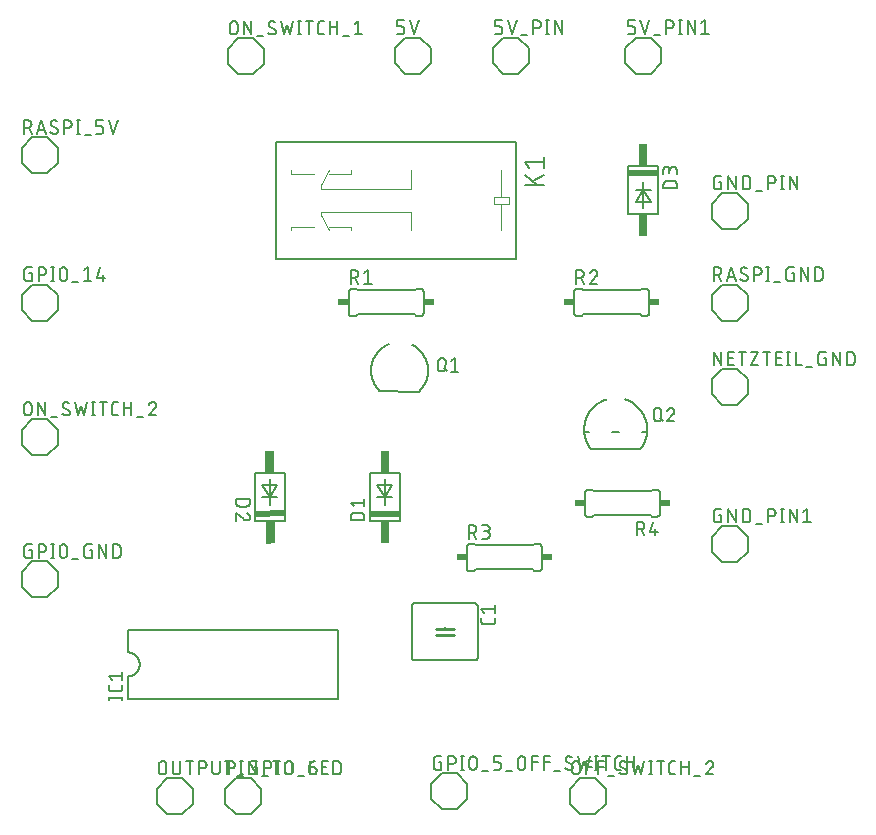
<source format=gbr>
G04 EAGLE Gerber RS-274X export*
G75*
%MOMM*%
%FSLAX34Y34*%
%LPD*%
%INSilkscreen Top*%
%IPPOS*%
%AMOC8*
5,1,8,0,0,1.08239X$1,22.5*%
G01*
%ADD10C,0.152400*%
%ADD11C,0.127000*%
%ADD12C,0.254000*%
%ADD13R,2.540000X0.508000*%
%ADD14R,0.762000X1.905000*%
%ADD15R,0.508000X2.540000*%
%ADD16R,1.905000X0.762000*%
%ADD17C,0.101600*%
%ADD18C,0.177800*%
%ADD19R,0.863600X0.609600*%


D10*
X367160Y665150D02*
X367160Y652450D01*
X388750Y643560D02*
X397640Y652450D01*
X397640Y665150D02*
X388750Y674040D01*
X397640Y665150D02*
X397640Y652450D01*
X376050Y674040D02*
X367160Y665150D01*
X376050Y674040D02*
X388750Y674040D01*
X367160Y652450D02*
X376050Y643560D01*
X388750Y643560D01*
D11*
X372875Y677215D02*
X369065Y677215D01*
X372875Y677215D02*
X372975Y677217D01*
X373074Y677223D01*
X373174Y677233D01*
X373272Y677246D01*
X373371Y677264D01*
X373468Y677285D01*
X373564Y677310D01*
X373660Y677339D01*
X373754Y677372D01*
X373847Y677408D01*
X373938Y677448D01*
X374028Y677492D01*
X374116Y677539D01*
X374202Y677589D01*
X374286Y677643D01*
X374368Y677700D01*
X374447Y677760D01*
X374525Y677824D01*
X374599Y677890D01*
X374671Y677959D01*
X374740Y678031D01*
X374806Y678105D01*
X374870Y678183D01*
X374930Y678262D01*
X374987Y678344D01*
X375041Y678428D01*
X375091Y678514D01*
X375138Y678602D01*
X375182Y678692D01*
X375222Y678783D01*
X375258Y678876D01*
X375291Y678970D01*
X375320Y679066D01*
X375345Y679162D01*
X375366Y679259D01*
X375384Y679358D01*
X375397Y679456D01*
X375407Y679556D01*
X375413Y679655D01*
X375415Y679755D01*
X375415Y681025D01*
X375413Y681125D01*
X375407Y681224D01*
X375397Y681324D01*
X375384Y681422D01*
X375366Y681521D01*
X375345Y681618D01*
X375320Y681714D01*
X375291Y681810D01*
X375258Y681904D01*
X375222Y681997D01*
X375182Y682088D01*
X375138Y682178D01*
X375091Y682266D01*
X375041Y682352D01*
X374987Y682436D01*
X374930Y682518D01*
X374870Y682597D01*
X374806Y682675D01*
X374740Y682749D01*
X374671Y682821D01*
X374599Y682890D01*
X374525Y682956D01*
X374447Y683020D01*
X374368Y683080D01*
X374286Y683137D01*
X374202Y683191D01*
X374116Y683241D01*
X374028Y683288D01*
X373938Y683332D01*
X373847Y683372D01*
X373754Y683408D01*
X373660Y683441D01*
X373564Y683470D01*
X373468Y683495D01*
X373371Y683516D01*
X373272Y683534D01*
X373174Y683547D01*
X373074Y683557D01*
X372975Y683563D01*
X372875Y683565D01*
X369065Y683565D01*
X369065Y688645D01*
X375415Y688645D01*
X379860Y688645D02*
X383670Y677215D01*
X387480Y688645D01*
D10*
X450260Y665150D02*
X450260Y652450D01*
X471850Y643560D02*
X480740Y652450D01*
X480740Y665150D02*
X471850Y674040D01*
X480740Y665150D02*
X480740Y652450D01*
X459150Y674040D02*
X450260Y665150D01*
X459150Y674040D02*
X471850Y674040D01*
X450260Y652450D02*
X459150Y643560D01*
X471850Y643560D01*
D11*
X455975Y677215D02*
X452165Y677215D01*
X455975Y677215D02*
X456075Y677217D01*
X456174Y677223D01*
X456274Y677233D01*
X456372Y677246D01*
X456471Y677264D01*
X456568Y677285D01*
X456664Y677310D01*
X456760Y677339D01*
X456854Y677372D01*
X456947Y677408D01*
X457038Y677448D01*
X457128Y677492D01*
X457216Y677539D01*
X457302Y677589D01*
X457386Y677643D01*
X457468Y677700D01*
X457547Y677760D01*
X457625Y677824D01*
X457699Y677890D01*
X457771Y677959D01*
X457840Y678031D01*
X457906Y678105D01*
X457970Y678183D01*
X458030Y678262D01*
X458087Y678344D01*
X458141Y678428D01*
X458191Y678514D01*
X458238Y678602D01*
X458282Y678692D01*
X458322Y678783D01*
X458358Y678876D01*
X458391Y678970D01*
X458420Y679066D01*
X458445Y679162D01*
X458466Y679259D01*
X458484Y679358D01*
X458497Y679456D01*
X458507Y679556D01*
X458513Y679655D01*
X458515Y679755D01*
X458515Y681025D01*
X458513Y681125D01*
X458507Y681224D01*
X458497Y681324D01*
X458484Y681422D01*
X458466Y681521D01*
X458445Y681618D01*
X458420Y681714D01*
X458391Y681810D01*
X458358Y681904D01*
X458322Y681997D01*
X458282Y682088D01*
X458238Y682178D01*
X458191Y682266D01*
X458141Y682352D01*
X458087Y682436D01*
X458030Y682518D01*
X457970Y682597D01*
X457906Y682675D01*
X457840Y682749D01*
X457771Y682821D01*
X457699Y682890D01*
X457625Y682956D01*
X457547Y683020D01*
X457468Y683080D01*
X457386Y683137D01*
X457302Y683191D01*
X457216Y683241D01*
X457128Y683288D01*
X457038Y683332D01*
X456947Y683372D01*
X456854Y683408D01*
X456760Y683441D01*
X456664Y683470D01*
X456568Y683495D01*
X456471Y683516D01*
X456372Y683534D01*
X456274Y683547D01*
X456174Y683557D01*
X456075Y683563D01*
X455975Y683565D01*
X452165Y683565D01*
X452165Y688645D01*
X458515Y688645D01*
X462960Y688645D02*
X466770Y677215D01*
X470580Y688645D01*
X474517Y675945D02*
X479597Y675945D01*
X484741Y677215D02*
X484741Y688645D01*
X487916Y688645D01*
X488027Y688643D01*
X488137Y688637D01*
X488248Y688628D01*
X488358Y688614D01*
X488467Y688597D01*
X488576Y688576D01*
X488684Y688551D01*
X488791Y688522D01*
X488897Y688490D01*
X489002Y688454D01*
X489105Y688414D01*
X489207Y688371D01*
X489308Y688324D01*
X489407Y688273D01*
X489504Y688220D01*
X489598Y688163D01*
X489691Y688102D01*
X489782Y688039D01*
X489871Y687972D01*
X489957Y687902D01*
X490040Y687829D01*
X490122Y687754D01*
X490200Y687676D01*
X490275Y687594D01*
X490348Y687511D01*
X490418Y687425D01*
X490485Y687336D01*
X490548Y687245D01*
X490609Y687152D01*
X490666Y687057D01*
X490719Y686961D01*
X490770Y686862D01*
X490817Y686761D01*
X490860Y686659D01*
X490900Y686556D01*
X490936Y686451D01*
X490968Y686345D01*
X490997Y686238D01*
X491022Y686130D01*
X491043Y686021D01*
X491060Y685912D01*
X491074Y685802D01*
X491083Y685691D01*
X491089Y685581D01*
X491091Y685470D01*
X491089Y685359D01*
X491083Y685249D01*
X491074Y685138D01*
X491060Y685028D01*
X491043Y684919D01*
X491022Y684810D01*
X490997Y684702D01*
X490968Y684595D01*
X490936Y684489D01*
X490900Y684384D01*
X490860Y684281D01*
X490817Y684179D01*
X490770Y684078D01*
X490719Y683979D01*
X490666Y683883D01*
X490609Y683788D01*
X490548Y683695D01*
X490485Y683604D01*
X490418Y683515D01*
X490348Y683429D01*
X490275Y683346D01*
X490200Y683264D01*
X490122Y683186D01*
X490040Y683111D01*
X489957Y683038D01*
X489871Y682968D01*
X489782Y682901D01*
X489691Y682838D01*
X489598Y682777D01*
X489504Y682720D01*
X489407Y682667D01*
X489308Y682616D01*
X489207Y682569D01*
X489105Y682526D01*
X489002Y682486D01*
X488897Y682450D01*
X488791Y682418D01*
X488684Y682389D01*
X488576Y682364D01*
X488467Y682343D01*
X488358Y682326D01*
X488248Y682312D01*
X488137Y682303D01*
X488027Y682297D01*
X487916Y682295D01*
X484741Y682295D01*
X496488Y677215D02*
X496488Y688645D01*
X495218Y677215D02*
X497758Y677215D01*
X497758Y688645D02*
X495218Y688645D01*
X502838Y688645D02*
X502838Y677215D01*
X509188Y677215D02*
X502838Y688645D01*
X509188Y688645D02*
X509188Y677215D01*
D10*
X562660Y665150D02*
X562660Y652450D01*
X584250Y643560D02*
X593140Y652450D01*
X593140Y665150D02*
X584250Y674040D01*
X593140Y665150D02*
X593140Y652450D01*
X571550Y674040D02*
X562660Y665150D01*
X571550Y674040D02*
X584250Y674040D01*
X562660Y652450D02*
X571550Y643560D01*
X584250Y643560D01*
D11*
X568375Y677215D02*
X564565Y677215D01*
X568375Y677215D02*
X568475Y677217D01*
X568574Y677223D01*
X568674Y677233D01*
X568772Y677246D01*
X568871Y677264D01*
X568968Y677285D01*
X569064Y677310D01*
X569160Y677339D01*
X569254Y677372D01*
X569347Y677408D01*
X569438Y677448D01*
X569528Y677492D01*
X569616Y677539D01*
X569702Y677589D01*
X569786Y677643D01*
X569868Y677700D01*
X569947Y677760D01*
X570025Y677824D01*
X570099Y677890D01*
X570171Y677959D01*
X570240Y678031D01*
X570306Y678105D01*
X570370Y678183D01*
X570430Y678262D01*
X570487Y678344D01*
X570541Y678428D01*
X570591Y678514D01*
X570638Y678602D01*
X570682Y678692D01*
X570722Y678783D01*
X570758Y678876D01*
X570791Y678970D01*
X570820Y679066D01*
X570845Y679162D01*
X570866Y679259D01*
X570884Y679358D01*
X570897Y679456D01*
X570907Y679556D01*
X570913Y679655D01*
X570915Y679755D01*
X570915Y681025D01*
X570913Y681125D01*
X570907Y681224D01*
X570897Y681324D01*
X570884Y681422D01*
X570866Y681521D01*
X570845Y681618D01*
X570820Y681714D01*
X570791Y681810D01*
X570758Y681904D01*
X570722Y681997D01*
X570682Y682088D01*
X570638Y682178D01*
X570591Y682266D01*
X570541Y682352D01*
X570487Y682436D01*
X570430Y682518D01*
X570370Y682597D01*
X570306Y682675D01*
X570240Y682749D01*
X570171Y682821D01*
X570099Y682890D01*
X570025Y682956D01*
X569947Y683020D01*
X569868Y683080D01*
X569786Y683137D01*
X569702Y683191D01*
X569616Y683241D01*
X569528Y683288D01*
X569438Y683332D01*
X569347Y683372D01*
X569254Y683408D01*
X569160Y683441D01*
X569064Y683470D01*
X568968Y683495D01*
X568871Y683516D01*
X568772Y683534D01*
X568674Y683547D01*
X568574Y683557D01*
X568475Y683563D01*
X568375Y683565D01*
X564565Y683565D01*
X564565Y688645D01*
X570915Y688645D01*
X575360Y688645D02*
X579170Y677215D01*
X582980Y688645D01*
X586917Y675945D02*
X591997Y675945D01*
X597141Y677215D02*
X597141Y688645D01*
X600316Y688645D01*
X600427Y688643D01*
X600537Y688637D01*
X600648Y688628D01*
X600758Y688614D01*
X600867Y688597D01*
X600976Y688576D01*
X601084Y688551D01*
X601191Y688522D01*
X601297Y688490D01*
X601402Y688454D01*
X601505Y688414D01*
X601607Y688371D01*
X601708Y688324D01*
X601807Y688273D01*
X601904Y688220D01*
X601998Y688163D01*
X602091Y688102D01*
X602182Y688039D01*
X602271Y687972D01*
X602357Y687902D01*
X602440Y687829D01*
X602522Y687754D01*
X602600Y687676D01*
X602675Y687594D01*
X602748Y687511D01*
X602818Y687425D01*
X602885Y687336D01*
X602948Y687245D01*
X603009Y687152D01*
X603066Y687057D01*
X603119Y686961D01*
X603170Y686862D01*
X603217Y686761D01*
X603260Y686659D01*
X603300Y686556D01*
X603336Y686451D01*
X603368Y686345D01*
X603397Y686238D01*
X603422Y686130D01*
X603443Y686021D01*
X603460Y685912D01*
X603474Y685802D01*
X603483Y685691D01*
X603489Y685581D01*
X603491Y685470D01*
X603489Y685359D01*
X603483Y685249D01*
X603474Y685138D01*
X603460Y685028D01*
X603443Y684919D01*
X603422Y684810D01*
X603397Y684702D01*
X603368Y684595D01*
X603336Y684489D01*
X603300Y684384D01*
X603260Y684281D01*
X603217Y684179D01*
X603170Y684078D01*
X603119Y683979D01*
X603066Y683883D01*
X603009Y683788D01*
X602948Y683695D01*
X602885Y683604D01*
X602818Y683515D01*
X602748Y683429D01*
X602675Y683346D01*
X602600Y683264D01*
X602522Y683186D01*
X602440Y683111D01*
X602357Y683038D01*
X602271Y682968D01*
X602182Y682901D01*
X602091Y682838D01*
X601998Y682777D01*
X601904Y682720D01*
X601807Y682667D01*
X601708Y682616D01*
X601607Y682569D01*
X601505Y682526D01*
X601402Y682486D01*
X601297Y682450D01*
X601191Y682418D01*
X601084Y682389D01*
X600976Y682364D01*
X600867Y682343D01*
X600758Y682326D01*
X600648Y682312D01*
X600537Y682303D01*
X600427Y682297D01*
X600316Y682295D01*
X597141Y682295D01*
X608888Y677215D02*
X608888Y688645D01*
X607618Y677215D02*
X610158Y677215D01*
X610158Y688645D02*
X607618Y688645D01*
X615238Y688645D02*
X615238Y677215D01*
X621588Y677215D02*
X615238Y688645D01*
X621588Y688645D02*
X621588Y677215D01*
X627049Y686105D02*
X630224Y688645D01*
X630224Y677215D01*
X627049Y677215D02*
X633399Y677215D01*
D10*
X437540Y192690D02*
X437540Y149510D01*
X381660Y149510D02*
X381660Y192690D01*
X384200Y146970D02*
X435000Y146970D01*
X435000Y195230D02*
X384200Y195230D01*
X435000Y146970D02*
X435100Y146972D01*
X435199Y146978D01*
X435299Y146988D01*
X435397Y147001D01*
X435496Y147019D01*
X435593Y147040D01*
X435689Y147065D01*
X435785Y147094D01*
X435879Y147127D01*
X435972Y147163D01*
X436063Y147203D01*
X436153Y147247D01*
X436241Y147294D01*
X436327Y147344D01*
X436411Y147398D01*
X436493Y147455D01*
X436572Y147515D01*
X436650Y147579D01*
X436724Y147645D01*
X436796Y147714D01*
X436865Y147786D01*
X436931Y147860D01*
X436995Y147938D01*
X437055Y148017D01*
X437112Y148099D01*
X437166Y148183D01*
X437216Y148269D01*
X437263Y148357D01*
X437307Y148447D01*
X437347Y148538D01*
X437383Y148631D01*
X437416Y148725D01*
X437445Y148821D01*
X437470Y148917D01*
X437491Y149014D01*
X437509Y149113D01*
X437522Y149211D01*
X437532Y149311D01*
X437538Y149410D01*
X437540Y149510D01*
X437540Y192690D02*
X437538Y192790D01*
X437532Y192889D01*
X437522Y192989D01*
X437509Y193087D01*
X437491Y193186D01*
X437470Y193283D01*
X437445Y193379D01*
X437416Y193475D01*
X437383Y193569D01*
X437347Y193662D01*
X437307Y193753D01*
X437263Y193843D01*
X437216Y193931D01*
X437166Y194017D01*
X437112Y194101D01*
X437055Y194183D01*
X436995Y194262D01*
X436931Y194340D01*
X436865Y194414D01*
X436796Y194486D01*
X436724Y194555D01*
X436650Y194621D01*
X436572Y194685D01*
X436493Y194745D01*
X436411Y194802D01*
X436327Y194856D01*
X436241Y194906D01*
X436153Y194953D01*
X436063Y194997D01*
X435972Y195037D01*
X435879Y195073D01*
X435785Y195106D01*
X435689Y195135D01*
X435593Y195160D01*
X435496Y195181D01*
X435397Y195199D01*
X435299Y195212D01*
X435199Y195222D01*
X435100Y195228D01*
X435000Y195230D01*
X384200Y146970D02*
X384100Y146972D01*
X384001Y146978D01*
X383901Y146988D01*
X383803Y147001D01*
X383704Y147019D01*
X383607Y147040D01*
X383511Y147065D01*
X383415Y147094D01*
X383321Y147127D01*
X383228Y147163D01*
X383137Y147203D01*
X383047Y147247D01*
X382959Y147294D01*
X382873Y147344D01*
X382789Y147398D01*
X382707Y147455D01*
X382628Y147515D01*
X382550Y147579D01*
X382476Y147645D01*
X382404Y147714D01*
X382335Y147786D01*
X382269Y147860D01*
X382205Y147938D01*
X382145Y148017D01*
X382088Y148099D01*
X382034Y148183D01*
X381984Y148269D01*
X381937Y148357D01*
X381893Y148447D01*
X381853Y148538D01*
X381817Y148631D01*
X381784Y148725D01*
X381755Y148821D01*
X381730Y148917D01*
X381709Y149014D01*
X381691Y149113D01*
X381678Y149211D01*
X381668Y149311D01*
X381662Y149410D01*
X381660Y149510D01*
X381660Y192690D02*
X381662Y192790D01*
X381668Y192889D01*
X381678Y192989D01*
X381691Y193087D01*
X381709Y193186D01*
X381730Y193283D01*
X381755Y193379D01*
X381784Y193475D01*
X381817Y193569D01*
X381853Y193662D01*
X381893Y193753D01*
X381937Y193843D01*
X381984Y193931D01*
X382034Y194017D01*
X382088Y194101D01*
X382145Y194183D01*
X382205Y194262D01*
X382269Y194340D01*
X382335Y194414D01*
X382404Y194486D01*
X382476Y194555D01*
X382550Y194621D01*
X382628Y194685D01*
X382707Y194745D01*
X382789Y194802D01*
X382873Y194856D01*
X382959Y194906D01*
X383047Y194953D01*
X383137Y194997D01*
X383228Y195037D01*
X383321Y195073D01*
X383415Y195106D01*
X383511Y195135D01*
X383607Y195160D01*
X383704Y195181D01*
X383803Y195199D01*
X383901Y195212D01*
X384001Y195222D01*
X384100Y195228D01*
X384200Y195230D01*
X409600Y168560D02*
X409600Y167290D01*
D12*
X409600Y168560D02*
X417220Y168560D01*
X409600Y168560D02*
X401980Y168560D01*
X409600Y173640D02*
X417220Y173640D01*
X409600Y173640D02*
X401980Y173640D01*
D10*
X409600Y173640D02*
X409600Y174910D01*
D11*
X452145Y179953D02*
X452145Y182493D01*
X452145Y179953D02*
X452143Y179853D01*
X452137Y179754D01*
X452127Y179654D01*
X452114Y179556D01*
X452096Y179457D01*
X452075Y179360D01*
X452050Y179264D01*
X452021Y179168D01*
X451988Y179074D01*
X451952Y178981D01*
X451912Y178890D01*
X451868Y178800D01*
X451821Y178712D01*
X451771Y178626D01*
X451717Y178542D01*
X451660Y178460D01*
X451600Y178381D01*
X451536Y178303D01*
X451470Y178229D01*
X451401Y178157D01*
X451329Y178088D01*
X451255Y178022D01*
X451177Y177958D01*
X451098Y177898D01*
X451016Y177841D01*
X450932Y177787D01*
X450846Y177737D01*
X450758Y177690D01*
X450668Y177646D01*
X450577Y177606D01*
X450484Y177570D01*
X450390Y177537D01*
X450294Y177508D01*
X450198Y177483D01*
X450101Y177462D01*
X450002Y177444D01*
X449904Y177431D01*
X449804Y177421D01*
X449705Y177415D01*
X449605Y177413D01*
X443255Y177413D01*
X443155Y177415D01*
X443056Y177421D01*
X442956Y177431D01*
X442858Y177444D01*
X442759Y177462D01*
X442662Y177483D01*
X442566Y177508D01*
X442470Y177537D01*
X442376Y177570D01*
X442283Y177606D01*
X442192Y177646D01*
X442102Y177690D01*
X442014Y177737D01*
X441928Y177787D01*
X441844Y177841D01*
X441762Y177898D01*
X441683Y177958D01*
X441605Y178022D01*
X441531Y178088D01*
X441459Y178157D01*
X441390Y178229D01*
X441324Y178303D01*
X441260Y178381D01*
X441200Y178460D01*
X441143Y178542D01*
X441089Y178626D01*
X441039Y178712D01*
X440992Y178800D01*
X440948Y178890D01*
X440908Y178981D01*
X440872Y179074D01*
X440839Y179168D01*
X440810Y179264D01*
X440785Y179360D01*
X440764Y179457D01*
X440746Y179556D01*
X440733Y179654D01*
X440723Y179754D01*
X440717Y179853D01*
X440715Y179953D01*
X440715Y182493D01*
X443255Y186975D02*
X440715Y190150D01*
X452145Y190150D01*
X452145Y186975D02*
X452145Y193325D01*
D10*
X371400Y264780D02*
X371400Y305420D01*
X346000Y305420D01*
X346000Y264780D01*
X371400Y264780D01*
X358700Y278750D02*
X358700Y285100D01*
X352350Y295260D02*
X365050Y295260D01*
X358700Y285100D01*
X358700Y300340D01*
X352350Y295260D02*
X358700Y285100D01*
X352350Y285100D01*
X358700Y285100D02*
X365050Y285100D01*
D13*
X358700Y271130D03*
D14*
X358700Y314945D03*
X358700Y255255D03*
D11*
X341555Y265415D02*
X330125Y265415D01*
X330125Y268590D01*
X330127Y268701D01*
X330133Y268811D01*
X330142Y268922D01*
X330156Y269032D01*
X330173Y269141D01*
X330194Y269250D01*
X330219Y269358D01*
X330248Y269465D01*
X330280Y269571D01*
X330316Y269676D01*
X330356Y269779D01*
X330399Y269881D01*
X330446Y269982D01*
X330497Y270081D01*
X330550Y270178D01*
X330607Y270272D01*
X330668Y270365D01*
X330731Y270456D01*
X330798Y270545D01*
X330868Y270631D01*
X330941Y270714D01*
X331016Y270796D01*
X331094Y270874D01*
X331176Y270949D01*
X331259Y271022D01*
X331345Y271092D01*
X331434Y271159D01*
X331525Y271222D01*
X331618Y271283D01*
X331713Y271340D01*
X331809Y271393D01*
X331908Y271444D01*
X332009Y271491D01*
X332111Y271534D01*
X332214Y271574D01*
X332319Y271610D01*
X332425Y271642D01*
X332532Y271671D01*
X332640Y271696D01*
X332749Y271717D01*
X332858Y271734D01*
X332968Y271748D01*
X333079Y271757D01*
X333189Y271763D01*
X333300Y271765D01*
X338380Y271765D01*
X338491Y271763D01*
X338601Y271757D01*
X338712Y271748D01*
X338822Y271734D01*
X338931Y271717D01*
X339040Y271696D01*
X339148Y271671D01*
X339255Y271642D01*
X339361Y271610D01*
X339466Y271574D01*
X339569Y271534D01*
X339671Y271491D01*
X339772Y271444D01*
X339871Y271393D01*
X339968Y271340D01*
X340062Y271283D01*
X340155Y271222D01*
X340246Y271159D01*
X340335Y271092D01*
X340421Y271022D01*
X340504Y270949D01*
X340586Y270874D01*
X340664Y270796D01*
X340739Y270714D01*
X340812Y270631D01*
X340882Y270545D01*
X340949Y270456D01*
X341012Y270365D01*
X341073Y270272D01*
X341130Y270178D01*
X341183Y270081D01*
X341234Y269982D01*
X341281Y269881D01*
X341324Y269779D01*
X341364Y269676D01*
X341400Y269571D01*
X341432Y269465D01*
X341461Y269358D01*
X341486Y269250D01*
X341507Y269141D01*
X341524Y269032D01*
X341538Y268922D01*
X341547Y268811D01*
X341553Y268701D01*
X341555Y268590D01*
X341555Y265415D01*
X332665Y277226D02*
X330125Y280401D01*
X341555Y280401D01*
X341555Y277226D02*
X341555Y283576D01*
D10*
X274542Y264869D02*
X274258Y305508D01*
X248858Y305331D01*
X249142Y264692D01*
X274542Y264869D01*
X261744Y278750D02*
X261700Y285100D01*
X255279Y295215D02*
X267979Y295304D01*
X261700Y285100D01*
X261594Y300340D01*
X255279Y295215D02*
X261700Y285100D01*
X255350Y285056D01*
X261700Y285100D02*
X268050Y285144D01*
D15*
G36*
X274479Y273758D02*
X274515Y268679D01*
X249117Y268502D01*
X249081Y273581D01*
X274479Y273758D01*
G37*
D16*
G36*
X265235Y324495D02*
X265368Y305446D01*
X257749Y305393D01*
X257616Y324442D01*
X265235Y324495D01*
G37*
G36*
X265651Y264807D02*
X265784Y245758D01*
X258165Y245705D01*
X258032Y264754D01*
X265651Y264807D01*
G37*
D11*
X244566Y283456D02*
X233136Y283377D01*
X244566Y283456D02*
X244588Y280281D01*
X244587Y280170D01*
X244582Y280060D01*
X244573Y279949D01*
X244560Y279839D01*
X244544Y279730D01*
X244523Y279621D01*
X244499Y279512D01*
X244471Y279405D01*
X244439Y279299D01*
X244404Y279194D01*
X244365Y279090D01*
X244322Y278988D01*
X244276Y278887D01*
X244227Y278788D01*
X244174Y278691D01*
X244117Y278595D01*
X244058Y278502D01*
X243995Y278411D01*
X243929Y278322D01*
X243859Y278235D01*
X243787Y278151D01*
X243712Y278069D01*
X243634Y277991D01*
X243554Y277914D01*
X243471Y277841D01*
X243385Y277771D01*
X243297Y277703D01*
X243207Y277639D01*
X243114Y277578D01*
X243020Y277521D01*
X242923Y277466D01*
X242825Y277415D01*
X242725Y277368D01*
X242623Y277324D01*
X242520Y277283D01*
X242415Y277246D01*
X242309Y277213D01*
X242203Y277184D01*
X242095Y277158D01*
X241986Y277136D01*
X241877Y277118D01*
X241767Y277104D01*
X241657Y277093D01*
X241546Y277087D01*
X241435Y277084D01*
X236356Y277049D01*
X236355Y277049D02*
X236244Y277050D01*
X236134Y277055D01*
X236023Y277064D01*
X235913Y277077D01*
X235804Y277093D01*
X235695Y277114D01*
X235586Y277138D01*
X235479Y277166D01*
X235373Y277198D01*
X235268Y277233D01*
X235164Y277272D01*
X235062Y277315D01*
X234961Y277361D01*
X234862Y277410D01*
X234765Y277463D01*
X234669Y277520D01*
X234576Y277579D01*
X234485Y277642D01*
X234396Y277708D01*
X234309Y277778D01*
X234225Y277850D01*
X234143Y277925D01*
X234065Y278003D01*
X233988Y278083D01*
X233915Y278166D01*
X233845Y278252D01*
X233777Y278340D01*
X233713Y278430D01*
X233652Y278523D01*
X233595Y278617D01*
X233540Y278714D01*
X233489Y278812D01*
X233442Y278912D01*
X233398Y279014D01*
X233357Y279117D01*
X233320Y279222D01*
X233287Y279328D01*
X233258Y279434D01*
X233232Y279542D01*
X233210Y279651D01*
X233192Y279760D01*
X233178Y279870D01*
X233167Y279980D01*
X233161Y280091D01*
X233158Y280202D01*
X233136Y283377D01*
X244673Y268153D02*
X244672Y268046D01*
X244666Y267939D01*
X244657Y267833D01*
X244644Y267727D01*
X244627Y267621D01*
X244606Y267516D01*
X244581Y267413D01*
X244552Y267310D01*
X244519Y267208D01*
X244483Y267107D01*
X244442Y267008D01*
X244399Y266911D01*
X244351Y266815D01*
X244300Y266721D01*
X244245Y266629D01*
X244188Y266540D01*
X244126Y266452D01*
X244062Y266367D01*
X243994Y266284D01*
X243924Y266204D01*
X243850Y266126D01*
X243774Y266052D01*
X243694Y265980D01*
X243612Y265911D01*
X243528Y265845D01*
X243441Y265783D01*
X243352Y265724D01*
X243261Y265668D01*
X243168Y265616D01*
X243073Y265567D01*
X242976Y265522D01*
X242878Y265480D01*
X242778Y265442D01*
X242676Y265408D01*
X242574Y265378D01*
X242470Y265351D01*
X242366Y265329D01*
X242261Y265310D01*
X242155Y265295D01*
X242048Y265285D01*
X241942Y265278D01*
X241835Y265275D01*
X244673Y268154D02*
X244670Y268272D01*
X244664Y268390D01*
X244653Y268508D01*
X244639Y268626D01*
X244621Y268743D01*
X244600Y268859D01*
X244574Y268975D01*
X244545Y269089D01*
X244512Y269203D01*
X244476Y269316D01*
X244436Y269427D01*
X244392Y269537D01*
X244345Y269646D01*
X244294Y269753D01*
X244240Y269858D01*
X244182Y269961D01*
X244122Y270063D01*
X244058Y270162D01*
X243990Y270260D01*
X243920Y270355D01*
X243847Y270448D01*
X243771Y270539D01*
X243691Y270627D01*
X243609Y270712D01*
X243525Y270795D01*
X243438Y270875D01*
X243348Y270952D01*
X243255Y271026D01*
X243161Y271097D01*
X243064Y271165D01*
X242965Y271230D01*
X242864Y271292D01*
X242761Y271350D01*
X242656Y271405D01*
X242550Y271457D01*
X242442Y271505D01*
X242332Y271550D01*
X242221Y271591D01*
X242109Y271628D01*
X239606Y266212D02*
X239682Y266136D01*
X239761Y266062D01*
X239843Y265991D01*
X239927Y265923D01*
X240013Y265858D01*
X240102Y265797D01*
X240193Y265738D01*
X240286Y265682D01*
X240380Y265630D01*
X240477Y265582D01*
X240575Y265536D01*
X240674Y265494D01*
X240775Y265456D01*
X240878Y265421D01*
X240981Y265390D01*
X241086Y265363D01*
X241191Y265339D01*
X241297Y265319D01*
X241404Y265302D01*
X241512Y265290D01*
X241619Y265281D01*
X241727Y265276D01*
X241835Y265275D01*
X239606Y266213D02*
X233219Y271566D01*
X233263Y265216D01*
D10*
X565000Y524780D02*
X565000Y565420D01*
X565000Y524780D02*
X590400Y524780D01*
X590400Y565420D01*
X565000Y565420D01*
X577700Y551450D02*
X577700Y545100D01*
X584050Y534940D02*
X571350Y534940D01*
X577700Y545100D01*
X577700Y529860D01*
X584050Y534940D02*
X577700Y545100D01*
X584050Y545100D01*
X577700Y545100D02*
X571350Y545100D01*
D13*
X577700Y559070D03*
D14*
X577700Y515255D03*
X577700Y574945D03*
D11*
X594845Y546624D02*
X606275Y546624D01*
X594845Y546624D02*
X594845Y549799D01*
X594847Y549910D01*
X594853Y550020D01*
X594862Y550131D01*
X594876Y550241D01*
X594893Y550350D01*
X594914Y550459D01*
X594939Y550567D01*
X594968Y550674D01*
X595000Y550780D01*
X595036Y550885D01*
X595076Y550988D01*
X595119Y551090D01*
X595166Y551191D01*
X595217Y551290D01*
X595270Y551387D01*
X595327Y551481D01*
X595388Y551574D01*
X595451Y551665D01*
X595518Y551754D01*
X595588Y551840D01*
X595661Y551923D01*
X595736Y552005D01*
X595814Y552083D01*
X595896Y552158D01*
X595979Y552231D01*
X596065Y552301D01*
X596154Y552368D01*
X596245Y552431D01*
X596338Y552492D01*
X596433Y552549D01*
X596529Y552602D01*
X596628Y552653D01*
X596729Y552700D01*
X596831Y552743D01*
X596934Y552783D01*
X597039Y552819D01*
X597145Y552851D01*
X597252Y552880D01*
X597360Y552905D01*
X597469Y552926D01*
X597578Y552943D01*
X597688Y552957D01*
X597799Y552966D01*
X597909Y552972D01*
X598020Y552974D01*
X603100Y552974D01*
X603211Y552972D01*
X603321Y552966D01*
X603432Y552957D01*
X603542Y552943D01*
X603651Y552926D01*
X603760Y552905D01*
X603868Y552880D01*
X603975Y552851D01*
X604081Y552819D01*
X604186Y552783D01*
X604289Y552743D01*
X604391Y552700D01*
X604492Y552653D01*
X604591Y552602D01*
X604688Y552549D01*
X604782Y552492D01*
X604875Y552431D01*
X604966Y552368D01*
X605055Y552301D01*
X605141Y552231D01*
X605224Y552158D01*
X605306Y552083D01*
X605384Y552005D01*
X605459Y551923D01*
X605532Y551840D01*
X605602Y551754D01*
X605669Y551665D01*
X605732Y551574D01*
X605793Y551481D01*
X605850Y551387D01*
X605903Y551290D01*
X605954Y551191D01*
X606001Y551090D01*
X606044Y550988D01*
X606084Y550885D01*
X606120Y550780D01*
X606152Y550674D01*
X606181Y550567D01*
X606206Y550459D01*
X606227Y550350D01*
X606244Y550241D01*
X606258Y550131D01*
X606267Y550020D01*
X606273Y549910D01*
X606275Y549799D01*
X606275Y546624D01*
X606275Y558435D02*
X606275Y561610D01*
X606273Y561721D01*
X606267Y561831D01*
X606258Y561942D01*
X606244Y562052D01*
X606227Y562161D01*
X606206Y562270D01*
X606181Y562378D01*
X606152Y562485D01*
X606120Y562591D01*
X606084Y562696D01*
X606044Y562799D01*
X606001Y562901D01*
X605954Y563002D01*
X605903Y563101D01*
X605850Y563198D01*
X605793Y563292D01*
X605732Y563385D01*
X605669Y563476D01*
X605602Y563565D01*
X605532Y563651D01*
X605459Y563734D01*
X605384Y563816D01*
X605306Y563894D01*
X605224Y563969D01*
X605141Y564042D01*
X605055Y564112D01*
X604966Y564179D01*
X604875Y564242D01*
X604782Y564303D01*
X604688Y564360D01*
X604591Y564413D01*
X604492Y564464D01*
X604391Y564511D01*
X604289Y564554D01*
X604186Y564594D01*
X604081Y564630D01*
X603975Y564662D01*
X603868Y564691D01*
X603760Y564716D01*
X603651Y564737D01*
X603542Y564754D01*
X603432Y564768D01*
X603321Y564777D01*
X603211Y564783D01*
X603100Y564785D01*
X602989Y564783D01*
X602879Y564777D01*
X602768Y564768D01*
X602658Y564754D01*
X602549Y564737D01*
X602440Y564716D01*
X602332Y564691D01*
X602225Y564662D01*
X602119Y564630D01*
X602014Y564594D01*
X601911Y564554D01*
X601809Y564511D01*
X601708Y564464D01*
X601609Y564413D01*
X601513Y564360D01*
X601418Y564303D01*
X601325Y564242D01*
X601234Y564179D01*
X601145Y564112D01*
X601059Y564042D01*
X600976Y563969D01*
X600894Y563894D01*
X600816Y563816D01*
X600741Y563734D01*
X600668Y563651D01*
X600598Y563565D01*
X600531Y563476D01*
X600468Y563385D01*
X600407Y563292D01*
X600350Y563198D01*
X600297Y563101D01*
X600246Y563002D01*
X600199Y562901D01*
X600156Y562799D01*
X600116Y562696D01*
X600080Y562591D01*
X600048Y562485D01*
X600019Y562378D01*
X599994Y562270D01*
X599973Y562161D01*
X599956Y562052D01*
X599942Y561942D01*
X599933Y561831D01*
X599927Y561721D01*
X599925Y561610D01*
X594845Y562245D02*
X594845Y558435D01*
X594845Y562245D02*
X594847Y562345D01*
X594853Y562444D01*
X594863Y562544D01*
X594876Y562642D01*
X594894Y562741D01*
X594915Y562838D01*
X594940Y562934D01*
X594969Y563030D01*
X595002Y563124D01*
X595038Y563217D01*
X595078Y563308D01*
X595122Y563398D01*
X595169Y563486D01*
X595219Y563572D01*
X595273Y563656D01*
X595330Y563738D01*
X595390Y563817D01*
X595454Y563895D01*
X595520Y563969D01*
X595589Y564041D01*
X595661Y564110D01*
X595735Y564176D01*
X595813Y564240D01*
X595892Y564300D01*
X595974Y564357D01*
X596058Y564411D01*
X596144Y564461D01*
X596232Y564508D01*
X596322Y564552D01*
X596413Y564592D01*
X596506Y564628D01*
X596600Y564661D01*
X596696Y564690D01*
X596792Y564715D01*
X596889Y564736D01*
X596988Y564754D01*
X597086Y564767D01*
X597186Y564777D01*
X597285Y564783D01*
X597385Y564785D01*
X597485Y564783D01*
X597584Y564777D01*
X597684Y564767D01*
X597782Y564754D01*
X597881Y564736D01*
X597978Y564715D01*
X598074Y564690D01*
X598170Y564661D01*
X598264Y564628D01*
X598357Y564592D01*
X598448Y564552D01*
X598538Y564508D01*
X598626Y564461D01*
X598712Y564411D01*
X598796Y564357D01*
X598878Y564300D01*
X598957Y564240D01*
X599035Y564176D01*
X599109Y564110D01*
X599181Y564041D01*
X599250Y563969D01*
X599316Y563895D01*
X599380Y563817D01*
X599440Y563738D01*
X599497Y563656D01*
X599551Y563572D01*
X599601Y563486D01*
X599648Y563398D01*
X599692Y563308D01*
X599732Y563217D01*
X599768Y563124D01*
X599801Y563030D01*
X599830Y562934D01*
X599855Y562838D01*
X599876Y562741D01*
X599894Y562642D01*
X599907Y562544D01*
X599917Y562444D01*
X599923Y562345D01*
X599925Y562245D01*
X599925Y559705D01*
D10*
X635660Y533550D02*
X635660Y520850D01*
X657250Y511960D02*
X666140Y520850D01*
X666140Y533550D02*
X657250Y542440D01*
X666140Y533550D02*
X666140Y520850D01*
X644550Y542440D02*
X635660Y533550D01*
X644550Y542440D02*
X657250Y542440D01*
X635660Y520850D02*
X644550Y511960D01*
X657250Y511960D01*
D11*
X643915Y551965D02*
X642010Y551965D01*
X643915Y551965D02*
X643915Y545615D01*
X640105Y545615D01*
X640005Y545617D01*
X639906Y545623D01*
X639806Y545633D01*
X639708Y545646D01*
X639609Y545664D01*
X639512Y545685D01*
X639416Y545710D01*
X639320Y545739D01*
X639226Y545772D01*
X639133Y545808D01*
X639042Y545848D01*
X638952Y545892D01*
X638864Y545939D01*
X638778Y545989D01*
X638694Y546043D01*
X638612Y546100D01*
X638533Y546160D01*
X638455Y546224D01*
X638381Y546290D01*
X638309Y546359D01*
X638240Y546431D01*
X638174Y546505D01*
X638110Y546583D01*
X638050Y546662D01*
X637993Y546744D01*
X637939Y546828D01*
X637889Y546914D01*
X637842Y547002D01*
X637798Y547092D01*
X637758Y547183D01*
X637722Y547276D01*
X637689Y547370D01*
X637660Y547466D01*
X637635Y547562D01*
X637614Y547659D01*
X637596Y547758D01*
X637583Y547856D01*
X637573Y547956D01*
X637567Y548055D01*
X637565Y548155D01*
X637565Y554505D01*
X637567Y554605D01*
X637573Y554704D01*
X637583Y554804D01*
X637596Y554902D01*
X637614Y555001D01*
X637635Y555098D01*
X637660Y555194D01*
X637689Y555290D01*
X637722Y555384D01*
X637758Y555477D01*
X637798Y555568D01*
X637842Y555658D01*
X637889Y555746D01*
X637939Y555832D01*
X637993Y555916D01*
X638050Y555998D01*
X638110Y556077D01*
X638174Y556155D01*
X638240Y556229D01*
X638309Y556301D01*
X638381Y556370D01*
X638455Y556436D01*
X638533Y556500D01*
X638612Y556560D01*
X638694Y556617D01*
X638778Y556671D01*
X638864Y556721D01*
X638952Y556768D01*
X639042Y556812D01*
X639133Y556852D01*
X639226Y556888D01*
X639320Y556921D01*
X639416Y556950D01*
X639512Y556975D01*
X639609Y556996D01*
X639708Y557014D01*
X639806Y557027D01*
X639906Y557037D01*
X640005Y557043D01*
X640105Y557045D01*
X643915Y557045D01*
X649757Y557045D02*
X649757Y545615D01*
X656107Y545615D02*
X649757Y557045D01*
X656107Y557045D02*
X656107Y545615D01*
X661949Y545615D02*
X661949Y557045D01*
X665124Y557045D01*
X665235Y557043D01*
X665345Y557037D01*
X665456Y557028D01*
X665566Y557014D01*
X665675Y556997D01*
X665784Y556976D01*
X665892Y556951D01*
X665999Y556922D01*
X666105Y556890D01*
X666210Y556854D01*
X666313Y556814D01*
X666415Y556771D01*
X666516Y556724D01*
X666615Y556673D01*
X666712Y556620D01*
X666806Y556563D01*
X666899Y556502D01*
X666990Y556439D01*
X667079Y556372D01*
X667165Y556302D01*
X667248Y556229D01*
X667330Y556154D01*
X667408Y556076D01*
X667483Y555994D01*
X667556Y555911D01*
X667626Y555825D01*
X667693Y555736D01*
X667756Y555645D01*
X667817Y555552D01*
X667874Y555458D01*
X667927Y555361D01*
X667978Y555262D01*
X668025Y555161D01*
X668068Y555059D01*
X668108Y554956D01*
X668144Y554851D01*
X668176Y554745D01*
X668205Y554638D01*
X668230Y554530D01*
X668251Y554421D01*
X668268Y554312D01*
X668282Y554202D01*
X668291Y554091D01*
X668297Y553981D01*
X668299Y553870D01*
X668299Y548790D01*
X668297Y548679D01*
X668291Y548569D01*
X668282Y548458D01*
X668268Y548348D01*
X668251Y548239D01*
X668230Y548130D01*
X668205Y548022D01*
X668176Y547915D01*
X668144Y547809D01*
X668108Y547704D01*
X668068Y547601D01*
X668025Y547499D01*
X667978Y547398D01*
X667927Y547299D01*
X667874Y547203D01*
X667817Y547108D01*
X667756Y547015D01*
X667693Y546924D01*
X667626Y546835D01*
X667556Y546749D01*
X667483Y546666D01*
X667408Y546584D01*
X667330Y546506D01*
X667248Y546431D01*
X667165Y546358D01*
X667079Y546288D01*
X666990Y546221D01*
X666899Y546158D01*
X666806Y546097D01*
X666712Y546040D01*
X666615Y545987D01*
X666516Y545936D01*
X666415Y545889D01*
X666313Y545846D01*
X666210Y545806D01*
X666105Y545770D01*
X665999Y545738D01*
X665892Y545709D01*
X665784Y545684D01*
X665675Y545663D01*
X665566Y545646D01*
X665456Y545632D01*
X665345Y545623D01*
X665235Y545617D01*
X665124Y545615D01*
X661949Y545615D01*
X673252Y544345D02*
X678332Y544345D01*
X683476Y545615D02*
X683476Y557045D01*
X686651Y557045D01*
X686762Y557043D01*
X686872Y557037D01*
X686983Y557028D01*
X687093Y557014D01*
X687202Y556997D01*
X687311Y556976D01*
X687419Y556951D01*
X687526Y556922D01*
X687632Y556890D01*
X687737Y556854D01*
X687840Y556814D01*
X687942Y556771D01*
X688043Y556724D01*
X688142Y556673D01*
X688239Y556620D01*
X688333Y556563D01*
X688426Y556502D01*
X688517Y556439D01*
X688606Y556372D01*
X688692Y556302D01*
X688775Y556229D01*
X688857Y556154D01*
X688935Y556076D01*
X689010Y555994D01*
X689083Y555911D01*
X689153Y555825D01*
X689220Y555736D01*
X689283Y555645D01*
X689344Y555552D01*
X689401Y555457D01*
X689454Y555361D01*
X689505Y555262D01*
X689552Y555161D01*
X689595Y555059D01*
X689635Y554956D01*
X689671Y554851D01*
X689703Y554745D01*
X689732Y554638D01*
X689757Y554530D01*
X689778Y554421D01*
X689795Y554312D01*
X689809Y554202D01*
X689818Y554091D01*
X689824Y553981D01*
X689826Y553870D01*
X689824Y553759D01*
X689818Y553649D01*
X689809Y553538D01*
X689795Y553428D01*
X689778Y553319D01*
X689757Y553210D01*
X689732Y553102D01*
X689703Y552995D01*
X689671Y552889D01*
X689635Y552784D01*
X689595Y552681D01*
X689552Y552579D01*
X689505Y552478D01*
X689454Y552379D01*
X689401Y552283D01*
X689344Y552188D01*
X689283Y552095D01*
X689220Y552004D01*
X689153Y551915D01*
X689083Y551829D01*
X689010Y551746D01*
X688935Y551664D01*
X688857Y551586D01*
X688775Y551511D01*
X688692Y551438D01*
X688606Y551368D01*
X688517Y551301D01*
X688426Y551238D01*
X688333Y551177D01*
X688239Y551120D01*
X688142Y551067D01*
X688043Y551016D01*
X687942Y550969D01*
X687840Y550926D01*
X687737Y550886D01*
X687632Y550850D01*
X687526Y550818D01*
X687419Y550789D01*
X687311Y550764D01*
X687202Y550743D01*
X687093Y550726D01*
X686983Y550712D01*
X686872Y550703D01*
X686762Y550697D01*
X686651Y550695D01*
X683476Y550695D01*
X695223Y545615D02*
X695223Y557045D01*
X693953Y545615D02*
X696493Y545615D01*
X696493Y557045D02*
X693953Y557045D01*
X701573Y557045D02*
X701573Y545615D01*
X707923Y545615D02*
X701573Y557045D01*
X707923Y557045D02*
X707923Y545615D01*
D10*
X635660Y251650D02*
X635660Y238950D01*
X657250Y230060D02*
X666140Y238950D01*
X666140Y251650D02*
X657250Y260540D01*
X666140Y251650D02*
X666140Y238950D01*
X644550Y260540D02*
X635660Y251650D01*
X644550Y260540D02*
X657250Y260540D01*
X635660Y238950D02*
X644550Y230060D01*
X657250Y230060D01*
D11*
X643915Y270065D02*
X642010Y270065D01*
X643915Y270065D02*
X643915Y263715D01*
X640105Y263715D01*
X640005Y263717D01*
X639906Y263723D01*
X639806Y263733D01*
X639708Y263746D01*
X639609Y263764D01*
X639512Y263785D01*
X639416Y263810D01*
X639320Y263839D01*
X639226Y263872D01*
X639133Y263908D01*
X639042Y263948D01*
X638952Y263992D01*
X638864Y264039D01*
X638778Y264089D01*
X638694Y264143D01*
X638612Y264200D01*
X638533Y264260D01*
X638455Y264324D01*
X638381Y264390D01*
X638309Y264459D01*
X638240Y264531D01*
X638174Y264605D01*
X638110Y264683D01*
X638050Y264762D01*
X637993Y264844D01*
X637939Y264928D01*
X637889Y265014D01*
X637842Y265102D01*
X637798Y265192D01*
X637758Y265283D01*
X637722Y265376D01*
X637689Y265470D01*
X637660Y265566D01*
X637635Y265662D01*
X637614Y265759D01*
X637596Y265858D01*
X637583Y265956D01*
X637573Y266056D01*
X637567Y266155D01*
X637565Y266255D01*
X637565Y272605D01*
X637567Y272705D01*
X637573Y272804D01*
X637583Y272904D01*
X637596Y273002D01*
X637614Y273101D01*
X637635Y273198D01*
X637660Y273294D01*
X637689Y273390D01*
X637722Y273484D01*
X637758Y273577D01*
X637798Y273668D01*
X637842Y273758D01*
X637889Y273846D01*
X637939Y273932D01*
X637993Y274016D01*
X638050Y274098D01*
X638110Y274177D01*
X638174Y274255D01*
X638240Y274329D01*
X638309Y274401D01*
X638381Y274470D01*
X638455Y274536D01*
X638533Y274600D01*
X638612Y274660D01*
X638694Y274717D01*
X638778Y274771D01*
X638864Y274821D01*
X638952Y274868D01*
X639042Y274912D01*
X639133Y274952D01*
X639226Y274988D01*
X639320Y275021D01*
X639416Y275050D01*
X639512Y275075D01*
X639609Y275096D01*
X639708Y275114D01*
X639806Y275127D01*
X639906Y275137D01*
X640005Y275143D01*
X640105Y275145D01*
X643915Y275145D01*
X649757Y275145D02*
X649757Y263715D01*
X656107Y263715D02*
X649757Y275145D01*
X656107Y275145D02*
X656107Y263715D01*
X661949Y263715D02*
X661949Y275145D01*
X665124Y275145D01*
X665235Y275143D01*
X665345Y275137D01*
X665456Y275128D01*
X665566Y275114D01*
X665675Y275097D01*
X665784Y275076D01*
X665892Y275051D01*
X665999Y275022D01*
X666105Y274990D01*
X666210Y274954D01*
X666313Y274914D01*
X666415Y274871D01*
X666516Y274824D01*
X666615Y274773D01*
X666712Y274720D01*
X666806Y274663D01*
X666899Y274602D01*
X666990Y274539D01*
X667079Y274472D01*
X667165Y274402D01*
X667248Y274329D01*
X667330Y274254D01*
X667408Y274176D01*
X667483Y274094D01*
X667556Y274011D01*
X667626Y273925D01*
X667693Y273836D01*
X667756Y273745D01*
X667817Y273652D01*
X667874Y273558D01*
X667927Y273461D01*
X667978Y273362D01*
X668025Y273261D01*
X668068Y273159D01*
X668108Y273056D01*
X668144Y272951D01*
X668176Y272845D01*
X668205Y272738D01*
X668230Y272630D01*
X668251Y272521D01*
X668268Y272412D01*
X668282Y272302D01*
X668291Y272191D01*
X668297Y272081D01*
X668299Y271970D01*
X668299Y266890D01*
X668297Y266779D01*
X668291Y266669D01*
X668282Y266558D01*
X668268Y266448D01*
X668251Y266339D01*
X668230Y266230D01*
X668205Y266122D01*
X668176Y266015D01*
X668144Y265909D01*
X668108Y265804D01*
X668068Y265701D01*
X668025Y265599D01*
X667978Y265498D01*
X667927Y265399D01*
X667874Y265302D01*
X667817Y265208D01*
X667756Y265115D01*
X667693Y265024D01*
X667626Y264935D01*
X667556Y264849D01*
X667483Y264766D01*
X667408Y264684D01*
X667330Y264606D01*
X667248Y264531D01*
X667165Y264458D01*
X667079Y264388D01*
X666990Y264321D01*
X666899Y264258D01*
X666806Y264197D01*
X666712Y264140D01*
X666615Y264087D01*
X666516Y264036D01*
X666415Y263989D01*
X666313Y263946D01*
X666210Y263906D01*
X666105Y263870D01*
X665999Y263838D01*
X665892Y263809D01*
X665784Y263784D01*
X665675Y263763D01*
X665566Y263746D01*
X665456Y263732D01*
X665345Y263723D01*
X665235Y263717D01*
X665124Y263715D01*
X661949Y263715D01*
X673252Y262445D02*
X678332Y262445D01*
X683476Y263715D02*
X683476Y275145D01*
X686651Y275145D01*
X686762Y275143D01*
X686872Y275137D01*
X686983Y275128D01*
X687093Y275114D01*
X687202Y275097D01*
X687311Y275076D01*
X687419Y275051D01*
X687526Y275022D01*
X687632Y274990D01*
X687737Y274954D01*
X687840Y274914D01*
X687942Y274871D01*
X688043Y274824D01*
X688142Y274773D01*
X688239Y274720D01*
X688333Y274663D01*
X688426Y274602D01*
X688517Y274539D01*
X688606Y274472D01*
X688692Y274402D01*
X688775Y274329D01*
X688857Y274254D01*
X688935Y274176D01*
X689010Y274094D01*
X689083Y274011D01*
X689153Y273925D01*
X689220Y273836D01*
X689283Y273745D01*
X689344Y273652D01*
X689401Y273557D01*
X689454Y273461D01*
X689505Y273362D01*
X689552Y273261D01*
X689595Y273159D01*
X689635Y273056D01*
X689671Y272951D01*
X689703Y272845D01*
X689732Y272738D01*
X689757Y272630D01*
X689778Y272521D01*
X689795Y272412D01*
X689809Y272302D01*
X689818Y272191D01*
X689824Y272081D01*
X689826Y271970D01*
X689824Y271859D01*
X689818Y271749D01*
X689809Y271638D01*
X689795Y271528D01*
X689778Y271419D01*
X689757Y271310D01*
X689732Y271202D01*
X689703Y271095D01*
X689671Y270989D01*
X689635Y270884D01*
X689595Y270781D01*
X689552Y270679D01*
X689505Y270578D01*
X689454Y270479D01*
X689401Y270382D01*
X689344Y270288D01*
X689283Y270195D01*
X689220Y270104D01*
X689153Y270015D01*
X689083Y269929D01*
X689010Y269846D01*
X688935Y269764D01*
X688857Y269686D01*
X688775Y269611D01*
X688692Y269538D01*
X688606Y269468D01*
X688517Y269401D01*
X688426Y269338D01*
X688333Y269277D01*
X688239Y269220D01*
X688142Y269167D01*
X688043Y269116D01*
X687942Y269069D01*
X687840Y269026D01*
X687737Y268986D01*
X687632Y268950D01*
X687526Y268918D01*
X687419Y268889D01*
X687311Y268864D01*
X687202Y268843D01*
X687093Y268826D01*
X686983Y268812D01*
X686872Y268803D01*
X686762Y268797D01*
X686651Y268795D01*
X683476Y268795D01*
X695223Y263715D02*
X695223Y275145D01*
X693953Y263715D02*
X696493Y263715D01*
X696493Y275145D02*
X693953Y275145D01*
X701573Y275145D02*
X701573Y263715D01*
X707923Y263715D02*
X701573Y275145D01*
X707923Y275145D02*
X707923Y263715D01*
X713384Y272605D02*
X716559Y275145D01*
X716559Y263715D01*
X713384Y263715D02*
X719734Y263715D01*
D10*
X51560Y443450D02*
X51560Y456150D01*
X73150Y434560D02*
X82040Y443450D01*
X82040Y456150D02*
X73150Y465040D01*
X82040Y456150D02*
X82040Y443450D01*
X60450Y465040D02*
X51560Y456150D01*
X60450Y465040D02*
X73150Y465040D01*
X51560Y443450D02*
X60450Y434560D01*
X73150Y434560D01*
D11*
X59815Y474565D02*
X57910Y474565D01*
X59815Y474565D02*
X59815Y468215D01*
X56005Y468215D01*
X55905Y468217D01*
X55806Y468223D01*
X55706Y468233D01*
X55608Y468246D01*
X55509Y468264D01*
X55412Y468285D01*
X55316Y468310D01*
X55220Y468339D01*
X55126Y468372D01*
X55033Y468408D01*
X54942Y468448D01*
X54852Y468492D01*
X54764Y468539D01*
X54678Y468589D01*
X54594Y468643D01*
X54512Y468700D01*
X54433Y468760D01*
X54355Y468824D01*
X54281Y468890D01*
X54209Y468959D01*
X54140Y469031D01*
X54074Y469105D01*
X54010Y469183D01*
X53950Y469262D01*
X53893Y469344D01*
X53839Y469428D01*
X53789Y469514D01*
X53742Y469602D01*
X53698Y469692D01*
X53658Y469783D01*
X53622Y469876D01*
X53589Y469970D01*
X53560Y470066D01*
X53535Y470162D01*
X53514Y470259D01*
X53496Y470358D01*
X53483Y470456D01*
X53473Y470556D01*
X53467Y470655D01*
X53465Y470755D01*
X53465Y477105D01*
X53467Y477205D01*
X53473Y477304D01*
X53483Y477404D01*
X53496Y477502D01*
X53514Y477601D01*
X53535Y477698D01*
X53560Y477794D01*
X53589Y477890D01*
X53622Y477984D01*
X53658Y478077D01*
X53698Y478168D01*
X53742Y478258D01*
X53789Y478346D01*
X53839Y478432D01*
X53893Y478516D01*
X53950Y478598D01*
X54010Y478677D01*
X54074Y478755D01*
X54140Y478829D01*
X54209Y478901D01*
X54281Y478970D01*
X54355Y479036D01*
X54433Y479100D01*
X54512Y479160D01*
X54594Y479217D01*
X54678Y479271D01*
X54764Y479321D01*
X54852Y479368D01*
X54942Y479412D01*
X55033Y479452D01*
X55126Y479488D01*
X55220Y479521D01*
X55316Y479550D01*
X55412Y479575D01*
X55509Y479596D01*
X55608Y479614D01*
X55706Y479627D01*
X55806Y479637D01*
X55905Y479643D01*
X56005Y479645D01*
X59815Y479645D01*
X65848Y479645D02*
X65848Y468215D01*
X65848Y479645D02*
X69023Y479645D01*
X69134Y479643D01*
X69244Y479637D01*
X69355Y479628D01*
X69465Y479614D01*
X69574Y479597D01*
X69683Y479576D01*
X69791Y479551D01*
X69898Y479522D01*
X70004Y479490D01*
X70109Y479454D01*
X70212Y479414D01*
X70314Y479371D01*
X70415Y479324D01*
X70514Y479273D01*
X70611Y479220D01*
X70705Y479163D01*
X70798Y479102D01*
X70889Y479039D01*
X70978Y478972D01*
X71064Y478902D01*
X71147Y478829D01*
X71229Y478754D01*
X71307Y478676D01*
X71382Y478594D01*
X71455Y478511D01*
X71525Y478425D01*
X71592Y478336D01*
X71655Y478245D01*
X71716Y478152D01*
X71773Y478057D01*
X71826Y477961D01*
X71877Y477862D01*
X71924Y477761D01*
X71967Y477659D01*
X72007Y477556D01*
X72043Y477451D01*
X72075Y477345D01*
X72104Y477238D01*
X72129Y477130D01*
X72150Y477021D01*
X72167Y476912D01*
X72181Y476802D01*
X72190Y476691D01*
X72196Y476581D01*
X72198Y476470D01*
X72196Y476359D01*
X72190Y476249D01*
X72181Y476138D01*
X72167Y476028D01*
X72150Y475919D01*
X72129Y475810D01*
X72104Y475702D01*
X72075Y475595D01*
X72043Y475489D01*
X72007Y475384D01*
X71967Y475281D01*
X71924Y475179D01*
X71877Y475078D01*
X71826Y474979D01*
X71773Y474882D01*
X71716Y474788D01*
X71655Y474695D01*
X71592Y474604D01*
X71525Y474515D01*
X71455Y474429D01*
X71382Y474346D01*
X71307Y474264D01*
X71229Y474186D01*
X71147Y474111D01*
X71064Y474038D01*
X70978Y473968D01*
X70889Y473901D01*
X70798Y473838D01*
X70705Y473777D01*
X70610Y473720D01*
X70514Y473667D01*
X70415Y473616D01*
X70314Y473569D01*
X70212Y473526D01*
X70109Y473486D01*
X70004Y473450D01*
X69898Y473418D01*
X69791Y473389D01*
X69683Y473364D01*
X69574Y473343D01*
X69465Y473326D01*
X69355Y473312D01*
X69244Y473303D01*
X69134Y473297D01*
X69023Y473295D01*
X65848Y473295D01*
X77595Y468215D02*
X77595Y479645D01*
X76325Y468215D02*
X78865Y468215D01*
X78865Y479645D02*
X76325Y479645D01*
X83564Y476470D02*
X83564Y471390D01*
X83564Y476470D02*
X83566Y476581D01*
X83572Y476691D01*
X83581Y476802D01*
X83595Y476912D01*
X83612Y477021D01*
X83633Y477130D01*
X83658Y477238D01*
X83687Y477345D01*
X83719Y477451D01*
X83755Y477556D01*
X83795Y477659D01*
X83838Y477761D01*
X83885Y477862D01*
X83936Y477961D01*
X83989Y478058D01*
X84046Y478152D01*
X84107Y478245D01*
X84170Y478336D01*
X84237Y478425D01*
X84307Y478511D01*
X84380Y478594D01*
X84455Y478676D01*
X84533Y478754D01*
X84615Y478829D01*
X84698Y478902D01*
X84784Y478972D01*
X84873Y479039D01*
X84964Y479102D01*
X85057Y479163D01*
X85152Y479220D01*
X85248Y479273D01*
X85347Y479324D01*
X85448Y479371D01*
X85550Y479414D01*
X85653Y479454D01*
X85758Y479490D01*
X85864Y479522D01*
X85971Y479551D01*
X86079Y479576D01*
X86188Y479597D01*
X86297Y479614D01*
X86407Y479628D01*
X86518Y479637D01*
X86628Y479643D01*
X86739Y479645D01*
X86850Y479643D01*
X86960Y479637D01*
X87071Y479628D01*
X87181Y479614D01*
X87290Y479597D01*
X87399Y479576D01*
X87507Y479551D01*
X87614Y479522D01*
X87720Y479490D01*
X87825Y479454D01*
X87928Y479414D01*
X88030Y479371D01*
X88131Y479324D01*
X88230Y479273D01*
X88327Y479220D01*
X88421Y479163D01*
X88514Y479102D01*
X88605Y479039D01*
X88694Y478972D01*
X88780Y478902D01*
X88863Y478829D01*
X88945Y478754D01*
X89023Y478676D01*
X89098Y478594D01*
X89171Y478511D01*
X89241Y478425D01*
X89308Y478336D01*
X89371Y478245D01*
X89432Y478152D01*
X89489Y478058D01*
X89542Y477961D01*
X89593Y477862D01*
X89640Y477761D01*
X89683Y477659D01*
X89723Y477556D01*
X89759Y477451D01*
X89791Y477345D01*
X89820Y477238D01*
X89845Y477130D01*
X89866Y477021D01*
X89883Y476912D01*
X89897Y476802D01*
X89906Y476691D01*
X89912Y476581D01*
X89914Y476470D01*
X89914Y471390D01*
X89912Y471279D01*
X89906Y471169D01*
X89897Y471058D01*
X89883Y470948D01*
X89866Y470839D01*
X89845Y470730D01*
X89820Y470622D01*
X89791Y470515D01*
X89759Y470409D01*
X89723Y470304D01*
X89683Y470201D01*
X89640Y470099D01*
X89593Y469998D01*
X89542Y469899D01*
X89489Y469802D01*
X89432Y469708D01*
X89371Y469615D01*
X89308Y469524D01*
X89241Y469435D01*
X89171Y469349D01*
X89098Y469266D01*
X89023Y469184D01*
X88945Y469106D01*
X88863Y469031D01*
X88780Y468958D01*
X88694Y468888D01*
X88605Y468821D01*
X88514Y468758D01*
X88421Y468697D01*
X88326Y468640D01*
X88230Y468587D01*
X88131Y468536D01*
X88030Y468489D01*
X87928Y468446D01*
X87825Y468406D01*
X87720Y468370D01*
X87614Y468338D01*
X87507Y468309D01*
X87399Y468284D01*
X87290Y468263D01*
X87181Y468246D01*
X87071Y468232D01*
X86960Y468223D01*
X86850Y468217D01*
X86739Y468215D01*
X86628Y468217D01*
X86518Y468223D01*
X86407Y468232D01*
X86297Y468246D01*
X86188Y468263D01*
X86079Y468284D01*
X85971Y468309D01*
X85864Y468338D01*
X85758Y468370D01*
X85653Y468406D01*
X85550Y468446D01*
X85448Y468489D01*
X85347Y468536D01*
X85248Y468587D01*
X85152Y468640D01*
X85057Y468697D01*
X84964Y468758D01*
X84873Y468821D01*
X84784Y468888D01*
X84698Y468958D01*
X84615Y469031D01*
X84533Y469106D01*
X84455Y469184D01*
X84380Y469266D01*
X84307Y469349D01*
X84237Y469435D01*
X84170Y469524D01*
X84107Y469615D01*
X84046Y469708D01*
X83989Y469803D01*
X83936Y469899D01*
X83885Y469998D01*
X83838Y470099D01*
X83795Y470201D01*
X83755Y470304D01*
X83719Y470409D01*
X83687Y470515D01*
X83658Y470622D01*
X83633Y470730D01*
X83612Y470839D01*
X83595Y470948D01*
X83581Y471058D01*
X83572Y471169D01*
X83566Y471279D01*
X83564Y471390D01*
X94486Y466945D02*
X99566Y466945D01*
X104138Y477105D02*
X107313Y479645D01*
X107313Y468215D01*
X104138Y468215D02*
X110488Y468215D01*
X115568Y470755D02*
X118108Y479645D01*
X115568Y470755D02*
X121918Y470755D01*
X120013Y473295D02*
X120013Y468215D01*
D10*
X398460Y42150D02*
X398460Y29450D01*
X420050Y20560D02*
X428940Y29450D01*
X428940Y42150D02*
X420050Y51040D01*
X428940Y42150D02*
X428940Y29450D01*
X407350Y51040D02*
X398460Y42150D01*
X407350Y51040D02*
X420050Y51040D01*
X398460Y29450D02*
X407350Y20560D01*
X420050Y20560D01*
D11*
X406715Y60565D02*
X404810Y60565D01*
X406715Y60565D02*
X406715Y54215D01*
X402905Y54215D01*
X402805Y54217D01*
X402706Y54223D01*
X402606Y54233D01*
X402508Y54246D01*
X402409Y54264D01*
X402312Y54285D01*
X402216Y54310D01*
X402120Y54339D01*
X402026Y54372D01*
X401933Y54408D01*
X401842Y54448D01*
X401752Y54492D01*
X401664Y54539D01*
X401578Y54589D01*
X401494Y54643D01*
X401412Y54700D01*
X401333Y54760D01*
X401255Y54824D01*
X401181Y54890D01*
X401109Y54959D01*
X401040Y55031D01*
X400974Y55105D01*
X400910Y55183D01*
X400850Y55262D01*
X400793Y55344D01*
X400739Y55428D01*
X400689Y55514D01*
X400642Y55602D01*
X400598Y55692D01*
X400558Y55783D01*
X400522Y55876D01*
X400489Y55970D01*
X400460Y56066D01*
X400435Y56162D01*
X400414Y56259D01*
X400396Y56358D01*
X400383Y56456D01*
X400373Y56556D01*
X400367Y56655D01*
X400365Y56755D01*
X400365Y63105D01*
X400367Y63205D01*
X400373Y63304D01*
X400383Y63404D01*
X400396Y63502D01*
X400414Y63601D01*
X400435Y63698D01*
X400460Y63794D01*
X400489Y63890D01*
X400522Y63984D01*
X400558Y64077D01*
X400598Y64168D01*
X400642Y64258D01*
X400689Y64346D01*
X400739Y64432D01*
X400793Y64516D01*
X400850Y64598D01*
X400910Y64677D01*
X400974Y64755D01*
X401040Y64829D01*
X401109Y64901D01*
X401181Y64970D01*
X401255Y65036D01*
X401333Y65100D01*
X401412Y65160D01*
X401494Y65217D01*
X401578Y65271D01*
X401664Y65321D01*
X401752Y65368D01*
X401842Y65412D01*
X401933Y65452D01*
X402026Y65488D01*
X402120Y65521D01*
X402216Y65550D01*
X402312Y65575D01*
X402409Y65596D01*
X402508Y65614D01*
X402606Y65627D01*
X402706Y65637D01*
X402805Y65643D01*
X402905Y65645D01*
X406715Y65645D01*
X412748Y65645D02*
X412748Y54215D01*
X412748Y65645D02*
X415923Y65645D01*
X416034Y65643D01*
X416144Y65637D01*
X416255Y65628D01*
X416365Y65614D01*
X416474Y65597D01*
X416583Y65576D01*
X416691Y65551D01*
X416798Y65522D01*
X416904Y65490D01*
X417009Y65454D01*
X417112Y65414D01*
X417214Y65371D01*
X417315Y65324D01*
X417414Y65273D01*
X417511Y65220D01*
X417605Y65163D01*
X417698Y65102D01*
X417789Y65039D01*
X417878Y64972D01*
X417964Y64902D01*
X418047Y64829D01*
X418129Y64754D01*
X418207Y64676D01*
X418282Y64594D01*
X418355Y64511D01*
X418425Y64425D01*
X418492Y64336D01*
X418555Y64245D01*
X418616Y64152D01*
X418673Y64057D01*
X418726Y63961D01*
X418777Y63862D01*
X418824Y63761D01*
X418867Y63659D01*
X418907Y63556D01*
X418943Y63451D01*
X418975Y63345D01*
X419004Y63238D01*
X419029Y63130D01*
X419050Y63021D01*
X419067Y62912D01*
X419081Y62802D01*
X419090Y62691D01*
X419096Y62581D01*
X419098Y62470D01*
X419096Y62359D01*
X419090Y62249D01*
X419081Y62138D01*
X419067Y62028D01*
X419050Y61919D01*
X419029Y61810D01*
X419004Y61702D01*
X418975Y61595D01*
X418943Y61489D01*
X418907Y61384D01*
X418867Y61281D01*
X418824Y61179D01*
X418777Y61078D01*
X418726Y60979D01*
X418673Y60882D01*
X418616Y60788D01*
X418555Y60695D01*
X418492Y60604D01*
X418425Y60515D01*
X418355Y60429D01*
X418282Y60346D01*
X418207Y60264D01*
X418129Y60186D01*
X418047Y60111D01*
X417964Y60038D01*
X417878Y59968D01*
X417789Y59901D01*
X417698Y59838D01*
X417605Y59777D01*
X417511Y59720D01*
X417414Y59667D01*
X417315Y59616D01*
X417214Y59569D01*
X417112Y59526D01*
X417009Y59486D01*
X416904Y59450D01*
X416798Y59418D01*
X416691Y59389D01*
X416583Y59364D01*
X416474Y59343D01*
X416365Y59326D01*
X416255Y59312D01*
X416144Y59303D01*
X416034Y59297D01*
X415923Y59295D01*
X412748Y59295D01*
X424495Y54215D02*
X424495Y65645D01*
X423225Y54215D02*
X425765Y54215D01*
X425765Y65645D02*
X423225Y65645D01*
X430464Y62470D02*
X430464Y57390D01*
X430464Y62470D02*
X430466Y62581D01*
X430472Y62691D01*
X430481Y62802D01*
X430495Y62912D01*
X430512Y63021D01*
X430533Y63130D01*
X430558Y63238D01*
X430587Y63345D01*
X430619Y63451D01*
X430655Y63556D01*
X430695Y63659D01*
X430738Y63761D01*
X430785Y63862D01*
X430836Y63961D01*
X430889Y64057D01*
X430946Y64152D01*
X431007Y64245D01*
X431070Y64336D01*
X431137Y64425D01*
X431207Y64511D01*
X431280Y64594D01*
X431355Y64676D01*
X431433Y64754D01*
X431515Y64829D01*
X431598Y64902D01*
X431684Y64972D01*
X431773Y65039D01*
X431864Y65102D01*
X431957Y65163D01*
X432052Y65220D01*
X432148Y65273D01*
X432247Y65324D01*
X432348Y65371D01*
X432450Y65414D01*
X432553Y65454D01*
X432658Y65490D01*
X432764Y65522D01*
X432871Y65551D01*
X432979Y65576D01*
X433088Y65597D01*
X433197Y65614D01*
X433307Y65628D01*
X433418Y65637D01*
X433528Y65643D01*
X433639Y65645D01*
X433750Y65643D01*
X433860Y65637D01*
X433971Y65628D01*
X434081Y65614D01*
X434190Y65597D01*
X434299Y65576D01*
X434407Y65551D01*
X434514Y65522D01*
X434620Y65490D01*
X434725Y65454D01*
X434828Y65414D01*
X434930Y65371D01*
X435031Y65324D01*
X435130Y65273D01*
X435227Y65220D01*
X435321Y65163D01*
X435414Y65102D01*
X435505Y65039D01*
X435594Y64972D01*
X435680Y64902D01*
X435763Y64829D01*
X435845Y64754D01*
X435923Y64676D01*
X435998Y64594D01*
X436071Y64511D01*
X436141Y64425D01*
X436208Y64336D01*
X436271Y64245D01*
X436332Y64152D01*
X436389Y64058D01*
X436442Y63961D01*
X436493Y63862D01*
X436540Y63761D01*
X436583Y63659D01*
X436623Y63556D01*
X436659Y63451D01*
X436691Y63345D01*
X436720Y63238D01*
X436745Y63130D01*
X436766Y63021D01*
X436783Y62912D01*
X436797Y62802D01*
X436806Y62691D01*
X436812Y62581D01*
X436814Y62470D01*
X436814Y57390D01*
X436812Y57279D01*
X436806Y57169D01*
X436797Y57058D01*
X436783Y56948D01*
X436766Y56839D01*
X436745Y56730D01*
X436720Y56622D01*
X436691Y56515D01*
X436659Y56409D01*
X436623Y56304D01*
X436583Y56201D01*
X436540Y56099D01*
X436493Y55998D01*
X436442Y55899D01*
X436389Y55802D01*
X436332Y55708D01*
X436271Y55615D01*
X436208Y55524D01*
X436141Y55435D01*
X436071Y55349D01*
X435998Y55266D01*
X435923Y55184D01*
X435845Y55106D01*
X435763Y55031D01*
X435680Y54958D01*
X435594Y54888D01*
X435505Y54821D01*
X435414Y54758D01*
X435321Y54697D01*
X435226Y54640D01*
X435130Y54587D01*
X435031Y54536D01*
X434930Y54489D01*
X434828Y54446D01*
X434725Y54406D01*
X434620Y54370D01*
X434514Y54338D01*
X434407Y54309D01*
X434299Y54284D01*
X434190Y54263D01*
X434081Y54246D01*
X433971Y54232D01*
X433860Y54223D01*
X433750Y54217D01*
X433639Y54215D01*
X433528Y54217D01*
X433418Y54223D01*
X433307Y54232D01*
X433197Y54246D01*
X433088Y54263D01*
X432979Y54284D01*
X432871Y54309D01*
X432764Y54338D01*
X432658Y54370D01*
X432553Y54406D01*
X432450Y54446D01*
X432348Y54489D01*
X432247Y54536D01*
X432148Y54587D01*
X432052Y54640D01*
X431957Y54697D01*
X431864Y54758D01*
X431773Y54821D01*
X431684Y54888D01*
X431598Y54958D01*
X431515Y55031D01*
X431433Y55106D01*
X431355Y55184D01*
X431280Y55266D01*
X431207Y55349D01*
X431137Y55435D01*
X431070Y55524D01*
X431007Y55615D01*
X430946Y55708D01*
X430889Y55803D01*
X430836Y55899D01*
X430785Y55998D01*
X430738Y56099D01*
X430695Y56201D01*
X430655Y56304D01*
X430619Y56409D01*
X430587Y56515D01*
X430558Y56622D01*
X430533Y56730D01*
X430512Y56839D01*
X430495Y56948D01*
X430481Y57058D01*
X430472Y57169D01*
X430466Y57279D01*
X430464Y57390D01*
X441386Y52945D02*
X446466Y52945D01*
X451038Y54215D02*
X454848Y54215D01*
X454948Y54217D01*
X455047Y54223D01*
X455147Y54233D01*
X455245Y54246D01*
X455344Y54264D01*
X455441Y54285D01*
X455537Y54310D01*
X455633Y54339D01*
X455727Y54372D01*
X455820Y54408D01*
X455911Y54448D01*
X456001Y54492D01*
X456089Y54539D01*
X456175Y54589D01*
X456259Y54643D01*
X456341Y54700D01*
X456420Y54760D01*
X456498Y54824D01*
X456572Y54890D01*
X456644Y54959D01*
X456713Y55031D01*
X456779Y55105D01*
X456843Y55183D01*
X456903Y55262D01*
X456960Y55344D01*
X457014Y55428D01*
X457064Y55514D01*
X457111Y55602D01*
X457155Y55692D01*
X457195Y55783D01*
X457231Y55876D01*
X457264Y55970D01*
X457293Y56066D01*
X457318Y56162D01*
X457339Y56259D01*
X457357Y56358D01*
X457370Y56456D01*
X457380Y56556D01*
X457386Y56655D01*
X457388Y56755D01*
X457388Y58025D01*
X457386Y58125D01*
X457380Y58224D01*
X457370Y58324D01*
X457357Y58422D01*
X457339Y58521D01*
X457318Y58618D01*
X457293Y58714D01*
X457264Y58810D01*
X457231Y58904D01*
X457195Y58997D01*
X457155Y59088D01*
X457111Y59178D01*
X457064Y59266D01*
X457014Y59352D01*
X456960Y59436D01*
X456903Y59518D01*
X456843Y59597D01*
X456779Y59675D01*
X456713Y59749D01*
X456644Y59821D01*
X456572Y59890D01*
X456498Y59956D01*
X456420Y60020D01*
X456341Y60080D01*
X456259Y60137D01*
X456175Y60191D01*
X456089Y60241D01*
X456001Y60288D01*
X455911Y60332D01*
X455820Y60372D01*
X455727Y60408D01*
X455633Y60441D01*
X455537Y60470D01*
X455441Y60495D01*
X455344Y60516D01*
X455245Y60534D01*
X455147Y60547D01*
X455047Y60557D01*
X454948Y60563D01*
X454848Y60565D01*
X451038Y60565D01*
X451038Y65645D01*
X457388Y65645D01*
X461960Y52945D02*
X467040Y52945D01*
X471612Y57390D02*
X471612Y62470D01*
X471614Y62581D01*
X471620Y62691D01*
X471629Y62802D01*
X471643Y62912D01*
X471660Y63021D01*
X471681Y63130D01*
X471706Y63238D01*
X471735Y63345D01*
X471767Y63451D01*
X471803Y63556D01*
X471843Y63659D01*
X471886Y63761D01*
X471933Y63862D01*
X471984Y63961D01*
X472037Y64057D01*
X472094Y64152D01*
X472155Y64245D01*
X472218Y64336D01*
X472285Y64425D01*
X472355Y64511D01*
X472428Y64594D01*
X472503Y64676D01*
X472581Y64754D01*
X472663Y64829D01*
X472746Y64902D01*
X472832Y64972D01*
X472921Y65039D01*
X473012Y65102D01*
X473105Y65163D01*
X473200Y65220D01*
X473296Y65273D01*
X473395Y65324D01*
X473496Y65371D01*
X473598Y65414D01*
X473701Y65454D01*
X473806Y65490D01*
X473912Y65522D01*
X474019Y65551D01*
X474127Y65576D01*
X474236Y65597D01*
X474345Y65614D01*
X474455Y65628D01*
X474566Y65637D01*
X474676Y65643D01*
X474787Y65645D01*
X474898Y65643D01*
X475008Y65637D01*
X475119Y65628D01*
X475229Y65614D01*
X475338Y65597D01*
X475447Y65576D01*
X475555Y65551D01*
X475662Y65522D01*
X475768Y65490D01*
X475873Y65454D01*
X475976Y65414D01*
X476078Y65371D01*
X476179Y65324D01*
X476278Y65273D01*
X476375Y65220D01*
X476469Y65163D01*
X476562Y65102D01*
X476653Y65039D01*
X476742Y64972D01*
X476828Y64902D01*
X476911Y64829D01*
X476993Y64754D01*
X477071Y64676D01*
X477146Y64594D01*
X477219Y64511D01*
X477289Y64425D01*
X477356Y64336D01*
X477419Y64245D01*
X477480Y64152D01*
X477537Y64058D01*
X477590Y63961D01*
X477641Y63862D01*
X477688Y63761D01*
X477731Y63659D01*
X477771Y63556D01*
X477807Y63451D01*
X477839Y63345D01*
X477868Y63238D01*
X477893Y63130D01*
X477914Y63021D01*
X477931Y62912D01*
X477945Y62802D01*
X477954Y62691D01*
X477960Y62581D01*
X477962Y62470D01*
X477962Y57390D01*
X477960Y57279D01*
X477954Y57169D01*
X477945Y57058D01*
X477931Y56948D01*
X477914Y56839D01*
X477893Y56730D01*
X477868Y56622D01*
X477839Y56515D01*
X477807Y56409D01*
X477771Y56304D01*
X477731Y56201D01*
X477688Y56099D01*
X477641Y55998D01*
X477590Y55899D01*
X477537Y55802D01*
X477480Y55708D01*
X477419Y55615D01*
X477356Y55524D01*
X477289Y55435D01*
X477219Y55349D01*
X477146Y55266D01*
X477071Y55184D01*
X476993Y55106D01*
X476911Y55031D01*
X476828Y54958D01*
X476742Y54888D01*
X476653Y54821D01*
X476562Y54758D01*
X476469Y54697D01*
X476374Y54640D01*
X476278Y54587D01*
X476179Y54536D01*
X476078Y54489D01*
X475976Y54446D01*
X475873Y54406D01*
X475768Y54370D01*
X475662Y54338D01*
X475555Y54309D01*
X475447Y54284D01*
X475338Y54263D01*
X475229Y54246D01*
X475119Y54232D01*
X475008Y54223D01*
X474898Y54217D01*
X474787Y54215D01*
X474676Y54217D01*
X474566Y54223D01*
X474455Y54232D01*
X474345Y54246D01*
X474236Y54263D01*
X474127Y54284D01*
X474019Y54309D01*
X473912Y54338D01*
X473806Y54370D01*
X473701Y54406D01*
X473598Y54446D01*
X473496Y54489D01*
X473395Y54536D01*
X473296Y54587D01*
X473200Y54640D01*
X473105Y54697D01*
X473012Y54758D01*
X472921Y54821D01*
X472832Y54888D01*
X472746Y54958D01*
X472663Y55031D01*
X472581Y55106D01*
X472503Y55184D01*
X472428Y55266D01*
X472355Y55349D01*
X472285Y55435D01*
X472218Y55524D01*
X472155Y55615D01*
X472094Y55708D01*
X472037Y55803D01*
X471984Y55899D01*
X471933Y55998D01*
X471886Y56099D01*
X471843Y56201D01*
X471803Y56304D01*
X471767Y56409D01*
X471735Y56515D01*
X471706Y56622D01*
X471681Y56730D01*
X471660Y56839D01*
X471643Y56948D01*
X471629Y57058D01*
X471620Y57169D01*
X471614Y57279D01*
X471612Y57390D01*
X483448Y54215D02*
X483448Y65645D01*
X488528Y65645D01*
X488528Y60565D02*
X483448Y60565D01*
X493354Y65645D02*
X493354Y54215D01*
X493354Y65645D02*
X498434Y65645D01*
X498434Y60565D02*
X493354Y60565D01*
X502346Y52945D02*
X507426Y52945D01*
X515427Y54215D02*
X515527Y54217D01*
X515626Y54223D01*
X515726Y54233D01*
X515824Y54246D01*
X515923Y54264D01*
X516020Y54285D01*
X516116Y54310D01*
X516212Y54339D01*
X516306Y54372D01*
X516399Y54408D01*
X516490Y54448D01*
X516580Y54492D01*
X516668Y54539D01*
X516754Y54589D01*
X516838Y54643D01*
X516920Y54700D01*
X516999Y54760D01*
X517077Y54824D01*
X517151Y54890D01*
X517223Y54959D01*
X517292Y55031D01*
X517358Y55105D01*
X517422Y55183D01*
X517482Y55262D01*
X517539Y55344D01*
X517593Y55428D01*
X517643Y55514D01*
X517690Y55602D01*
X517734Y55692D01*
X517774Y55783D01*
X517810Y55876D01*
X517843Y55970D01*
X517872Y56066D01*
X517897Y56162D01*
X517918Y56259D01*
X517936Y56358D01*
X517949Y56456D01*
X517959Y56556D01*
X517965Y56655D01*
X517967Y56755D01*
X515427Y54215D02*
X515286Y54217D01*
X515145Y54222D01*
X515004Y54232D01*
X514863Y54245D01*
X514723Y54261D01*
X514583Y54282D01*
X514444Y54306D01*
X514305Y54334D01*
X514168Y54365D01*
X514031Y54400D01*
X513895Y54438D01*
X513760Y54480D01*
X513627Y54526D01*
X513494Y54575D01*
X513363Y54628D01*
X513234Y54684D01*
X513105Y54743D01*
X512979Y54806D01*
X512854Y54872D01*
X512731Y54941D01*
X512610Y55014D01*
X512491Y55090D01*
X512373Y55169D01*
X512258Y55250D01*
X512146Y55335D01*
X512035Y55423D01*
X511927Y55514D01*
X511821Y55607D01*
X511718Y55704D01*
X511617Y55803D01*
X511934Y63105D02*
X511936Y63205D01*
X511942Y63304D01*
X511952Y63404D01*
X511965Y63502D01*
X511983Y63601D01*
X512004Y63698D01*
X512029Y63794D01*
X512058Y63890D01*
X512091Y63984D01*
X512127Y64077D01*
X512167Y64168D01*
X512211Y64258D01*
X512258Y64346D01*
X512308Y64432D01*
X512362Y64516D01*
X512419Y64598D01*
X512479Y64677D01*
X512543Y64755D01*
X512609Y64829D01*
X512678Y64901D01*
X512750Y64970D01*
X512824Y65036D01*
X512902Y65100D01*
X512981Y65160D01*
X513063Y65217D01*
X513147Y65271D01*
X513233Y65321D01*
X513321Y65368D01*
X513411Y65412D01*
X513502Y65452D01*
X513595Y65488D01*
X513689Y65521D01*
X513785Y65550D01*
X513881Y65575D01*
X513978Y65596D01*
X514077Y65614D01*
X514175Y65627D01*
X514275Y65637D01*
X514374Y65643D01*
X514474Y65645D01*
X514474Y65646D02*
X514607Y65644D01*
X514740Y65639D01*
X514873Y65629D01*
X515006Y65616D01*
X515138Y65599D01*
X515270Y65579D01*
X515401Y65555D01*
X515531Y65527D01*
X515661Y65496D01*
X515789Y65461D01*
X515917Y65422D01*
X516043Y65380D01*
X516168Y65334D01*
X516292Y65285D01*
X516415Y65233D01*
X516536Y65177D01*
X516655Y65117D01*
X516773Y65055D01*
X516888Y64989D01*
X517002Y64920D01*
X517114Y64847D01*
X517224Y64772D01*
X517332Y64693D01*
X513204Y60882D02*
X513120Y60934D01*
X513037Y60989D01*
X512957Y61048D01*
X512879Y61109D01*
X512804Y61173D01*
X512731Y61241D01*
X512660Y61311D01*
X512593Y61383D01*
X512528Y61458D01*
X512466Y61536D01*
X512407Y61616D01*
X512351Y61698D01*
X512299Y61782D01*
X512250Y61868D01*
X512204Y61956D01*
X512161Y62046D01*
X512122Y62137D01*
X512087Y62230D01*
X512055Y62324D01*
X512027Y62419D01*
X512002Y62515D01*
X511982Y62612D01*
X511964Y62710D01*
X511951Y62808D01*
X511942Y62907D01*
X511936Y63006D01*
X511934Y63105D01*
X516697Y58978D02*
X516781Y58926D01*
X516864Y58871D01*
X516944Y58812D01*
X517022Y58751D01*
X517097Y58687D01*
X517170Y58619D01*
X517241Y58549D01*
X517308Y58477D01*
X517373Y58402D01*
X517435Y58324D01*
X517494Y58244D01*
X517550Y58162D01*
X517602Y58078D01*
X517651Y57992D01*
X517697Y57904D01*
X517740Y57814D01*
X517779Y57723D01*
X517814Y57630D01*
X517846Y57536D01*
X517874Y57441D01*
X517899Y57345D01*
X517919Y57248D01*
X517937Y57150D01*
X517950Y57052D01*
X517959Y56953D01*
X517965Y56854D01*
X517967Y56755D01*
X516697Y58978D02*
X513204Y60883D01*
X522285Y65645D02*
X524825Y54215D01*
X527365Y61835D01*
X529905Y54215D01*
X532445Y65645D01*
X538033Y65645D02*
X538033Y54215D01*
X536763Y54215D02*
X539303Y54215D01*
X539303Y65645D02*
X536763Y65645D01*
X546415Y65645D02*
X546415Y54215D01*
X543240Y65645D02*
X549590Y65645D01*
X556411Y54215D02*
X558951Y54215D01*
X556411Y54215D02*
X556311Y54217D01*
X556212Y54223D01*
X556112Y54233D01*
X556014Y54246D01*
X555915Y54264D01*
X555818Y54285D01*
X555722Y54310D01*
X555626Y54339D01*
X555532Y54372D01*
X555439Y54408D01*
X555348Y54448D01*
X555258Y54492D01*
X555170Y54539D01*
X555084Y54589D01*
X555000Y54643D01*
X554918Y54700D01*
X554839Y54760D01*
X554761Y54824D01*
X554687Y54890D01*
X554615Y54959D01*
X554546Y55031D01*
X554480Y55105D01*
X554416Y55183D01*
X554356Y55262D01*
X554299Y55344D01*
X554245Y55428D01*
X554195Y55514D01*
X554148Y55602D01*
X554104Y55692D01*
X554064Y55783D01*
X554028Y55876D01*
X553995Y55970D01*
X553966Y56066D01*
X553941Y56162D01*
X553920Y56259D01*
X553902Y56358D01*
X553889Y56456D01*
X553879Y56556D01*
X553873Y56655D01*
X553871Y56755D01*
X553871Y63105D01*
X553873Y63205D01*
X553879Y63304D01*
X553889Y63404D01*
X553902Y63502D01*
X553920Y63601D01*
X553941Y63698D01*
X553966Y63794D01*
X553995Y63890D01*
X554028Y63984D01*
X554064Y64077D01*
X554104Y64168D01*
X554148Y64258D01*
X554195Y64346D01*
X554245Y64432D01*
X554299Y64516D01*
X554356Y64598D01*
X554416Y64677D01*
X554480Y64755D01*
X554546Y64829D01*
X554615Y64901D01*
X554687Y64970D01*
X554761Y65036D01*
X554839Y65100D01*
X554918Y65160D01*
X555000Y65217D01*
X555084Y65271D01*
X555170Y65321D01*
X555258Y65368D01*
X555348Y65412D01*
X555439Y65452D01*
X555532Y65488D01*
X555626Y65521D01*
X555722Y65550D01*
X555818Y65575D01*
X555915Y65596D01*
X556014Y65614D01*
X556112Y65627D01*
X556212Y65637D01*
X556311Y65643D01*
X556411Y65645D01*
X558951Y65645D01*
X563814Y65645D02*
X563814Y54215D01*
X563814Y60565D02*
X570164Y60565D01*
X570164Y65645D02*
X570164Y54215D01*
D10*
X51560Y208950D02*
X51560Y221650D01*
X73150Y200060D02*
X82040Y208950D01*
X82040Y221650D02*
X73150Y230540D01*
X82040Y221650D02*
X82040Y208950D01*
X60450Y230540D02*
X51560Y221650D01*
X60450Y230540D02*
X73150Y230540D01*
X51560Y208950D02*
X60450Y200060D01*
X73150Y200060D01*
D11*
X59815Y240065D02*
X57910Y240065D01*
X59815Y240065D02*
X59815Y233715D01*
X56005Y233715D01*
X55905Y233717D01*
X55806Y233723D01*
X55706Y233733D01*
X55608Y233746D01*
X55509Y233764D01*
X55412Y233785D01*
X55316Y233810D01*
X55220Y233839D01*
X55126Y233872D01*
X55033Y233908D01*
X54942Y233948D01*
X54852Y233992D01*
X54764Y234039D01*
X54678Y234089D01*
X54594Y234143D01*
X54512Y234200D01*
X54433Y234260D01*
X54355Y234324D01*
X54281Y234390D01*
X54209Y234459D01*
X54140Y234531D01*
X54074Y234605D01*
X54010Y234683D01*
X53950Y234762D01*
X53893Y234844D01*
X53839Y234928D01*
X53789Y235014D01*
X53742Y235102D01*
X53698Y235192D01*
X53658Y235283D01*
X53622Y235376D01*
X53589Y235470D01*
X53560Y235566D01*
X53535Y235662D01*
X53514Y235759D01*
X53496Y235858D01*
X53483Y235956D01*
X53473Y236056D01*
X53467Y236155D01*
X53465Y236255D01*
X53465Y242605D01*
X53467Y242705D01*
X53473Y242804D01*
X53483Y242904D01*
X53496Y243002D01*
X53514Y243101D01*
X53535Y243198D01*
X53560Y243294D01*
X53589Y243390D01*
X53622Y243484D01*
X53658Y243577D01*
X53698Y243668D01*
X53742Y243758D01*
X53789Y243846D01*
X53839Y243932D01*
X53893Y244016D01*
X53950Y244098D01*
X54010Y244177D01*
X54074Y244255D01*
X54140Y244329D01*
X54209Y244401D01*
X54281Y244470D01*
X54355Y244536D01*
X54433Y244600D01*
X54512Y244660D01*
X54594Y244717D01*
X54678Y244771D01*
X54764Y244821D01*
X54852Y244868D01*
X54942Y244912D01*
X55033Y244952D01*
X55126Y244988D01*
X55220Y245021D01*
X55316Y245050D01*
X55412Y245075D01*
X55509Y245096D01*
X55608Y245114D01*
X55706Y245127D01*
X55806Y245137D01*
X55905Y245143D01*
X56005Y245145D01*
X59815Y245145D01*
X65848Y245145D02*
X65848Y233715D01*
X65848Y245145D02*
X69023Y245145D01*
X69134Y245143D01*
X69244Y245137D01*
X69355Y245128D01*
X69465Y245114D01*
X69574Y245097D01*
X69683Y245076D01*
X69791Y245051D01*
X69898Y245022D01*
X70004Y244990D01*
X70109Y244954D01*
X70212Y244914D01*
X70314Y244871D01*
X70415Y244824D01*
X70514Y244773D01*
X70611Y244720D01*
X70705Y244663D01*
X70798Y244602D01*
X70889Y244539D01*
X70978Y244472D01*
X71064Y244402D01*
X71147Y244329D01*
X71229Y244254D01*
X71307Y244176D01*
X71382Y244094D01*
X71455Y244011D01*
X71525Y243925D01*
X71592Y243836D01*
X71655Y243745D01*
X71716Y243652D01*
X71773Y243557D01*
X71826Y243461D01*
X71877Y243362D01*
X71924Y243261D01*
X71967Y243159D01*
X72007Y243056D01*
X72043Y242951D01*
X72075Y242845D01*
X72104Y242738D01*
X72129Y242630D01*
X72150Y242521D01*
X72167Y242412D01*
X72181Y242302D01*
X72190Y242191D01*
X72196Y242081D01*
X72198Y241970D01*
X72196Y241859D01*
X72190Y241749D01*
X72181Y241638D01*
X72167Y241528D01*
X72150Y241419D01*
X72129Y241310D01*
X72104Y241202D01*
X72075Y241095D01*
X72043Y240989D01*
X72007Y240884D01*
X71967Y240781D01*
X71924Y240679D01*
X71877Y240578D01*
X71826Y240479D01*
X71773Y240382D01*
X71716Y240288D01*
X71655Y240195D01*
X71592Y240104D01*
X71525Y240015D01*
X71455Y239929D01*
X71382Y239846D01*
X71307Y239764D01*
X71229Y239686D01*
X71147Y239611D01*
X71064Y239538D01*
X70978Y239468D01*
X70889Y239401D01*
X70798Y239338D01*
X70705Y239277D01*
X70610Y239220D01*
X70514Y239167D01*
X70415Y239116D01*
X70314Y239069D01*
X70212Y239026D01*
X70109Y238986D01*
X70004Y238950D01*
X69898Y238918D01*
X69791Y238889D01*
X69683Y238864D01*
X69574Y238843D01*
X69465Y238826D01*
X69355Y238812D01*
X69244Y238803D01*
X69134Y238797D01*
X69023Y238795D01*
X65848Y238795D01*
X77595Y233715D02*
X77595Y245145D01*
X76325Y233715D02*
X78865Y233715D01*
X78865Y245145D02*
X76325Y245145D01*
X83564Y241970D02*
X83564Y236890D01*
X83564Y241970D02*
X83566Y242081D01*
X83572Y242191D01*
X83581Y242302D01*
X83595Y242412D01*
X83612Y242521D01*
X83633Y242630D01*
X83658Y242738D01*
X83687Y242845D01*
X83719Y242951D01*
X83755Y243056D01*
X83795Y243159D01*
X83838Y243261D01*
X83885Y243362D01*
X83936Y243461D01*
X83989Y243558D01*
X84046Y243652D01*
X84107Y243745D01*
X84170Y243836D01*
X84237Y243925D01*
X84307Y244011D01*
X84380Y244094D01*
X84455Y244176D01*
X84533Y244254D01*
X84615Y244329D01*
X84698Y244402D01*
X84784Y244472D01*
X84873Y244539D01*
X84964Y244602D01*
X85057Y244663D01*
X85152Y244720D01*
X85248Y244773D01*
X85347Y244824D01*
X85448Y244871D01*
X85550Y244914D01*
X85653Y244954D01*
X85758Y244990D01*
X85864Y245022D01*
X85971Y245051D01*
X86079Y245076D01*
X86188Y245097D01*
X86297Y245114D01*
X86407Y245128D01*
X86518Y245137D01*
X86628Y245143D01*
X86739Y245145D01*
X86850Y245143D01*
X86960Y245137D01*
X87071Y245128D01*
X87181Y245114D01*
X87290Y245097D01*
X87399Y245076D01*
X87507Y245051D01*
X87614Y245022D01*
X87720Y244990D01*
X87825Y244954D01*
X87928Y244914D01*
X88030Y244871D01*
X88131Y244824D01*
X88230Y244773D01*
X88327Y244720D01*
X88421Y244663D01*
X88514Y244602D01*
X88605Y244539D01*
X88694Y244472D01*
X88780Y244402D01*
X88863Y244329D01*
X88945Y244254D01*
X89023Y244176D01*
X89098Y244094D01*
X89171Y244011D01*
X89241Y243925D01*
X89308Y243836D01*
X89371Y243745D01*
X89432Y243652D01*
X89489Y243558D01*
X89542Y243461D01*
X89593Y243362D01*
X89640Y243261D01*
X89683Y243159D01*
X89723Y243056D01*
X89759Y242951D01*
X89791Y242845D01*
X89820Y242738D01*
X89845Y242630D01*
X89866Y242521D01*
X89883Y242412D01*
X89897Y242302D01*
X89906Y242191D01*
X89912Y242081D01*
X89914Y241970D01*
X89914Y236890D01*
X89912Y236779D01*
X89906Y236669D01*
X89897Y236558D01*
X89883Y236448D01*
X89866Y236339D01*
X89845Y236230D01*
X89820Y236122D01*
X89791Y236015D01*
X89759Y235909D01*
X89723Y235804D01*
X89683Y235701D01*
X89640Y235599D01*
X89593Y235498D01*
X89542Y235399D01*
X89489Y235302D01*
X89432Y235208D01*
X89371Y235115D01*
X89308Y235024D01*
X89241Y234935D01*
X89171Y234849D01*
X89098Y234766D01*
X89023Y234684D01*
X88945Y234606D01*
X88863Y234531D01*
X88780Y234458D01*
X88694Y234388D01*
X88605Y234321D01*
X88514Y234258D01*
X88421Y234197D01*
X88326Y234140D01*
X88230Y234087D01*
X88131Y234036D01*
X88030Y233989D01*
X87928Y233946D01*
X87825Y233906D01*
X87720Y233870D01*
X87614Y233838D01*
X87507Y233809D01*
X87399Y233784D01*
X87290Y233763D01*
X87181Y233746D01*
X87071Y233732D01*
X86960Y233723D01*
X86850Y233717D01*
X86739Y233715D01*
X86628Y233717D01*
X86518Y233723D01*
X86407Y233732D01*
X86297Y233746D01*
X86188Y233763D01*
X86079Y233784D01*
X85971Y233809D01*
X85864Y233838D01*
X85758Y233870D01*
X85653Y233906D01*
X85550Y233946D01*
X85448Y233989D01*
X85347Y234036D01*
X85248Y234087D01*
X85152Y234140D01*
X85057Y234197D01*
X84964Y234258D01*
X84873Y234321D01*
X84784Y234388D01*
X84698Y234458D01*
X84615Y234531D01*
X84533Y234606D01*
X84455Y234684D01*
X84380Y234766D01*
X84307Y234849D01*
X84237Y234935D01*
X84170Y235024D01*
X84107Y235115D01*
X84046Y235208D01*
X83989Y235303D01*
X83936Y235399D01*
X83885Y235498D01*
X83838Y235599D01*
X83795Y235701D01*
X83755Y235804D01*
X83719Y235909D01*
X83687Y236015D01*
X83658Y236122D01*
X83633Y236230D01*
X83612Y236339D01*
X83595Y236448D01*
X83581Y236558D01*
X83572Y236669D01*
X83566Y236779D01*
X83564Y236890D01*
X94486Y232445D02*
X99566Y232445D01*
X108964Y240065D02*
X110869Y240065D01*
X110869Y233715D01*
X107059Y233715D01*
X106959Y233717D01*
X106860Y233723D01*
X106760Y233733D01*
X106662Y233746D01*
X106563Y233764D01*
X106466Y233785D01*
X106370Y233810D01*
X106274Y233839D01*
X106180Y233872D01*
X106087Y233908D01*
X105996Y233948D01*
X105906Y233992D01*
X105818Y234039D01*
X105732Y234089D01*
X105648Y234143D01*
X105566Y234200D01*
X105487Y234260D01*
X105409Y234324D01*
X105335Y234390D01*
X105263Y234459D01*
X105194Y234531D01*
X105128Y234605D01*
X105064Y234683D01*
X105004Y234762D01*
X104947Y234844D01*
X104893Y234928D01*
X104843Y235014D01*
X104796Y235102D01*
X104752Y235192D01*
X104712Y235283D01*
X104676Y235376D01*
X104643Y235470D01*
X104614Y235566D01*
X104589Y235662D01*
X104568Y235759D01*
X104550Y235858D01*
X104537Y235956D01*
X104527Y236056D01*
X104521Y236155D01*
X104519Y236255D01*
X104519Y242605D01*
X104521Y242705D01*
X104527Y242804D01*
X104537Y242904D01*
X104550Y243002D01*
X104568Y243101D01*
X104589Y243198D01*
X104614Y243294D01*
X104643Y243390D01*
X104676Y243484D01*
X104712Y243577D01*
X104752Y243668D01*
X104796Y243758D01*
X104843Y243846D01*
X104893Y243932D01*
X104947Y244016D01*
X105004Y244098D01*
X105064Y244177D01*
X105128Y244255D01*
X105194Y244329D01*
X105263Y244401D01*
X105335Y244470D01*
X105409Y244536D01*
X105487Y244600D01*
X105566Y244660D01*
X105648Y244717D01*
X105732Y244771D01*
X105818Y244821D01*
X105906Y244868D01*
X105996Y244912D01*
X106087Y244952D01*
X106180Y244988D01*
X106274Y245021D01*
X106370Y245050D01*
X106466Y245075D01*
X106563Y245096D01*
X106662Y245114D01*
X106760Y245127D01*
X106860Y245137D01*
X106959Y245143D01*
X107059Y245145D01*
X110869Y245145D01*
X116711Y245145D02*
X116711Y233715D01*
X123061Y233715D02*
X116711Y245145D01*
X123061Y245145D02*
X123061Y233715D01*
X128903Y233715D02*
X128903Y245145D01*
X132078Y245145D01*
X132189Y245143D01*
X132299Y245137D01*
X132410Y245128D01*
X132520Y245114D01*
X132629Y245097D01*
X132738Y245076D01*
X132846Y245051D01*
X132953Y245022D01*
X133059Y244990D01*
X133164Y244954D01*
X133267Y244914D01*
X133369Y244871D01*
X133470Y244824D01*
X133569Y244773D01*
X133666Y244720D01*
X133760Y244663D01*
X133853Y244602D01*
X133944Y244539D01*
X134033Y244472D01*
X134119Y244402D01*
X134202Y244329D01*
X134284Y244254D01*
X134362Y244176D01*
X134437Y244094D01*
X134510Y244011D01*
X134580Y243925D01*
X134647Y243836D01*
X134710Y243745D01*
X134771Y243652D01*
X134828Y243558D01*
X134881Y243461D01*
X134932Y243362D01*
X134979Y243261D01*
X135022Y243159D01*
X135062Y243056D01*
X135098Y242951D01*
X135130Y242845D01*
X135159Y242738D01*
X135184Y242630D01*
X135205Y242521D01*
X135222Y242412D01*
X135236Y242302D01*
X135245Y242191D01*
X135251Y242081D01*
X135253Y241970D01*
X135253Y236890D01*
X135251Y236779D01*
X135245Y236669D01*
X135236Y236558D01*
X135222Y236448D01*
X135205Y236339D01*
X135184Y236230D01*
X135159Y236122D01*
X135130Y236015D01*
X135098Y235909D01*
X135062Y235804D01*
X135022Y235701D01*
X134979Y235599D01*
X134932Y235498D01*
X134881Y235399D01*
X134828Y235302D01*
X134771Y235208D01*
X134710Y235115D01*
X134647Y235024D01*
X134580Y234935D01*
X134510Y234849D01*
X134437Y234766D01*
X134362Y234684D01*
X134284Y234606D01*
X134202Y234531D01*
X134119Y234458D01*
X134033Y234388D01*
X133944Y234321D01*
X133853Y234258D01*
X133760Y234197D01*
X133665Y234140D01*
X133569Y234087D01*
X133470Y234036D01*
X133369Y233989D01*
X133267Y233946D01*
X133164Y233906D01*
X133059Y233870D01*
X132953Y233838D01*
X132846Y233809D01*
X132738Y233784D01*
X132629Y233763D01*
X132520Y233746D01*
X132410Y233732D01*
X132299Y233723D01*
X132189Y233717D01*
X132078Y233715D01*
X128903Y233715D01*
D10*
X141200Y172710D02*
X319000Y172710D01*
X319000Y114290D02*
X141200Y114290D01*
X319000Y114290D02*
X319000Y172710D01*
X141200Y172710D02*
X141200Y153660D01*
X141200Y133340D02*
X141200Y114290D01*
X141200Y133340D02*
X141447Y133343D01*
X141695Y133352D01*
X141942Y133367D01*
X142188Y133388D01*
X142434Y133415D01*
X142679Y133448D01*
X142924Y133487D01*
X143167Y133532D01*
X143409Y133583D01*
X143650Y133640D01*
X143889Y133702D01*
X144127Y133771D01*
X144363Y133845D01*
X144597Y133925D01*
X144829Y134010D01*
X145059Y134102D01*
X145287Y134198D01*
X145512Y134301D01*
X145735Y134408D01*
X145955Y134522D01*
X146172Y134640D01*
X146387Y134764D01*
X146598Y134893D01*
X146806Y135027D01*
X147011Y135166D01*
X147212Y135310D01*
X147410Y135458D01*
X147604Y135612D01*
X147794Y135770D01*
X147980Y135933D01*
X148162Y136100D01*
X148340Y136272D01*
X148514Y136448D01*
X148684Y136628D01*
X148849Y136813D01*
X149009Y137001D01*
X149165Y137193D01*
X149317Y137389D01*
X149463Y137588D01*
X149605Y137791D01*
X149741Y137998D01*
X149873Y138207D01*
X149999Y138420D01*
X150120Y138636D01*
X150236Y138854D01*
X150346Y139076D01*
X150451Y139300D01*
X150551Y139526D01*
X150645Y139755D01*
X150733Y139986D01*
X150816Y140220D01*
X150893Y140455D01*
X150964Y140692D01*
X151030Y140930D01*
X151089Y141170D01*
X151143Y141412D01*
X151191Y141655D01*
X151233Y141898D01*
X151269Y142143D01*
X151299Y142389D01*
X151323Y142635D01*
X151341Y142882D01*
X151353Y143129D01*
X151359Y143376D01*
X151359Y143624D01*
X151353Y143871D01*
X151341Y144118D01*
X151323Y144365D01*
X151299Y144611D01*
X151269Y144857D01*
X151233Y145102D01*
X151191Y145345D01*
X151143Y145588D01*
X151089Y145830D01*
X151030Y146070D01*
X150964Y146308D01*
X150893Y146545D01*
X150816Y146780D01*
X150733Y147014D01*
X150645Y147245D01*
X150551Y147474D01*
X150451Y147700D01*
X150346Y147924D01*
X150236Y148146D01*
X150120Y148364D01*
X149999Y148580D01*
X149873Y148793D01*
X149741Y149002D01*
X149605Y149209D01*
X149463Y149412D01*
X149317Y149611D01*
X149165Y149807D01*
X149009Y149999D01*
X148849Y150187D01*
X148684Y150372D01*
X148514Y150552D01*
X148340Y150728D01*
X148162Y150900D01*
X147980Y151067D01*
X147794Y151230D01*
X147604Y151388D01*
X147410Y151542D01*
X147212Y151690D01*
X147011Y151834D01*
X146806Y151973D01*
X146598Y152107D01*
X146387Y152236D01*
X146172Y152360D01*
X145955Y152478D01*
X145735Y152592D01*
X145512Y152699D01*
X145287Y152802D01*
X145059Y152898D01*
X144829Y152990D01*
X144597Y153075D01*
X144363Y153155D01*
X144127Y153229D01*
X143889Y153298D01*
X143650Y153360D01*
X143409Y153417D01*
X143167Y153468D01*
X142924Y153513D01*
X142679Y153552D01*
X142434Y153585D01*
X142188Y153612D01*
X141942Y153633D01*
X141695Y153648D01*
X141447Y153657D01*
X141200Y153660D01*
D11*
X136755Y114925D02*
X125325Y114925D01*
X136755Y113655D02*
X136755Y116195D01*
X125325Y116195D02*
X125325Y113655D01*
X136755Y123397D02*
X136755Y125937D01*
X136755Y123397D02*
X136753Y123297D01*
X136747Y123198D01*
X136737Y123098D01*
X136724Y123000D01*
X136706Y122901D01*
X136685Y122804D01*
X136660Y122708D01*
X136631Y122612D01*
X136598Y122518D01*
X136562Y122425D01*
X136522Y122334D01*
X136478Y122244D01*
X136431Y122156D01*
X136381Y122070D01*
X136327Y121986D01*
X136270Y121904D01*
X136210Y121825D01*
X136146Y121747D01*
X136080Y121673D01*
X136011Y121601D01*
X135939Y121532D01*
X135865Y121466D01*
X135787Y121402D01*
X135708Y121342D01*
X135626Y121285D01*
X135542Y121231D01*
X135456Y121181D01*
X135368Y121134D01*
X135278Y121090D01*
X135187Y121050D01*
X135094Y121014D01*
X135000Y120981D01*
X134904Y120952D01*
X134808Y120927D01*
X134711Y120906D01*
X134612Y120888D01*
X134514Y120875D01*
X134414Y120865D01*
X134315Y120859D01*
X134215Y120857D01*
X127865Y120857D01*
X127765Y120859D01*
X127666Y120865D01*
X127566Y120875D01*
X127468Y120888D01*
X127369Y120906D01*
X127272Y120927D01*
X127176Y120952D01*
X127080Y120981D01*
X126986Y121014D01*
X126893Y121050D01*
X126802Y121090D01*
X126712Y121134D01*
X126624Y121181D01*
X126538Y121231D01*
X126454Y121285D01*
X126372Y121342D01*
X126293Y121402D01*
X126215Y121466D01*
X126141Y121532D01*
X126069Y121601D01*
X126000Y121673D01*
X125934Y121747D01*
X125870Y121825D01*
X125810Y121904D01*
X125753Y121986D01*
X125699Y122070D01*
X125649Y122156D01*
X125602Y122244D01*
X125558Y122334D01*
X125518Y122425D01*
X125482Y122518D01*
X125449Y122612D01*
X125420Y122708D01*
X125395Y122804D01*
X125374Y122901D01*
X125356Y123000D01*
X125343Y123098D01*
X125333Y123198D01*
X125327Y123297D01*
X125325Y123397D01*
X125325Y125937D01*
X127865Y130419D02*
X125325Y133594D01*
X136755Y133594D01*
X136755Y130419D02*
X136755Y136769D01*
D10*
X266690Y585990D02*
X469690Y585990D01*
X469690Y486680D02*
X266690Y486680D01*
X469690Y486680D02*
X469690Y585990D01*
X266690Y585990D02*
X266690Y486680D01*
D17*
X457600Y510800D02*
X457600Y533025D01*
X463950Y533025D01*
X463950Y539375D01*
X457600Y539375D01*
X451250Y539375D01*
X451250Y533025D01*
X457600Y533025D01*
X457600Y539375D02*
X457600Y561600D01*
X381400Y561600D02*
X381400Y545725D01*
X305200Y545725D01*
X305200Y548900D01*
X311550Y561600D01*
X311550Y558425D02*
X330600Y558425D01*
X330600Y561600D01*
X298850Y558425D02*
X279800Y558425D01*
X279800Y561600D01*
X381400Y526675D02*
X381400Y510800D01*
X381400Y526675D02*
X305200Y526675D01*
X305200Y523500D01*
X311550Y510800D01*
X311550Y513975D02*
X330600Y513975D01*
X330600Y510800D01*
X298850Y513975D02*
X279800Y513975D01*
X279800Y510800D01*
D18*
X477793Y549135D02*
X493795Y549135D01*
X487572Y549135D02*
X477793Y558025D01*
X484016Y552691D02*
X493795Y558025D01*
X481349Y564013D02*
X477793Y568458D01*
X493795Y568458D01*
X493795Y564013D02*
X493795Y572903D01*
D10*
X635660Y384650D02*
X635660Y371950D01*
X657250Y363060D02*
X666140Y371950D01*
X666140Y384650D02*
X657250Y393540D01*
X666140Y384650D02*
X666140Y371950D01*
X644550Y393540D02*
X635660Y384650D01*
X644550Y393540D02*
X657250Y393540D01*
X635660Y371950D02*
X644550Y363060D01*
X657250Y363060D01*
D11*
X637565Y396715D02*
X637565Y408145D01*
X643915Y396715D01*
X643915Y408145D01*
X649782Y396715D02*
X654862Y396715D01*
X649782Y396715D02*
X649782Y408145D01*
X654862Y408145D01*
X653592Y403065D02*
X649782Y403065D01*
X661695Y408145D02*
X661695Y396715D01*
X658520Y408145D02*
X664870Y408145D01*
X668807Y408145D02*
X675157Y408145D01*
X668807Y396715D01*
X675157Y396715D01*
X682269Y396715D02*
X682269Y408145D01*
X679094Y408145D02*
X685444Y408145D01*
X690168Y396715D02*
X695248Y396715D01*
X690168Y396715D02*
X690168Y408145D01*
X695248Y408145D01*
X693978Y403065D02*
X690168Y403065D01*
X700557Y408145D02*
X700557Y396715D01*
X699287Y396715D02*
X701827Y396715D01*
X701827Y408145D02*
X699287Y408145D01*
X706932Y408145D02*
X706932Y396715D01*
X712012Y396715D01*
X715924Y395445D02*
X721004Y395445D01*
X730402Y403065D02*
X732307Y403065D01*
X732307Y396715D01*
X728497Y396715D01*
X728397Y396717D01*
X728298Y396723D01*
X728198Y396733D01*
X728100Y396746D01*
X728001Y396764D01*
X727904Y396785D01*
X727808Y396810D01*
X727712Y396839D01*
X727618Y396872D01*
X727525Y396908D01*
X727434Y396948D01*
X727344Y396992D01*
X727256Y397039D01*
X727170Y397089D01*
X727086Y397143D01*
X727004Y397200D01*
X726925Y397260D01*
X726847Y397324D01*
X726773Y397390D01*
X726701Y397459D01*
X726632Y397531D01*
X726566Y397605D01*
X726502Y397683D01*
X726442Y397762D01*
X726385Y397844D01*
X726331Y397928D01*
X726281Y398014D01*
X726234Y398102D01*
X726190Y398192D01*
X726150Y398283D01*
X726114Y398376D01*
X726081Y398470D01*
X726052Y398566D01*
X726027Y398662D01*
X726006Y398759D01*
X725988Y398858D01*
X725975Y398956D01*
X725965Y399056D01*
X725959Y399155D01*
X725957Y399255D01*
X725957Y405605D01*
X725959Y405705D01*
X725965Y405804D01*
X725975Y405904D01*
X725988Y406002D01*
X726006Y406101D01*
X726027Y406198D01*
X726052Y406294D01*
X726081Y406390D01*
X726114Y406484D01*
X726150Y406577D01*
X726190Y406668D01*
X726234Y406758D01*
X726281Y406846D01*
X726331Y406932D01*
X726385Y407016D01*
X726442Y407098D01*
X726502Y407177D01*
X726566Y407255D01*
X726632Y407329D01*
X726701Y407401D01*
X726773Y407470D01*
X726847Y407536D01*
X726925Y407600D01*
X727004Y407660D01*
X727086Y407717D01*
X727170Y407771D01*
X727256Y407821D01*
X727344Y407868D01*
X727434Y407912D01*
X727525Y407952D01*
X727618Y407988D01*
X727712Y408021D01*
X727808Y408050D01*
X727904Y408075D01*
X728001Y408096D01*
X728100Y408114D01*
X728198Y408127D01*
X728298Y408137D01*
X728397Y408143D01*
X728497Y408145D01*
X732307Y408145D01*
X738149Y408145D02*
X738149Y396715D01*
X744499Y396715D02*
X738149Y408145D01*
X744499Y408145D02*
X744499Y396715D01*
X750341Y396715D02*
X750341Y408145D01*
X753516Y408145D01*
X753627Y408143D01*
X753737Y408137D01*
X753848Y408128D01*
X753958Y408114D01*
X754067Y408097D01*
X754176Y408076D01*
X754284Y408051D01*
X754391Y408022D01*
X754497Y407990D01*
X754602Y407954D01*
X754705Y407914D01*
X754807Y407871D01*
X754908Y407824D01*
X755007Y407773D01*
X755104Y407720D01*
X755198Y407663D01*
X755291Y407602D01*
X755382Y407539D01*
X755471Y407472D01*
X755557Y407402D01*
X755640Y407329D01*
X755722Y407254D01*
X755800Y407176D01*
X755875Y407094D01*
X755948Y407011D01*
X756018Y406925D01*
X756085Y406836D01*
X756148Y406745D01*
X756209Y406652D01*
X756266Y406558D01*
X756319Y406461D01*
X756370Y406362D01*
X756417Y406261D01*
X756460Y406159D01*
X756500Y406056D01*
X756536Y405951D01*
X756568Y405845D01*
X756597Y405738D01*
X756622Y405630D01*
X756643Y405521D01*
X756660Y405412D01*
X756674Y405302D01*
X756683Y405191D01*
X756689Y405081D01*
X756691Y404970D01*
X756691Y399890D01*
X756689Y399779D01*
X756683Y399669D01*
X756674Y399558D01*
X756660Y399448D01*
X756643Y399339D01*
X756622Y399230D01*
X756597Y399122D01*
X756568Y399015D01*
X756536Y398909D01*
X756500Y398804D01*
X756460Y398701D01*
X756417Y398599D01*
X756370Y398498D01*
X756319Y398399D01*
X756266Y398302D01*
X756209Y398208D01*
X756148Y398115D01*
X756085Y398024D01*
X756018Y397935D01*
X755948Y397849D01*
X755875Y397766D01*
X755800Y397684D01*
X755722Y397606D01*
X755640Y397531D01*
X755557Y397458D01*
X755471Y397388D01*
X755382Y397321D01*
X755291Y397258D01*
X755198Y397197D01*
X755104Y397140D01*
X755007Y397087D01*
X754908Y397036D01*
X754807Y396989D01*
X754705Y396946D01*
X754602Y396906D01*
X754497Y396870D01*
X754391Y396838D01*
X754284Y396809D01*
X754176Y396784D01*
X754067Y396763D01*
X753958Y396746D01*
X753848Y396732D01*
X753737Y396723D01*
X753627Y396717D01*
X753516Y396715D01*
X750341Y396715D01*
D10*
X515660Y38150D02*
X515660Y25450D01*
X537250Y16560D02*
X546140Y25450D01*
X546140Y38150D02*
X537250Y47040D01*
X546140Y38150D02*
X546140Y25450D01*
X524550Y47040D02*
X515660Y38150D01*
X524550Y47040D02*
X537250Y47040D01*
X515660Y25450D02*
X524550Y16560D01*
X537250Y16560D01*
D11*
X517565Y53390D02*
X517565Y58470D01*
X517567Y58581D01*
X517573Y58691D01*
X517582Y58802D01*
X517596Y58912D01*
X517613Y59021D01*
X517634Y59130D01*
X517659Y59238D01*
X517688Y59345D01*
X517720Y59451D01*
X517756Y59556D01*
X517796Y59659D01*
X517839Y59761D01*
X517886Y59862D01*
X517937Y59961D01*
X517990Y60057D01*
X518047Y60152D01*
X518108Y60245D01*
X518171Y60336D01*
X518238Y60425D01*
X518308Y60511D01*
X518381Y60594D01*
X518456Y60676D01*
X518534Y60754D01*
X518616Y60829D01*
X518699Y60902D01*
X518785Y60972D01*
X518874Y61039D01*
X518965Y61102D01*
X519058Y61163D01*
X519153Y61220D01*
X519249Y61273D01*
X519348Y61324D01*
X519449Y61371D01*
X519551Y61414D01*
X519654Y61454D01*
X519759Y61490D01*
X519865Y61522D01*
X519972Y61551D01*
X520080Y61576D01*
X520189Y61597D01*
X520298Y61614D01*
X520408Y61628D01*
X520519Y61637D01*
X520629Y61643D01*
X520740Y61645D01*
X520851Y61643D01*
X520961Y61637D01*
X521072Y61628D01*
X521182Y61614D01*
X521291Y61597D01*
X521400Y61576D01*
X521508Y61551D01*
X521615Y61522D01*
X521721Y61490D01*
X521826Y61454D01*
X521929Y61414D01*
X522031Y61371D01*
X522132Y61324D01*
X522231Y61273D01*
X522328Y61220D01*
X522422Y61163D01*
X522515Y61102D01*
X522606Y61039D01*
X522695Y60972D01*
X522781Y60902D01*
X522864Y60829D01*
X522946Y60754D01*
X523024Y60676D01*
X523099Y60594D01*
X523172Y60511D01*
X523242Y60425D01*
X523309Y60336D01*
X523372Y60245D01*
X523433Y60152D01*
X523490Y60058D01*
X523543Y59961D01*
X523594Y59862D01*
X523641Y59761D01*
X523684Y59659D01*
X523724Y59556D01*
X523760Y59451D01*
X523792Y59345D01*
X523821Y59238D01*
X523846Y59130D01*
X523867Y59021D01*
X523884Y58912D01*
X523898Y58802D01*
X523907Y58691D01*
X523913Y58581D01*
X523915Y58470D01*
X523915Y53390D01*
X523913Y53279D01*
X523907Y53169D01*
X523898Y53058D01*
X523884Y52948D01*
X523867Y52839D01*
X523846Y52730D01*
X523821Y52622D01*
X523792Y52515D01*
X523760Y52409D01*
X523724Y52304D01*
X523684Y52201D01*
X523641Y52099D01*
X523594Y51998D01*
X523543Y51899D01*
X523490Y51802D01*
X523433Y51708D01*
X523372Y51615D01*
X523309Y51524D01*
X523242Y51435D01*
X523172Y51349D01*
X523099Y51266D01*
X523024Y51184D01*
X522946Y51106D01*
X522864Y51031D01*
X522781Y50958D01*
X522695Y50888D01*
X522606Y50821D01*
X522515Y50758D01*
X522422Y50697D01*
X522327Y50640D01*
X522231Y50587D01*
X522132Y50536D01*
X522031Y50489D01*
X521929Y50446D01*
X521826Y50406D01*
X521721Y50370D01*
X521615Y50338D01*
X521508Y50309D01*
X521400Y50284D01*
X521291Y50263D01*
X521182Y50246D01*
X521072Y50232D01*
X520961Y50223D01*
X520851Y50217D01*
X520740Y50215D01*
X520629Y50217D01*
X520519Y50223D01*
X520408Y50232D01*
X520298Y50246D01*
X520189Y50263D01*
X520080Y50284D01*
X519972Y50309D01*
X519865Y50338D01*
X519759Y50370D01*
X519654Y50406D01*
X519551Y50446D01*
X519449Y50489D01*
X519348Y50536D01*
X519249Y50587D01*
X519153Y50640D01*
X519058Y50697D01*
X518965Y50758D01*
X518874Y50821D01*
X518785Y50888D01*
X518699Y50958D01*
X518616Y51031D01*
X518534Y51106D01*
X518456Y51184D01*
X518381Y51266D01*
X518308Y51349D01*
X518238Y51435D01*
X518171Y51524D01*
X518108Y51615D01*
X518047Y51708D01*
X517990Y51803D01*
X517937Y51899D01*
X517886Y51998D01*
X517839Y52099D01*
X517796Y52201D01*
X517756Y52304D01*
X517720Y52409D01*
X517688Y52515D01*
X517659Y52622D01*
X517634Y52730D01*
X517613Y52839D01*
X517596Y52948D01*
X517582Y53058D01*
X517573Y53169D01*
X517567Y53279D01*
X517565Y53390D01*
X529401Y50215D02*
X529401Y61645D01*
X534481Y61645D01*
X534481Y56565D02*
X529401Y56565D01*
X539307Y61645D02*
X539307Y50215D01*
X539307Y61645D02*
X544387Y61645D01*
X544387Y56565D02*
X539307Y56565D01*
X548299Y48945D02*
X553379Y48945D01*
X561380Y50215D02*
X561480Y50217D01*
X561579Y50223D01*
X561679Y50233D01*
X561777Y50246D01*
X561876Y50264D01*
X561973Y50285D01*
X562069Y50310D01*
X562165Y50339D01*
X562259Y50372D01*
X562352Y50408D01*
X562443Y50448D01*
X562533Y50492D01*
X562621Y50539D01*
X562707Y50589D01*
X562791Y50643D01*
X562873Y50700D01*
X562952Y50760D01*
X563030Y50824D01*
X563104Y50890D01*
X563176Y50959D01*
X563245Y51031D01*
X563311Y51105D01*
X563375Y51183D01*
X563435Y51262D01*
X563492Y51344D01*
X563546Y51428D01*
X563596Y51514D01*
X563643Y51602D01*
X563687Y51692D01*
X563727Y51783D01*
X563763Y51876D01*
X563796Y51970D01*
X563825Y52066D01*
X563850Y52162D01*
X563871Y52259D01*
X563889Y52358D01*
X563902Y52456D01*
X563912Y52556D01*
X563918Y52655D01*
X563920Y52755D01*
X561380Y50215D02*
X561239Y50217D01*
X561098Y50222D01*
X560957Y50232D01*
X560816Y50245D01*
X560676Y50261D01*
X560536Y50282D01*
X560397Y50306D01*
X560258Y50334D01*
X560121Y50365D01*
X559984Y50400D01*
X559848Y50438D01*
X559713Y50480D01*
X559580Y50526D01*
X559447Y50575D01*
X559316Y50628D01*
X559187Y50684D01*
X559058Y50743D01*
X558932Y50806D01*
X558807Y50872D01*
X558684Y50941D01*
X558563Y51014D01*
X558444Y51090D01*
X558326Y51169D01*
X558211Y51250D01*
X558099Y51335D01*
X557988Y51423D01*
X557880Y51514D01*
X557774Y51607D01*
X557671Y51704D01*
X557570Y51803D01*
X557887Y59105D02*
X557889Y59205D01*
X557895Y59304D01*
X557905Y59404D01*
X557918Y59502D01*
X557936Y59601D01*
X557957Y59698D01*
X557982Y59794D01*
X558011Y59890D01*
X558044Y59984D01*
X558080Y60077D01*
X558120Y60168D01*
X558164Y60258D01*
X558211Y60346D01*
X558261Y60432D01*
X558315Y60516D01*
X558372Y60598D01*
X558432Y60677D01*
X558496Y60755D01*
X558562Y60829D01*
X558631Y60901D01*
X558703Y60970D01*
X558777Y61036D01*
X558855Y61100D01*
X558934Y61160D01*
X559016Y61217D01*
X559100Y61271D01*
X559186Y61321D01*
X559274Y61368D01*
X559364Y61412D01*
X559455Y61452D01*
X559548Y61488D01*
X559642Y61521D01*
X559738Y61550D01*
X559834Y61575D01*
X559931Y61596D01*
X560030Y61614D01*
X560128Y61627D01*
X560228Y61637D01*
X560327Y61643D01*
X560427Y61645D01*
X560427Y61646D02*
X560560Y61644D01*
X560693Y61639D01*
X560826Y61629D01*
X560959Y61616D01*
X561091Y61599D01*
X561223Y61579D01*
X561354Y61555D01*
X561484Y61527D01*
X561614Y61496D01*
X561742Y61461D01*
X561870Y61422D01*
X561996Y61380D01*
X562121Y61334D01*
X562245Y61285D01*
X562368Y61233D01*
X562489Y61177D01*
X562608Y61117D01*
X562726Y61055D01*
X562841Y60989D01*
X562955Y60920D01*
X563067Y60847D01*
X563177Y60772D01*
X563285Y60693D01*
X559157Y56882D02*
X559073Y56934D01*
X558990Y56989D01*
X558910Y57048D01*
X558832Y57109D01*
X558757Y57173D01*
X558684Y57241D01*
X558613Y57311D01*
X558546Y57383D01*
X558481Y57458D01*
X558419Y57536D01*
X558360Y57616D01*
X558304Y57698D01*
X558252Y57782D01*
X558203Y57868D01*
X558157Y57956D01*
X558114Y58046D01*
X558075Y58137D01*
X558040Y58230D01*
X558008Y58324D01*
X557980Y58419D01*
X557955Y58515D01*
X557935Y58612D01*
X557917Y58710D01*
X557904Y58808D01*
X557895Y58907D01*
X557889Y59006D01*
X557887Y59105D01*
X562650Y54978D02*
X562734Y54926D01*
X562817Y54871D01*
X562897Y54812D01*
X562975Y54751D01*
X563050Y54687D01*
X563123Y54619D01*
X563194Y54549D01*
X563261Y54477D01*
X563326Y54402D01*
X563388Y54324D01*
X563447Y54244D01*
X563503Y54162D01*
X563555Y54078D01*
X563604Y53992D01*
X563650Y53904D01*
X563693Y53814D01*
X563732Y53723D01*
X563767Y53630D01*
X563799Y53536D01*
X563827Y53441D01*
X563852Y53345D01*
X563872Y53248D01*
X563890Y53150D01*
X563903Y53052D01*
X563912Y52953D01*
X563918Y52854D01*
X563920Y52755D01*
X562650Y54978D02*
X559157Y56883D01*
X568238Y61645D02*
X570778Y50215D01*
X573318Y57835D01*
X575858Y50215D01*
X578398Y61645D01*
X583986Y61645D02*
X583986Y50215D01*
X582716Y50215D02*
X585256Y50215D01*
X585256Y61645D02*
X582716Y61645D01*
X592368Y61645D02*
X592368Y50215D01*
X589193Y61645D02*
X595543Y61645D01*
X602364Y50215D02*
X604904Y50215D01*
X602364Y50215D02*
X602264Y50217D01*
X602165Y50223D01*
X602065Y50233D01*
X601967Y50246D01*
X601868Y50264D01*
X601771Y50285D01*
X601675Y50310D01*
X601579Y50339D01*
X601485Y50372D01*
X601392Y50408D01*
X601301Y50448D01*
X601211Y50492D01*
X601123Y50539D01*
X601037Y50589D01*
X600953Y50643D01*
X600871Y50700D01*
X600792Y50760D01*
X600714Y50824D01*
X600640Y50890D01*
X600568Y50959D01*
X600499Y51031D01*
X600433Y51105D01*
X600369Y51183D01*
X600309Y51262D01*
X600252Y51344D01*
X600198Y51428D01*
X600148Y51514D01*
X600101Y51602D01*
X600057Y51692D01*
X600017Y51783D01*
X599981Y51876D01*
X599948Y51970D01*
X599919Y52066D01*
X599894Y52162D01*
X599873Y52259D01*
X599855Y52358D01*
X599842Y52456D01*
X599832Y52556D01*
X599826Y52655D01*
X599824Y52755D01*
X599824Y59105D01*
X599826Y59205D01*
X599832Y59304D01*
X599842Y59404D01*
X599855Y59502D01*
X599873Y59601D01*
X599894Y59698D01*
X599919Y59794D01*
X599948Y59890D01*
X599981Y59984D01*
X600017Y60077D01*
X600057Y60168D01*
X600101Y60258D01*
X600148Y60346D01*
X600198Y60432D01*
X600252Y60516D01*
X600309Y60598D01*
X600369Y60677D01*
X600433Y60755D01*
X600499Y60829D01*
X600568Y60901D01*
X600640Y60970D01*
X600714Y61036D01*
X600792Y61100D01*
X600871Y61160D01*
X600953Y61217D01*
X601037Y61271D01*
X601123Y61321D01*
X601211Y61368D01*
X601301Y61412D01*
X601392Y61452D01*
X601485Y61488D01*
X601579Y61521D01*
X601675Y61550D01*
X601771Y61575D01*
X601868Y61596D01*
X601967Y61614D01*
X602065Y61627D01*
X602165Y61637D01*
X602264Y61643D01*
X602364Y61645D01*
X604904Y61645D01*
X609767Y61645D02*
X609767Y50215D01*
X609767Y56565D02*
X616117Y56565D01*
X616117Y61645D02*
X616117Y50215D01*
X621070Y48945D02*
X626150Y48945D01*
X637072Y58788D02*
X637070Y58892D01*
X637064Y58997D01*
X637055Y59101D01*
X637042Y59204D01*
X637024Y59307D01*
X637004Y59409D01*
X636979Y59511D01*
X636951Y59611D01*
X636919Y59711D01*
X636883Y59809D01*
X636844Y59906D01*
X636802Y60001D01*
X636756Y60095D01*
X636706Y60187D01*
X636654Y60277D01*
X636598Y60365D01*
X636538Y60451D01*
X636476Y60535D01*
X636411Y60616D01*
X636343Y60695D01*
X636271Y60772D01*
X636198Y60845D01*
X636121Y60917D01*
X636042Y60985D01*
X635961Y61050D01*
X635877Y61112D01*
X635791Y61172D01*
X635703Y61228D01*
X635613Y61280D01*
X635521Y61330D01*
X635427Y61376D01*
X635332Y61418D01*
X635235Y61457D01*
X635137Y61493D01*
X635037Y61525D01*
X634937Y61553D01*
X634835Y61578D01*
X634733Y61598D01*
X634630Y61616D01*
X634527Y61629D01*
X634423Y61638D01*
X634318Y61644D01*
X634214Y61646D01*
X634214Y61645D02*
X634096Y61643D01*
X633977Y61637D01*
X633859Y61628D01*
X633742Y61615D01*
X633625Y61597D01*
X633508Y61577D01*
X633392Y61552D01*
X633277Y61524D01*
X633164Y61491D01*
X633051Y61456D01*
X632939Y61416D01*
X632829Y61374D01*
X632720Y61327D01*
X632612Y61277D01*
X632507Y61224D01*
X632403Y61167D01*
X632301Y61107D01*
X632201Y61044D01*
X632103Y60977D01*
X632007Y60908D01*
X631914Y60835D01*
X631823Y60759D01*
X631734Y60681D01*
X631648Y60599D01*
X631565Y60515D01*
X631484Y60429D01*
X631407Y60339D01*
X631332Y60248D01*
X631260Y60154D01*
X631191Y60057D01*
X631126Y59959D01*
X631063Y59858D01*
X631004Y59755D01*
X630948Y59651D01*
X630896Y59545D01*
X630847Y59437D01*
X630802Y59328D01*
X630760Y59217D01*
X630722Y59105D01*
X636120Y56566D02*
X636196Y56641D01*
X636271Y56720D01*
X636342Y56801D01*
X636411Y56885D01*
X636476Y56971D01*
X636538Y57059D01*
X636598Y57149D01*
X636654Y57241D01*
X636707Y57336D01*
X636756Y57432D01*
X636802Y57530D01*
X636845Y57629D01*
X636884Y57730D01*
X636919Y57832D01*
X636951Y57935D01*
X636979Y58039D01*
X637004Y58144D01*
X637025Y58251D01*
X637042Y58357D01*
X637055Y58464D01*
X637064Y58572D01*
X637070Y58680D01*
X637072Y58788D01*
X636119Y56565D02*
X630722Y50215D01*
X637072Y50215D01*
D10*
X225960Y651950D02*
X225960Y664650D01*
X247550Y643060D02*
X256440Y651950D01*
X256440Y664650D02*
X247550Y673540D01*
X256440Y664650D02*
X256440Y651950D01*
X234850Y673540D02*
X225960Y664650D01*
X234850Y673540D02*
X247550Y673540D01*
X225960Y651950D02*
X234850Y643060D01*
X247550Y643060D01*
D11*
X227865Y679890D02*
X227865Y684970D01*
X227867Y685081D01*
X227873Y685191D01*
X227882Y685302D01*
X227896Y685412D01*
X227913Y685521D01*
X227934Y685630D01*
X227959Y685738D01*
X227988Y685845D01*
X228020Y685951D01*
X228056Y686056D01*
X228096Y686159D01*
X228139Y686261D01*
X228186Y686362D01*
X228237Y686461D01*
X228290Y686558D01*
X228347Y686652D01*
X228408Y686745D01*
X228471Y686836D01*
X228538Y686925D01*
X228608Y687011D01*
X228681Y687094D01*
X228756Y687176D01*
X228834Y687254D01*
X228916Y687329D01*
X228999Y687402D01*
X229085Y687472D01*
X229174Y687539D01*
X229265Y687602D01*
X229358Y687663D01*
X229453Y687720D01*
X229549Y687773D01*
X229648Y687824D01*
X229749Y687871D01*
X229851Y687914D01*
X229954Y687954D01*
X230059Y687990D01*
X230165Y688022D01*
X230272Y688051D01*
X230380Y688076D01*
X230489Y688097D01*
X230598Y688114D01*
X230708Y688128D01*
X230819Y688137D01*
X230929Y688143D01*
X231040Y688145D01*
X231151Y688143D01*
X231261Y688137D01*
X231372Y688128D01*
X231482Y688114D01*
X231591Y688097D01*
X231700Y688076D01*
X231808Y688051D01*
X231915Y688022D01*
X232021Y687990D01*
X232126Y687954D01*
X232229Y687914D01*
X232331Y687871D01*
X232432Y687824D01*
X232531Y687773D01*
X232628Y687720D01*
X232722Y687663D01*
X232815Y687602D01*
X232906Y687539D01*
X232995Y687472D01*
X233081Y687402D01*
X233164Y687329D01*
X233246Y687254D01*
X233324Y687176D01*
X233399Y687094D01*
X233472Y687011D01*
X233542Y686925D01*
X233609Y686836D01*
X233672Y686745D01*
X233733Y686652D01*
X233790Y686558D01*
X233843Y686461D01*
X233894Y686362D01*
X233941Y686261D01*
X233984Y686159D01*
X234024Y686056D01*
X234060Y685951D01*
X234092Y685845D01*
X234121Y685738D01*
X234146Y685630D01*
X234167Y685521D01*
X234184Y685412D01*
X234198Y685302D01*
X234207Y685191D01*
X234213Y685081D01*
X234215Y684970D01*
X234215Y679890D01*
X234213Y679779D01*
X234207Y679669D01*
X234198Y679558D01*
X234184Y679448D01*
X234167Y679339D01*
X234146Y679230D01*
X234121Y679122D01*
X234092Y679015D01*
X234060Y678909D01*
X234024Y678804D01*
X233984Y678701D01*
X233941Y678599D01*
X233894Y678498D01*
X233843Y678399D01*
X233790Y678303D01*
X233733Y678208D01*
X233672Y678115D01*
X233609Y678024D01*
X233542Y677935D01*
X233472Y677849D01*
X233399Y677766D01*
X233324Y677684D01*
X233246Y677606D01*
X233164Y677531D01*
X233081Y677458D01*
X232995Y677388D01*
X232906Y677321D01*
X232815Y677258D01*
X232722Y677197D01*
X232627Y677140D01*
X232531Y677087D01*
X232432Y677036D01*
X232331Y676989D01*
X232229Y676946D01*
X232126Y676906D01*
X232021Y676870D01*
X231915Y676838D01*
X231808Y676809D01*
X231700Y676784D01*
X231591Y676763D01*
X231482Y676746D01*
X231372Y676732D01*
X231261Y676723D01*
X231151Y676717D01*
X231040Y676715D01*
X230929Y676717D01*
X230819Y676723D01*
X230708Y676732D01*
X230598Y676746D01*
X230489Y676763D01*
X230380Y676784D01*
X230272Y676809D01*
X230165Y676838D01*
X230059Y676870D01*
X229954Y676906D01*
X229851Y676946D01*
X229749Y676989D01*
X229648Y677036D01*
X229549Y677087D01*
X229453Y677140D01*
X229358Y677197D01*
X229265Y677258D01*
X229174Y677321D01*
X229085Y677388D01*
X228999Y677458D01*
X228916Y677531D01*
X228834Y677606D01*
X228756Y677684D01*
X228681Y677766D01*
X228608Y677849D01*
X228538Y677935D01*
X228471Y678024D01*
X228408Y678115D01*
X228347Y678208D01*
X228290Y678303D01*
X228237Y678399D01*
X228186Y678498D01*
X228139Y678599D01*
X228096Y678701D01*
X228056Y678804D01*
X228020Y678909D01*
X227988Y679015D01*
X227959Y679122D01*
X227934Y679230D01*
X227913Y679339D01*
X227896Y679448D01*
X227882Y679558D01*
X227873Y679669D01*
X227867Y679779D01*
X227865Y679890D01*
X239676Y676715D02*
X239676Y688145D01*
X246026Y676715D01*
X246026Y688145D01*
X250979Y675445D02*
X256059Y675445D01*
X264060Y676715D02*
X264160Y676717D01*
X264259Y676723D01*
X264359Y676733D01*
X264457Y676746D01*
X264556Y676764D01*
X264653Y676785D01*
X264749Y676810D01*
X264845Y676839D01*
X264939Y676872D01*
X265032Y676908D01*
X265123Y676948D01*
X265213Y676992D01*
X265301Y677039D01*
X265387Y677089D01*
X265471Y677143D01*
X265553Y677200D01*
X265632Y677260D01*
X265710Y677324D01*
X265784Y677390D01*
X265856Y677459D01*
X265925Y677531D01*
X265991Y677605D01*
X266055Y677683D01*
X266115Y677762D01*
X266172Y677844D01*
X266226Y677928D01*
X266276Y678014D01*
X266323Y678102D01*
X266367Y678192D01*
X266407Y678283D01*
X266443Y678376D01*
X266476Y678470D01*
X266505Y678566D01*
X266530Y678662D01*
X266551Y678759D01*
X266569Y678858D01*
X266582Y678956D01*
X266592Y679056D01*
X266598Y679155D01*
X266600Y679255D01*
X264060Y676715D02*
X263919Y676717D01*
X263778Y676722D01*
X263637Y676732D01*
X263496Y676745D01*
X263356Y676761D01*
X263216Y676782D01*
X263077Y676806D01*
X262938Y676834D01*
X262801Y676865D01*
X262664Y676900D01*
X262528Y676938D01*
X262393Y676980D01*
X262260Y677026D01*
X262127Y677075D01*
X261996Y677128D01*
X261867Y677184D01*
X261738Y677243D01*
X261612Y677306D01*
X261487Y677372D01*
X261364Y677441D01*
X261243Y677514D01*
X261124Y677590D01*
X261006Y677669D01*
X260891Y677750D01*
X260779Y677835D01*
X260668Y677923D01*
X260560Y678014D01*
X260454Y678107D01*
X260351Y678204D01*
X260250Y678303D01*
X260568Y685605D02*
X260570Y685705D01*
X260576Y685804D01*
X260586Y685904D01*
X260599Y686002D01*
X260617Y686101D01*
X260638Y686198D01*
X260663Y686294D01*
X260692Y686390D01*
X260725Y686484D01*
X260761Y686577D01*
X260801Y686668D01*
X260845Y686758D01*
X260892Y686846D01*
X260942Y686932D01*
X260996Y687016D01*
X261053Y687098D01*
X261113Y687177D01*
X261177Y687255D01*
X261243Y687329D01*
X261312Y687401D01*
X261384Y687470D01*
X261458Y687536D01*
X261536Y687600D01*
X261615Y687660D01*
X261697Y687717D01*
X261781Y687771D01*
X261867Y687821D01*
X261955Y687868D01*
X262045Y687912D01*
X262136Y687952D01*
X262229Y687988D01*
X262323Y688021D01*
X262419Y688050D01*
X262515Y688075D01*
X262612Y688096D01*
X262711Y688114D01*
X262809Y688127D01*
X262909Y688137D01*
X263008Y688143D01*
X263108Y688145D01*
X263108Y688146D02*
X263241Y688144D01*
X263374Y688139D01*
X263507Y688129D01*
X263640Y688116D01*
X263772Y688099D01*
X263904Y688079D01*
X264035Y688055D01*
X264165Y688027D01*
X264295Y687996D01*
X264423Y687961D01*
X264551Y687922D01*
X264677Y687880D01*
X264802Y687834D01*
X264926Y687785D01*
X265049Y687733D01*
X265170Y687677D01*
X265289Y687617D01*
X265407Y687555D01*
X265522Y687489D01*
X265636Y687420D01*
X265748Y687347D01*
X265858Y687272D01*
X265966Y687193D01*
X261837Y683382D02*
X261753Y683434D01*
X261670Y683489D01*
X261590Y683548D01*
X261512Y683609D01*
X261437Y683673D01*
X261364Y683741D01*
X261293Y683811D01*
X261226Y683883D01*
X261161Y683958D01*
X261099Y684036D01*
X261040Y684116D01*
X260984Y684198D01*
X260932Y684282D01*
X260883Y684368D01*
X260837Y684456D01*
X260794Y684546D01*
X260755Y684637D01*
X260720Y684730D01*
X260688Y684824D01*
X260660Y684919D01*
X260635Y685015D01*
X260615Y685112D01*
X260597Y685210D01*
X260584Y685308D01*
X260575Y685407D01*
X260569Y685506D01*
X260567Y685605D01*
X265330Y681478D02*
X265414Y681426D01*
X265497Y681371D01*
X265577Y681312D01*
X265655Y681251D01*
X265730Y681187D01*
X265803Y681119D01*
X265874Y681049D01*
X265941Y680977D01*
X266006Y680902D01*
X266068Y680824D01*
X266127Y680744D01*
X266183Y680662D01*
X266235Y680578D01*
X266284Y680492D01*
X266330Y680404D01*
X266373Y680314D01*
X266412Y680223D01*
X266447Y680130D01*
X266479Y680036D01*
X266507Y679941D01*
X266532Y679845D01*
X266552Y679748D01*
X266570Y679650D01*
X266583Y679552D01*
X266592Y679453D01*
X266598Y679354D01*
X266600Y679255D01*
X265330Y681478D02*
X261838Y683383D01*
X270918Y688145D02*
X273458Y676715D01*
X275998Y684335D01*
X278538Y676715D01*
X281078Y688145D01*
X286666Y688145D02*
X286666Y676715D01*
X285396Y676715D02*
X287936Y676715D01*
X287936Y688145D02*
X285396Y688145D01*
X295048Y688145D02*
X295048Y676715D01*
X291873Y688145D02*
X298223Y688145D01*
X305044Y676715D02*
X307584Y676715D01*
X305044Y676715D02*
X304944Y676717D01*
X304845Y676723D01*
X304745Y676733D01*
X304647Y676746D01*
X304548Y676764D01*
X304451Y676785D01*
X304355Y676810D01*
X304259Y676839D01*
X304165Y676872D01*
X304072Y676908D01*
X303981Y676948D01*
X303891Y676992D01*
X303803Y677039D01*
X303717Y677089D01*
X303633Y677143D01*
X303551Y677200D01*
X303472Y677260D01*
X303394Y677324D01*
X303320Y677390D01*
X303248Y677459D01*
X303179Y677531D01*
X303113Y677605D01*
X303049Y677683D01*
X302989Y677762D01*
X302932Y677844D01*
X302878Y677928D01*
X302828Y678014D01*
X302781Y678102D01*
X302737Y678192D01*
X302697Y678283D01*
X302661Y678376D01*
X302628Y678470D01*
X302599Y678566D01*
X302574Y678662D01*
X302553Y678759D01*
X302535Y678858D01*
X302522Y678956D01*
X302512Y679056D01*
X302506Y679155D01*
X302504Y679255D01*
X302504Y685605D01*
X302506Y685705D01*
X302512Y685804D01*
X302522Y685904D01*
X302535Y686002D01*
X302553Y686101D01*
X302574Y686198D01*
X302599Y686294D01*
X302628Y686390D01*
X302661Y686484D01*
X302697Y686577D01*
X302737Y686668D01*
X302781Y686758D01*
X302828Y686846D01*
X302878Y686932D01*
X302932Y687016D01*
X302989Y687098D01*
X303049Y687177D01*
X303113Y687255D01*
X303179Y687329D01*
X303248Y687401D01*
X303320Y687470D01*
X303394Y687536D01*
X303472Y687600D01*
X303551Y687660D01*
X303633Y687717D01*
X303717Y687771D01*
X303803Y687821D01*
X303891Y687868D01*
X303981Y687912D01*
X304072Y687952D01*
X304165Y687988D01*
X304259Y688021D01*
X304355Y688050D01*
X304451Y688075D01*
X304548Y688096D01*
X304647Y688114D01*
X304745Y688127D01*
X304845Y688137D01*
X304944Y688143D01*
X305044Y688145D01*
X307584Y688145D01*
X312447Y688145D02*
X312447Y676715D01*
X312447Y683065D02*
X318797Y683065D01*
X318797Y688145D02*
X318797Y676715D01*
X323750Y675445D02*
X328830Y675445D01*
X333402Y685605D02*
X336577Y688145D01*
X336577Y676715D01*
X333402Y676715D02*
X339752Y676715D01*
D10*
X51560Y342150D02*
X51560Y329450D01*
X73150Y320560D02*
X82040Y329450D01*
X82040Y342150D02*
X73150Y351040D01*
X82040Y342150D02*
X82040Y329450D01*
X60450Y351040D02*
X51560Y342150D01*
X60450Y351040D02*
X73150Y351040D01*
X51560Y329450D02*
X60450Y320560D01*
X73150Y320560D01*
D11*
X53465Y357390D02*
X53465Y362470D01*
X53467Y362581D01*
X53473Y362691D01*
X53482Y362802D01*
X53496Y362912D01*
X53513Y363021D01*
X53534Y363130D01*
X53559Y363238D01*
X53588Y363345D01*
X53620Y363451D01*
X53656Y363556D01*
X53696Y363659D01*
X53739Y363761D01*
X53786Y363862D01*
X53837Y363961D01*
X53890Y364058D01*
X53947Y364152D01*
X54008Y364245D01*
X54071Y364336D01*
X54138Y364425D01*
X54208Y364511D01*
X54281Y364594D01*
X54356Y364676D01*
X54434Y364754D01*
X54516Y364829D01*
X54599Y364902D01*
X54685Y364972D01*
X54774Y365039D01*
X54865Y365102D01*
X54958Y365163D01*
X55052Y365220D01*
X55149Y365273D01*
X55248Y365324D01*
X55349Y365371D01*
X55451Y365414D01*
X55554Y365454D01*
X55659Y365490D01*
X55765Y365522D01*
X55872Y365551D01*
X55980Y365576D01*
X56089Y365597D01*
X56198Y365614D01*
X56308Y365628D01*
X56419Y365637D01*
X56529Y365643D01*
X56640Y365645D01*
X56751Y365643D01*
X56861Y365637D01*
X56972Y365628D01*
X57082Y365614D01*
X57191Y365597D01*
X57300Y365576D01*
X57408Y365551D01*
X57515Y365522D01*
X57621Y365490D01*
X57726Y365454D01*
X57829Y365414D01*
X57931Y365371D01*
X58032Y365324D01*
X58131Y365273D01*
X58228Y365220D01*
X58322Y365163D01*
X58415Y365102D01*
X58506Y365039D01*
X58595Y364972D01*
X58681Y364902D01*
X58764Y364829D01*
X58846Y364754D01*
X58924Y364676D01*
X58999Y364594D01*
X59072Y364511D01*
X59142Y364425D01*
X59209Y364336D01*
X59272Y364245D01*
X59333Y364152D01*
X59390Y364058D01*
X59443Y363961D01*
X59494Y363862D01*
X59541Y363761D01*
X59584Y363659D01*
X59624Y363556D01*
X59660Y363451D01*
X59692Y363345D01*
X59721Y363238D01*
X59746Y363130D01*
X59767Y363021D01*
X59784Y362912D01*
X59798Y362802D01*
X59807Y362691D01*
X59813Y362581D01*
X59815Y362470D01*
X59815Y357390D01*
X59813Y357279D01*
X59807Y357169D01*
X59798Y357058D01*
X59784Y356948D01*
X59767Y356839D01*
X59746Y356730D01*
X59721Y356622D01*
X59692Y356515D01*
X59660Y356409D01*
X59624Y356304D01*
X59584Y356201D01*
X59541Y356099D01*
X59494Y355998D01*
X59443Y355899D01*
X59390Y355802D01*
X59333Y355708D01*
X59272Y355615D01*
X59209Y355524D01*
X59142Y355435D01*
X59072Y355349D01*
X58999Y355266D01*
X58924Y355184D01*
X58846Y355106D01*
X58764Y355031D01*
X58681Y354958D01*
X58595Y354888D01*
X58506Y354821D01*
X58415Y354758D01*
X58322Y354697D01*
X58227Y354640D01*
X58131Y354587D01*
X58032Y354536D01*
X57931Y354489D01*
X57829Y354446D01*
X57726Y354406D01*
X57621Y354370D01*
X57515Y354338D01*
X57408Y354309D01*
X57300Y354284D01*
X57191Y354263D01*
X57082Y354246D01*
X56972Y354232D01*
X56861Y354223D01*
X56751Y354217D01*
X56640Y354215D01*
X56529Y354217D01*
X56419Y354223D01*
X56308Y354232D01*
X56198Y354246D01*
X56089Y354263D01*
X55980Y354284D01*
X55872Y354309D01*
X55765Y354338D01*
X55659Y354370D01*
X55554Y354406D01*
X55451Y354446D01*
X55349Y354489D01*
X55248Y354536D01*
X55149Y354587D01*
X55053Y354640D01*
X54958Y354697D01*
X54865Y354758D01*
X54774Y354821D01*
X54685Y354888D01*
X54599Y354958D01*
X54516Y355031D01*
X54434Y355106D01*
X54356Y355184D01*
X54281Y355266D01*
X54208Y355349D01*
X54138Y355435D01*
X54071Y355524D01*
X54008Y355615D01*
X53947Y355708D01*
X53890Y355803D01*
X53837Y355899D01*
X53786Y355998D01*
X53739Y356099D01*
X53696Y356201D01*
X53656Y356304D01*
X53620Y356409D01*
X53588Y356515D01*
X53559Y356622D01*
X53534Y356730D01*
X53513Y356839D01*
X53496Y356948D01*
X53482Y357058D01*
X53473Y357169D01*
X53467Y357279D01*
X53465Y357390D01*
X65276Y354215D02*
X65276Y365645D01*
X71626Y354215D01*
X71626Y365645D01*
X76579Y352945D02*
X81659Y352945D01*
X89660Y354215D02*
X89760Y354217D01*
X89859Y354223D01*
X89959Y354233D01*
X90057Y354246D01*
X90156Y354264D01*
X90253Y354285D01*
X90349Y354310D01*
X90445Y354339D01*
X90539Y354372D01*
X90632Y354408D01*
X90723Y354448D01*
X90813Y354492D01*
X90901Y354539D01*
X90987Y354589D01*
X91071Y354643D01*
X91153Y354700D01*
X91232Y354760D01*
X91310Y354824D01*
X91384Y354890D01*
X91456Y354959D01*
X91525Y355031D01*
X91591Y355105D01*
X91655Y355183D01*
X91715Y355262D01*
X91772Y355344D01*
X91826Y355428D01*
X91876Y355514D01*
X91923Y355602D01*
X91967Y355692D01*
X92007Y355783D01*
X92043Y355876D01*
X92076Y355970D01*
X92105Y356066D01*
X92130Y356162D01*
X92151Y356259D01*
X92169Y356358D01*
X92182Y356456D01*
X92192Y356556D01*
X92198Y356655D01*
X92200Y356755D01*
X89660Y354215D02*
X89519Y354217D01*
X89378Y354222D01*
X89237Y354232D01*
X89096Y354245D01*
X88956Y354261D01*
X88816Y354282D01*
X88677Y354306D01*
X88538Y354334D01*
X88401Y354365D01*
X88264Y354400D01*
X88128Y354438D01*
X87993Y354480D01*
X87860Y354526D01*
X87727Y354575D01*
X87596Y354628D01*
X87467Y354684D01*
X87338Y354743D01*
X87212Y354806D01*
X87087Y354872D01*
X86964Y354941D01*
X86843Y355014D01*
X86724Y355090D01*
X86606Y355169D01*
X86491Y355250D01*
X86379Y355335D01*
X86268Y355423D01*
X86160Y355514D01*
X86054Y355607D01*
X85951Y355704D01*
X85850Y355803D01*
X86168Y363105D02*
X86170Y363205D01*
X86176Y363304D01*
X86186Y363404D01*
X86199Y363502D01*
X86217Y363601D01*
X86238Y363698D01*
X86263Y363794D01*
X86292Y363890D01*
X86325Y363984D01*
X86361Y364077D01*
X86401Y364168D01*
X86445Y364258D01*
X86492Y364346D01*
X86542Y364432D01*
X86596Y364516D01*
X86653Y364598D01*
X86713Y364677D01*
X86777Y364755D01*
X86843Y364829D01*
X86912Y364901D01*
X86984Y364970D01*
X87058Y365036D01*
X87136Y365100D01*
X87215Y365160D01*
X87297Y365217D01*
X87381Y365271D01*
X87467Y365321D01*
X87555Y365368D01*
X87645Y365412D01*
X87736Y365452D01*
X87829Y365488D01*
X87923Y365521D01*
X88019Y365550D01*
X88115Y365575D01*
X88212Y365596D01*
X88311Y365614D01*
X88409Y365627D01*
X88509Y365637D01*
X88608Y365643D01*
X88708Y365645D01*
X88708Y365646D02*
X88841Y365644D01*
X88974Y365639D01*
X89107Y365629D01*
X89240Y365616D01*
X89372Y365599D01*
X89504Y365579D01*
X89635Y365555D01*
X89765Y365527D01*
X89895Y365496D01*
X90023Y365461D01*
X90151Y365422D01*
X90277Y365380D01*
X90402Y365334D01*
X90526Y365285D01*
X90649Y365233D01*
X90770Y365177D01*
X90889Y365117D01*
X91007Y365055D01*
X91122Y364989D01*
X91236Y364920D01*
X91348Y364847D01*
X91458Y364772D01*
X91566Y364693D01*
X87437Y360882D02*
X87353Y360934D01*
X87270Y360989D01*
X87190Y361048D01*
X87112Y361109D01*
X87037Y361173D01*
X86964Y361241D01*
X86893Y361311D01*
X86826Y361383D01*
X86761Y361458D01*
X86699Y361536D01*
X86640Y361616D01*
X86584Y361698D01*
X86532Y361782D01*
X86483Y361868D01*
X86437Y361956D01*
X86394Y362046D01*
X86355Y362137D01*
X86320Y362230D01*
X86288Y362324D01*
X86260Y362419D01*
X86235Y362515D01*
X86215Y362612D01*
X86197Y362710D01*
X86184Y362808D01*
X86175Y362907D01*
X86169Y363006D01*
X86167Y363105D01*
X90930Y358978D02*
X91014Y358926D01*
X91097Y358871D01*
X91177Y358812D01*
X91255Y358751D01*
X91330Y358687D01*
X91403Y358619D01*
X91474Y358549D01*
X91541Y358477D01*
X91606Y358402D01*
X91668Y358324D01*
X91727Y358244D01*
X91783Y358162D01*
X91835Y358078D01*
X91884Y357992D01*
X91930Y357904D01*
X91973Y357814D01*
X92012Y357723D01*
X92047Y357630D01*
X92079Y357536D01*
X92107Y357441D01*
X92132Y357345D01*
X92152Y357248D01*
X92170Y357150D01*
X92183Y357052D01*
X92192Y356953D01*
X92198Y356854D01*
X92200Y356755D01*
X90930Y358978D02*
X87438Y360883D01*
X96518Y365645D02*
X99058Y354215D01*
X101598Y361835D01*
X104138Y354215D01*
X106678Y365645D01*
X112266Y365645D02*
X112266Y354215D01*
X110996Y354215D02*
X113536Y354215D01*
X113536Y365645D02*
X110996Y365645D01*
X120648Y365645D02*
X120648Y354215D01*
X117473Y365645D02*
X123823Y365645D01*
X130644Y354215D02*
X133184Y354215D01*
X130644Y354215D02*
X130544Y354217D01*
X130445Y354223D01*
X130345Y354233D01*
X130247Y354246D01*
X130148Y354264D01*
X130051Y354285D01*
X129955Y354310D01*
X129859Y354339D01*
X129765Y354372D01*
X129672Y354408D01*
X129581Y354448D01*
X129491Y354492D01*
X129403Y354539D01*
X129317Y354589D01*
X129233Y354643D01*
X129151Y354700D01*
X129072Y354760D01*
X128994Y354824D01*
X128920Y354890D01*
X128848Y354959D01*
X128779Y355031D01*
X128713Y355105D01*
X128649Y355183D01*
X128589Y355262D01*
X128532Y355344D01*
X128478Y355428D01*
X128428Y355514D01*
X128381Y355602D01*
X128337Y355692D01*
X128297Y355783D01*
X128261Y355876D01*
X128228Y355970D01*
X128199Y356066D01*
X128174Y356162D01*
X128153Y356259D01*
X128135Y356358D01*
X128122Y356456D01*
X128112Y356556D01*
X128106Y356655D01*
X128104Y356755D01*
X128104Y363105D01*
X128106Y363205D01*
X128112Y363304D01*
X128122Y363404D01*
X128135Y363502D01*
X128153Y363601D01*
X128174Y363698D01*
X128199Y363794D01*
X128228Y363890D01*
X128261Y363984D01*
X128297Y364077D01*
X128337Y364168D01*
X128381Y364258D01*
X128428Y364346D01*
X128478Y364432D01*
X128532Y364516D01*
X128589Y364598D01*
X128649Y364677D01*
X128713Y364755D01*
X128779Y364829D01*
X128848Y364901D01*
X128920Y364970D01*
X128994Y365036D01*
X129072Y365100D01*
X129151Y365160D01*
X129233Y365217D01*
X129317Y365271D01*
X129403Y365321D01*
X129491Y365368D01*
X129581Y365412D01*
X129672Y365452D01*
X129765Y365488D01*
X129859Y365521D01*
X129955Y365550D01*
X130051Y365575D01*
X130148Y365596D01*
X130247Y365614D01*
X130345Y365627D01*
X130445Y365637D01*
X130544Y365643D01*
X130644Y365645D01*
X133184Y365645D01*
X138047Y365645D02*
X138047Y354215D01*
X138047Y360565D02*
X144397Y360565D01*
X144397Y365645D02*
X144397Y354215D01*
X149350Y352945D02*
X154430Y352945D01*
X165352Y362788D02*
X165350Y362892D01*
X165344Y362997D01*
X165335Y363101D01*
X165322Y363204D01*
X165304Y363307D01*
X165284Y363409D01*
X165259Y363511D01*
X165231Y363611D01*
X165199Y363711D01*
X165163Y363809D01*
X165124Y363906D01*
X165082Y364001D01*
X165036Y364095D01*
X164986Y364187D01*
X164934Y364277D01*
X164878Y364365D01*
X164818Y364451D01*
X164756Y364535D01*
X164691Y364616D01*
X164623Y364695D01*
X164551Y364772D01*
X164478Y364845D01*
X164401Y364917D01*
X164322Y364985D01*
X164241Y365050D01*
X164157Y365112D01*
X164071Y365172D01*
X163983Y365228D01*
X163893Y365280D01*
X163801Y365330D01*
X163707Y365376D01*
X163612Y365418D01*
X163515Y365457D01*
X163417Y365493D01*
X163317Y365525D01*
X163217Y365553D01*
X163115Y365578D01*
X163013Y365598D01*
X162910Y365616D01*
X162807Y365629D01*
X162703Y365638D01*
X162598Y365644D01*
X162494Y365646D01*
X162494Y365645D02*
X162376Y365643D01*
X162257Y365637D01*
X162139Y365628D01*
X162022Y365615D01*
X161905Y365597D01*
X161788Y365577D01*
X161672Y365552D01*
X161557Y365524D01*
X161444Y365491D01*
X161331Y365456D01*
X161219Y365416D01*
X161109Y365374D01*
X161000Y365327D01*
X160892Y365277D01*
X160787Y365224D01*
X160683Y365167D01*
X160581Y365107D01*
X160481Y365044D01*
X160383Y364977D01*
X160287Y364908D01*
X160194Y364835D01*
X160103Y364759D01*
X160014Y364681D01*
X159928Y364599D01*
X159845Y364515D01*
X159764Y364429D01*
X159687Y364339D01*
X159612Y364248D01*
X159540Y364154D01*
X159471Y364057D01*
X159406Y363959D01*
X159343Y363858D01*
X159284Y363755D01*
X159228Y363651D01*
X159176Y363545D01*
X159127Y363437D01*
X159082Y363328D01*
X159040Y363217D01*
X159002Y363105D01*
X164400Y360566D02*
X164476Y360641D01*
X164551Y360720D01*
X164622Y360801D01*
X164691Y360885D01*
X164756Y360971D01*
X164818Y361059D01*
X164878Y361149D01*
X164934Y361241D01*
X164987Y361336D01*
X165036Y361432D01*
X165082Y361530D01*
X165125Y361629D01*
X165164Y361730D01*
X165199Y361832D01*
X165231Y361935D01*
X165259Y362039D01*
X165284Y362144D01*
X165305Y362251D01*
X165322Y362357D01*
X165335Y362464D01*
X165344Y362572D01*
X165350Y362680D01*
X165352Y362788D01*
X164399Y360565D02*
X159002Y354215D01*
X165352Y354215D01*
D10*
X165660Y38150D02*
X165660Y25450D01*
X187250Y16560D02*
X196140Y25450D01*
X196140Y38150D02*
X187250Y47040D01*
X196140Y38150D02*
X196140Y25450D01*
X174550Y47040D02*
X165660Y38150D01*
X174550Y47040D02*
X187250Y47040D01*
X165660Y25450D02*
X174550Y16560D01*
X187250Y16560D01*
D11*
X167565Y53390D02*
X167565Y58470D01*
X167567Y58581D01*
X167573Y58691D01*
X167582Y58802D01*
X167596Y58912D01*
X167613Y59021D01*
X167634Y59130D01*
X167659Y59238D01*
X167688Y59345D01*
X167720Y59451D01*
X167756Y59556D01*
X167796Y59659D01*
X167839Y59761D01*
X167886Y59862D01*
X167937Y59961D01*
X167990Y60057D01*
X168047Y60152D01*
X168108Y60245D01*
X168171Y60336D01*
X168238Y60425D01*
X168308Y60511D01*
X168381Y60594D01*
X168456Y60676D01*
X168534Y60754D01*
X168616Y60829D01*
X168699Y60902D01*
X168785Y60972D01*
X168874Y61039D01*
X168965Y61102D01*
X169058Y61163D01*
X169153Y61220D01*
X169249Y61273D01*
X169348Y61324D01*
X169449Y61371D01*
X169551Y61414D01*
X169654Y61454D01*
X169759Y61490D01*
X169865Y61522D01*
X169972Y61551D01*
X170080Y61576D01*
X170189Y61597D01*
X170298Y61614D01*
X170408Y61628D01*
X170519Y61637D01*
X170629Y61643D01*
X170740Y61645D01*
X170851Y61643D01*
X170961Y61637D01*
X171072Y61628D01*
X171182Y61614D01*
X171291Y61597D01*
X171400Y61576D01*
X171508Y61551D01*
X171615Y61522D01*
X171721Y61490D01*
X171826Y61454D01*
X171929Y61414D01*
X172031Y61371D01*
X172132Y61324D01*
X172231Y61273D01*
X172328Y61220D01*
X172422Y61163D01*
X172515Y61102D01*
X172606Y61039D01*
X172695Y60972D01*
X172781Y60902D01*
X172864Y60829D01*
X172946Y60754D01*
X173024Y60676D01*
X173099Y60594D01*
X173172Y60511D01*
X173242Y60425D01*
X173309Y60336D01*
X173372Y60245D01*
X173433Y60152D01*
X173490Y60058D01*
X173543Y59961D01*
X173594Y59862D01*
X173641Y59761D01*
X173684Y59659D01*
X173724Y59556D01*
X173760Y59451D01*
X173792Y59345D01*
X173821Y59238D01*
X173846Y59130D01*
X173867Y59021D01*
X173884Y58912D01*
X173898Y58802D01*
X173907Y58691D01*
X173913Y58581D01*
X173915Y58470D01*
X173915Y53390D01*
X173913Y53279D01*
X173907Y53169D01*
X173898Y53058D01*
X173884Y52948D01*
X173867Y52839D01*
X173846Y52730D01*
X173821Y52622D01*
X173792Y52515D01*
X173760Y52409D01*
X173724Y52304D01*
X173684Y52201D01*
X173641Y52099D01*
X173594Y51998D01*
X173543Y51899D01*
X173490Y51802D01*
X173433Y51708D01*
X173372Y51615D01*
X173309Y51524D01*
X173242Y51435D01*
X173172Y51349D01*
X173099Y51266D01*
X173024Y51184D01*
X172946Y51106D01*
X172864Y51031D01*
X172781Y50958D01*
X172695Y50888D01*
X172606Y50821D01*
X172515Y50758D01*
X172422Y50697D01*
X172327Y50640D01*
X172231Y50587D01*
X172132Y50536D01*
X172031Y50489D01*
X171929Y50446D01*
X171826Y50406D01*
X171721Y50370D01*
X171615Y50338D01*
X171508Y50309D01*
X171400Y50284D01*
X171291Y50263D01*
X171182Y50246D01*
X171072Y50232D01*
X170961Y50223D01*
X170851Y50217D01*
X170740Y50215D01*
X170629Y50217D01*
X170519Y50223D01*
X170408Y50232D01*
X170298Y50246D01*
X170189Y50263D01*
X170080Y50284D01*
X169972Y50309D01*
X169865Y50338D01*
X169759Y50370D01*
X169654Y50406D01*
X169551Y50446D01*
X169449Y50489D01*
X169348Y50536D01*
X169249Y50587D01*
X169153Y50640D01*
X169058Y50697D01*
X168965Y50758D01*
X168874Y50821D01*
X168785Y50888D01*
X168699Y50958D01*
X168616Y51031D01*
X168534Y51106D01*
X168456Y51184D01*
X168381Y51266D01*
X168308Y51349D01*
X168238Y51435D01*
X168171Y51524D01*
X168108Y51615D01*
X168047Y51708D01*
X167990Y51803D01*
X167937Y51899D01*
X167886Y51998D01*
X167839Y52099D01*
X167796Y52201D01*
X167756Y52304D01*
X167720Y52409D01*
X167688Y52515D01*
X167659Y52622D01*
X167634Y52730D01*
X167613Y52839D01*
X167596Y52948D01*
X167582Y53058D01*
X167573Y53169D01*
X167567Y53279D01*
X167565Y53390D01*
X179376Y53390D02*
X179376Y61645D01*
X179376Y53390D02*
X179378Y53279D01*
X179384Y53169D01*
X179393Y53058D01*
X179407Y52948D01*
X179424Y52839D01*
X179445Y52730D01*
X179470Y52622D01*
X179499Y52515D01*
X179531Y52409D01*
X179567Y52304D01*
X179607Y52201D01*
X179650Y52099D01*
X179697Y51998D01*
X179748Y51899D01*
X179801Y51803D01*
X179858Y51708D01*
X179919Y51615D01*
X179982Y51524D01*
X180049Y51435D01*
X180119Y51349D01*
X180192Y51266D01*
X180267Y51184D01*
X180345Y51106D01*
X180427Y51031D01*
X180510Y50958D01*
X180596Y50888D01*
X180685Y50821D01*
X180776Y50758D01*
X180869Y50697D01*
X180964Y50640D01*
X181060Y50587D01*
X181159Y50536D01*
X181260Y50489D01*
X181362Y50446D01*
X181465Y50406D01*
X181570Y50370D01*
X181676Y50338D01*
X181783Y50309D01*
X181891Y50284D01*
X182000Y50263D01*
X182109Y50246D01*
X182219Y50232D01*
X182330Y50223D01*
X182440Y50217D01*
X182551Y50215D01*
X182662Y50217D01*
X182772Y50223D01*
X182883Y50232D01*
X182993Y50246D01*
X183102Y50263D01*
X183211Y50284D01*
X183319Y50309D01*
X183426Y50338D01*
X183532Y50370D01*
X183637Y50406D01*
X183740Y50446D01*
X183842Y50489D01*
X183943Y50536D01*
X184042Y50587D01*
X184138Y50640D01*
X184233Y50697D01*
X184326Y50758D01*
X184417Y50821D01*
X184506Y50888D01*
X184592Y50958D01*
X184675Y51031D01*
X184757Y51106D01*
X184835Y51184D01*
X184910Y51266D01*
X184983Y51349D01*
X185053Y51435D01*
X185120Y51524D01*
X185183Y51615D01*
X185244Y51708D01*
X185301Y51802D01*
X185354Y51899D01*
X185405Y51998D01*
X185452Y52099D01*
X185495Y52201D01*
X185535Y52304D01*
X185571Y52409D01*
X185603Y52515D01*
X185632Y52622D01*
X185657Y52730D01*
X185678Y52839D01*
X185695Y52948D01*
X185709Y53058D01*
X185718Y53169D01*
X185724Y53279D01*
X185726Y53390D01*
X185726Y61645D01*
X193600Y61645D02*
X193600Y50215D01*
X190425Y61645D02*
X196775Y61645D01*
X201665Y61645D02*
X201665Y50215D01*
X201665Y61645D02*
X204840Y61645D01*
X204951Y61643D01*
X205061Y61637D01*
X205172Y61628D01*
X205282Y61614D01*
X205391Y61597D01*
X205500Y61576D01*
X205608Y61551D01*
X205715Y61522D01*
X205821Y61490D01*
X205926Y61454D01*
X206029Y61414D01*
X206131Y61371D01*
X206232Y61324D01*
X206331Y61273D01*
X206428Y61220D01*
X206522Y61163D01*
X206615Y61102D01*
X206706Y61039D01*
X206795Y60972D01*
X206881Y60902D01*
X206964Y60829D01*
X207046Y60754D01*
X207124Y60676D01*
X207199Y60594D01*
X207272Y60511D01*
X207342Y60425D01*
X207409Y60336D01*
X207472Y60245D01*
X207533Y60152D01*
X207590Y60057D01*
X207643Y59961D01*
X207694Y59862D01*
X207741Y59761D01*
X207784Y59659D01*
X207824Y59556D01*
X207860Y59451D01*
X207892Y59345D01*
X207921Y59238D01*
X207946Y59130D01*
X207967Y59021D01*
X207984Y58912D01*
X207998Y58802D01*
X208007Y58691D01*
X208013Y58581D01*
X208015Y58470D01*
X208013Y58359D01*
X208007Y58249D01*
X207998Y58138D01*
X207984Y58028D01*
X207967Y57919D01*
X207946Y57810D01*
X207921Y57702D01*
X207892Y57595D01*
X207860Y57489D01*
X207824Y57384D01*
X207784Y57281D01*
X207741Y57179D01*
X207694Y57078D01*
X207643Y56979D01*
X207590Y56882D01*
X207533Y56788D01*
X207472Y56695D01*
X207409Y56604D01*
X207342Y56515D01*
X207272Y56429D01*
X207199Y56346D01*
X207124Y56264D01*
X207046Y56186D01*
X206964Y56111D01*
X206881Y56038D01*
X206795Y55968D01*
X206706Y55901D01*
X206615Y55838D01*
X206522Y55777D01*
X206427Y55720D01*
X206331Y55667D01*
X206232Y55616D01*
X206131Y55569D01*
X206029Y55526D01*
X205926Y55486D01*
X205821Y55450D01*
X205715Y55418D01*
X205608Y55389D01*
X205500Y55364D01*
X205391Y55343D01*
X205282Y55326D01*
X205172Y55312D01*
X205061Y55303D01*
X204951Y55297D01*
X204840Y55295D01*
X201665Y55295D01*
X212904Y53390D02*
X212904Y61645D01*
X212904Y53390D02*
X212906Y53279D01*
X212912Y53169D01*
X212921Y53058D01*
X212935Y52948D01*
X212952Y52839D01*
X212973Y52730D01*
X212998Y52622D01*
X213027Y52515D01*
X213059Y52409D01*
X213095Y52304D01*
X213135Y52201D01*
X213178Y52099D01*
X213225Y51998D01*
X213276Y51899D01*
X213329Y51803D01*
X213386Y51708D01*
X213447Y51615D01*
X213510Y51524D01*
X213577Y51435D01*
X213647Y51349D01*
X213720Y51266D01*
X213795Y51184D01*
X213873Y51106D01*
X213955Y51031D01*
X214038Y50958D01*
X214124Y50888D01*
X214213Y50821D01*
X214304Y50758D01*
X214397Y50697D01*
X214492Y50640D01*
X214588Y50587D01*
X214687Y50536D01*
X214788Y50489D01*
X214890Y50446D01*
X214993Y50406D01*
X215098Y50370D01*
X215204Y50338D01*
X215311Y50309D01*
X215419Y50284D01*
X215528Y50263D01*
X215637Y50246D01*
X215747Y50232D01*
X215858Y50223D01*
X215968Y50217D01*
X216079Y50215D01*
X216190Y50217D01*
X216300Y50223D01*
X216411Y50232D01*
X216521Y50246D01*
X216630Y50263D01*
X216739Y50284D01*
X216847Y50309D01*
X216954Y50338D01*
X217060Y50370D01*
X217165Y50406D01*
X217268Y50446D01*
X217370Y50489D01*
X217471Y50536D01*
X217570Y50587D01*
X217666Y50640D01*
X217761Y50697D01*
X217854Y50758D01*
X217945Y50821D01*
X218034Y50888D01*
X218120Y50958D01*
X218203Y51031D01*
X218285Y51106D01*
X218363Y51184D01*
X218438Y51266D01*
X218511Y51349D01*
X218581Y51435D01*
X218648Y51524D01*
X218711Y51615D01*
X218772Y51708D01*
X218829Y51802D01*
X218882Y51899D01*
X218933Y51998D01*
X218980Y52099D01*
X219023Y52201D01*
X219063Y52304D01*
X219099Y52409D01*
X219131Y52515D01*
X219160Y52622D01*
X219185Y52730D01*
X219206Y52839D01*
X219223Y52948D01*
X219237Y53058D01*
X219246Y53169D01*
X219252Y53279D01*
X219254Y53390D01*
X219254Y61645D01*
X227128Y61645D02*
X227128Y50215D01*
X223953Y61645D02*
X230303Y61645D01*
X234113Y48945D02*
X239193Y48945D01*
X248591Y56565D02*
X250496Y56565D01*
X250496Y50215D01*
X246686Y50215D01*
X246586Y50217D01*
X246487Y50223D01*
X246387Y50233D01*
X246289Y50246D01*
X246190Y50264D01*
X246093Y50285D01*
X245997Y50310D01*
X245901Y50339D01*
X245807Y50372D01*
X245714Y50408D01*
X245623Y50448D01*
X245533Y50492D01*
X245445Y50539D01*
X245359Y50589D01*
X245275Y50643D01*
X245193Y50700D01*
X245114Y50760D01*
X245036Y50824D01*
X244962Y50890D01*
X244890Y50959D01*
X244821Y51031D01*
X244755Y51105D01*
X244691Y51183D01*
X244631Y51262D01*
X244574Y51344D01*
X244520Y51428D01*
X244470Y51514D01*
X244423Y51602D01*
X244379Y51692D01*
X244339Y51783D01*
X244303Y51876D01*
X244270Y51970D01*
X244241Y52066D01*
X244216Y52162D01*
X244195Y52259D01*
X244177Y52358D01*
X244164Y52456D01*
X244154Y52556D01*
X244148Y52655D01*
X244146Y52755D01*
X244146Y59105D01*
X244148Y59205D01*
X244154Y59304D01*
X244164Y59404D01*
X244177Y59502D01*
X244195Y59601D01*
X244216Y59698D01*
X244241Y59794D01*
X244270Y59890D01*
X244303Y59984D01*
X244339Y60077D01*
X244379Y60168D01*
X244423Y60258D01*
X244470Y60346D01*
X244520Y60432D01*
X244574Y60516D01*
X244631Y60598D01*
X244691Y60677D01*
X244755Y60755D01*
X244821Y60829D01*
X244890Y60901D01*
X244962Y60970D01*
X245036Y61036D01*
X245114Y61100D01*
X245193Y61160D01*
X245275Y61217D01*
X245359Y61271D01*
X245445Y61321D01*
X245533Y61368D01*
X245623Y61412D01*
X245714Y61452D01*
X245807Y61488D01*
X245901Y61521D01*
X245997Y61550D01*
X246093Y61575D01*
X246190Y61596D01*
X246289Y61614D01*
X246387Y61627D01*
X246487Y61637D01*
X246586Y61643D01*
X246686Y61645D01*
X250496Y61645D01*
X256529Y61645D02*
X256529Y50215D01*
X256529Y61645D02*
X259704Y61645D01*
X259815Y61643D01*
X259925Y61637D01*
X260036Y61628D01*
X260146Y61614D01*
X260255Y61597D01*
X260364Y61576D01*
X260472Y61551D01*
X260579Y61522D01*
X260685Y61490D01*
X260790Y61454D01*
X260893Y61414D01*
X260995Y61371D01*
X261096Y61324D01*
X261195Y61273D01*
X261292Y61220D01*
X261386Y61163D01*
X261479Y61102D01*
X261570Y61039D01*
X261659Y60972D01*
X261745Y60902D01*
X261828Y60829D01*
X261910Y60754D01*
X261988Y60676D01*
X262063Y60594D01*
X262136Y60511D01*
X262206Y60425D01*
X262273Y60336D01*
X262336Y60245D01*
X262397Y60152D01*
X262454Y60057D01*
X262507Y59961D01*
X262558Y59862D01*
X262605Y59761D01*
X262648Y59659D01*
X262688Y59556D01*
X262724Y59451D01*
X262756Y59345D01*
X262785Y59238D01*
X262810Y59130D01*
X262831Y59021D01*
X262848Y58912D01*
X262862Y58802D01*
X262871Y58691D01*
X262877Y58581D01*
X262879Y58470D01*
X262877Y58359D01*
X262871Y58249D01*
X262862Y58138D01*
X262848Y58028D01*
X262831Y57919D01*
X262810Y57810D01*
X262785Y57702D01*
X262756Y57595D01*
X262724Y57489D01*
X262688Y57384D01*
X262648Y57281D01*
X262605Y57179D01*
X262558Y57078D01*
X262507Y56979D01*
X262454Y56882D01*
X262397Y56788D01*
X262336Y56695D01*
X262273Y56604D01*
X262206Y56515D01*
X262136Y56429D01*
X262063Y56346D01*
X261988Y56264D01*
X261910Y56186D01*
X261828Y56111D01*
X261745Y56038D01*
X261659Y55968D01*
X261570Y55901D01*
X261479Y55838D01*
X261386Y55777D01*
X261291Y55720D01*
X261195Y55667D01*
X261096Y55616D01*
X260995Y55569D01*
X260893Y55526D01*
X260790Y55486D01*
X260685Y55450D01*
X260579Y55418D01*
X260472Y55389D01*
X260364Y55364D01*
X260255Y55343D01*
X260146Y55326D01*
X260036Y55312D01*
X259925Y55303D01*
X259815Y55297D01*
X259704Y55295D01*
X256529Y55295D01*
X268276Y50215D02*
X268276Y61645D01*
X267006Y50215D02*
X269546Y50215D01*
X269546Y61645D02*
X267006Y61645D01*
X274245Y58470D02*
X274245Y53390D01*
X274245Y58470D02*
X274247Y58581D01*
X274253Y58691D01*
X274262Y58802D01*
X274276Y58912D01*
X274293Y59021D01*
X274314Y59130D01*
X274339Y59238D01*
X274368Y59345D01*
X274400Y59451D01*
X274436Y59556D01*
X274476Y59659D01*
X274519Y59761D01*
X274566Y59862D01*
X274617Y59961D01*
X274670Y60057D01*
X274727Y60152D01*
X274788Y60245D01*
X274851Y60336D01*
X274918Y60425D01*
X274988Y60511D01*
X275061Y60594D01*
X275136Y60676D01*
X275214Y60754D01*
X275296Y60829D01*
X275379Y60902D01*
X275465Y60972D01*
X275554Y61039D01*
X275645Y61102D01*
X275738Y61163D01*
X275833Y61220D01*
X275929Y61273D01*
X276028Y61324D01*
X276129Y61371D01*
X276231Y61414D01*
X276334Y61454D01*
X276439Y61490D01*
X276545Y61522D01*
X276652Y61551D01*
X276760Y61576D01*
X276869Y61597D01*
X276978Y61614D01*
X277088Y61628D01*
X277199Y61637D01*
X277309Y61643D01*
X277420Y61645D01*
X277531Y61643D01*
X277641Y61637D01*
X277752Y61628D01*
X277862Y61614D01*
X277971Y61597D01*
X278080Y61576D01*
X278188Y61551D01*
X278295Y61522D01*
X278401Y61490D01*
X278506Y61454D01*
X278609Y61414D01*
X278711Y61371D01*
X278812Y61324D01*
X278911Y61273D01*
X279008Y61220D01*
X279102Y61163D01*
X279195Y61102D01*
X279286Y61039D01*
X279375Y60972D01*
X279461Y60902D01*
X279544Y60829D01*
X279626Y60754D01*
X279704Y60676D01*
X279779Y60594D01*
X279852Y60511D01*
X279922Y60425D01*
X279989Y60336D01*
X280052Y60245D01*
X280113Y60152D01*
X280170Y60058D01*
X280223Y59961D01*
X280274Y59862D01*
X280321Y59761D01*
X280364Y59659D01*
X280404Y59556D01*
X280440Y59451D01*
X280472Y59345D01*
X280501Y59238D01*
X280526Y59130D01*
X280547Y59021D01*
X280564Y58912D01*
X280578Y58802D01*
X280587Y58691D01*
X280593Y58581D01*
X280595Y58470D01*
X280595Y53390D01*
X280593Y53279D01*
X280587Y53169D01*
X280578Y53058D01*
X280564Y52948D01*
X280547Y52839D01*
X280526Y52730D01*
X280501Y52622D01*
X280472Y52515D01*
X280440Y52409D01*
X280404Y52304D01*
X280364Y52201D01*
X280321Y52099D01*
X280274Y51998D01*
X280223Y51899D01*
X280170Y51802D01*
X280113Y51708D01*
X280052Y51615D01*
X279989Y51524D01*
X279922Y51435D01*
X279852Y51349D01*
X279779Y51266D01*
X279704Y51184D01*
X279626Y51106D01*
X279544Y51031D01*
X279461Y50958D01*
X279375Y50888D01*
X279286Y50821D01*
X279195Y50758D01*
X279102Y50697D01*
X279007Y50640D01*
X278911Y50587D01*
X278812Y50536D01*
X278711Y50489D01*
X278609Y50446D01*
X278506Y50406D01*
X278401Y50370D01*
X278295Y50338D01*
X278188Y50309D01*
X278080Y50284D01*
X277971Y50263D01*
X277862Y50246D01*
X277752Y50232D01*
X277641Y50223D01*
X277531Y50217D01*
X277420Y50215D01*
X277309Y50217D01*
X277199Y50223D01*
X277088Y50232D01*
X276978Y50246D01*
X276869Y50263D01*
X276760Y50284D01*
X276652Y50309D01*
X276545Y50338D01*
X276439Y50370D01*
X276334Y50406D01*
X276231Y50446D01*
X276129Y50489D01*
X276028Y50536D01*
X275929Y50587D01*
X275833Y50640D01*
X275738Y50697D01*
X275645Y50758D01*
X275554Y50821D01*
X275465Y50888D01*
X275379Y50958D01*
X275296Y51031D01*
X275214Y51106D01*
X275136Y51184D01*
X275061Y51266D01*
X274988Y51349D01*
X274918Y51435D01*
X274851Y51524D01*
X274788Y51615D01*
X274727Y51708D01*
X274670Y51803D01*
X274617Y51899D01*
X274566Y51998D01*
X274519Y52099D01*
X274476Y52201D01*
X274436Y52304D01*
X274400Y52409D01*
X274368Y52515D01*
X274339Y52622D01*
X274314Y52730D01*
X274293Y52839D01*
X274276Y52948D01*
X274262Y53058D01*
X274253Y53169D01*
X274247Y53279D01*
X274245Y53390D01*
X285167Y48945D02*
X290247Y48945D01*
X294819Y56565D02*
X298629Y56565D01*
X298729Y56563D01*
X298828Y56557D01*
X298928Y56547D01*
X299026Y56534D01*
X299125Y56516D01*
X299222Y56495D01*
X299318Y56470D01*
X299414Y56441D01*
X299508Y56408D01*
X299601Y56372D01*
X299692Y56332D01*
X299782Y56288D01*
X299870Y56241D01*
X299956Y56191D01*
X300040Y56137D01*
X300122Y56080D01*
X300201Y56020D01*
X300279Y55956D01*
X300353Y55890D01*
X300425Y55821D01*
X300494Y55749D01*
X300560Y55675D01*
X300624Y55597D01*
X300684Y55518D01*
X300741Y55436D01*
X300795Y55352D01*
X300845Y55266D01*
X300892Y55178D01*
X300936Y55088D01*
X300976Y54997D01*
X301012Y54904D01*
X301045Y54810D01*
X301074Y54714D01*
X301099Y54618D01*
X301120Y54521D01*
X301138Y54422D01*
X301151Y54324D01*
X301161Y54224D01*
X301167Y54125D01*
X301169Y54025D01*
X301169Y53390D01*
X301167Y53279D01*
X301161Y53169D01*
X301152Y53058D01*
X301138Y52948D01*
X301121Y52839D01*
X301100Y52730D01*
X301075Y52622D01*
X301046Y52515D01*
X301014Y52409D01*
X300978Y52304D01*
X300938Y52201D01*
X300895Y52099D01*
X300848Y51998D01*
X300797Y51899D01*
X300744Y51802D01*
X300687Y51708D01*
X300626Y51615D01*
X300563Y51524D01*
X300496Y51435D01*
X300426Y51349D01*
X300353Y51266D01*
X300278Y51184D01*
X300200Y51106D01*
X300118Y51031D01*
X300035Y50958D01*
X299949Y50888D01*
X299860Y50821D01*
X299769Y50758D01*
X299676Y50697D01*
X299581Y50640D01*
X299485Y50587D01*
X299386Y50536D01*
X299285Y50489D01*
X299183Y50446D01*
X299080Y50406D01*
X298975Y50370D01*
X298869Y50338D01*
X298762Y50309D01*
X298654Y50284D01*
X298545Y50263D01*
X298436Y50246D01*
X298326Y50232D01*
X298215Y50223D01*
X298105Y50217D01*
X297994Y50215D01*
X297883Y50217D01*
X297773Y50223D01*
X297662Y50232D01*
X297552Y50246D01*
X297443Y50263D01*
X297334Y50284D01*
X297226Y50309D01*
X297119Y50338D01*
X297013Y50370D01*
X296908Y50406D01*
X296805Y50446D01*
X296703Y50489D01*
X296602Y50536D01*
X296503Y50587D01*
X296407Y50640D01*
X296312Y50697D01*
X296219Y50758D01*
X296128Y50821D01*
X296039Y50888D01*
X295953Y50958D01*
X295870Y51031D01*
X295788Y51106D01*
X295710Y51184D01*
X295635Y51266D01*
X295562Y51349D01*
X295492Y51435D01*
X295425Y51524D01*
X295362Y51615D01*
X295301Y51708D01*
X295244Y51803D01*
X295191Y51899D01*
X295140Y51998D01*
X295093Y52099D01*
X295050Y52201D01*
X295010Y52304D01*
X294974Y52409D01*
X294942Y52515D01*
X294913Y52622D01*
X294888Y52730D01*
X294867Y52839D01*
X294850Y52948D01*
X294836Y53058D01*
X294827Y53169D01*
X294821Y53279D01*
X294819Y53390D01*
X294819Y56565D01*
X294821Y56705D01*
X294827Y56845D01*
X294836Y56985D01*
X294850Y57124D01*
X294867Y57263D01*
X294888Y57401D01*
X294913Y57539D01*
X294942Y57676D01*
X294974Y57812D01*
X295011Y57947D01*
X295051Y58081D01*
X295094Y58214D01*
X295142Y58346D01*
X295192Y58477D01*
X295247Y58606D01*
X295305Y58733D01*
X295366Y58859D01*
X295431Y58983D01*
X295500Y59105D01*
X295571Y59225D01*
X295646Y59343D01*
X295724Y59460D01*
X295806Y59574D01*
X295890Y59685D01*
X295978Y59794D01*
X296068Y59901D01*
X296162Y60006D01*
X296258Y60107D01*
X296357Y60206D01*
X296458Y60302D01*
X296563Y60396D01*
X296670Y60486D01*
X296779Y60574D01*
X296890Y60658D01*
X297004Y60740D01*
X297121Y60818D01*
X297239Y60893D01*
X297359Y60964D01*
X297481Y61033D01*
X297605Y61098D01*
X297731Y61159D01*
X297858Y61217D01*
X297987Y61272D01*
X298118Y61322D01*
X298250Y61370D01*
X298383Y61413D01*
X298517Y61453D01*
X298652Y61490D01*
X298788Y61522D01*
X298925Y61551D01*
X299063Y61576D01*
X299201Y61597D01*
X299340Y61614D01*
X299479Y61628D01*
X299619Y61637D01*
X299759Y61643D01*
X299899Y61645D01*
D10*
X223760Y38150D02*
X223760Y25450D01*
X245350Y16560D02*
X254240Y25450D01*
X254240Y38150D02*
X245350Y47040D01*
X254240Y38150D02*
X254240Y25450D01*
X232650Y47040D02*
X223760Y38150D01*
X232650Y47040D02*
X245350Y47040D01*
X223760Y25450D02*
X232650Y16560D01*
X245350Y16560D01*
D11*
X225665Y50215D02*
X225665Y61645D01*
X228840Y61645D01*
X228951Y61643D01*
X229061Y61637D01*
X229172Y61628D01*
X229282Y61614D01*
X229391Y61597D01*
X229500Y61576D01*
X229608Y61551D01*
X229715Y61522D01*
X229821Y61490D01*
X229926Y61454D01*
X230029Y61414D01*
X230131Y61371D01*
X230232Y61324D01*
X230331Y61273D01*
X230428Y61220D01*
X230522Y61163D01*
X230615Y61102D01*
X230706Y61039D01*
X230795Y60972D01*
X230881Y60902D01*
X230964Y60829D01*
X231046Y60754D01*
X231124Y60676D01*
X231199Y60594D01*
X231272Y60511D01*
X231342Y60425D01*
X231409Y60336D01*
X231472Y60245D01*
X231533Y60152D01*
X231590Y60057D01*
X231643Y59961D01*
X231694Y59862D01*
X231741Y59761D01*
X231784Y59659D01*
X231824Y59556D01*
X231860Y59451D01*
X231892Y59345D01*
X231921Y59238D01*
X231946Y59130D01*
X231967Y59021D01*
X231984Y58912D01*
X231998Y58802D01*
X232007Y58691D01*
X232013Y58581D01*
X232015Y58470D01*
X232013Y58359D01*
X232007Y58249D01*
X231998Y58138D01*
X231984Y58028D01*
X231967Y57919D01*
X231946Y57810D01*
X231921Y57702D01*
X231892Y57595D01*
X231860Y57489D01*
X231824Y57384D01*
X231784Y57281D01*
X231741Y57179D01*
X231694Y57078D01*
X231643Y56979D01*
X231590Y56882D01*
X231533Y56788D01*
X231472Y56695D01*
X231409Y56604D01*
X231342Y56515D01*
X231272Y56429D01*
X231199Y56346D01*
X231124Y56264D01*
X231046Y56186D01*
X230964Y56111D01*
X230881Y56038D01*
X230795Y55968D01*
X230706Y55901D01*
X230615Y55838D01*
X230522Y55777D01*
X230427Y55720D01*
X230331Y55667D01*
X230232Y55616D01*
X230131Y55569D01*
X230029Y55526D01*
X229926Y55486D01*
X229821Y55450D01*
X229715Y55418D01*
X229608Y55389D01*
X229500Y55364D01*
X229391Y55343D01*
X229282Y55326D01*
X229172Y55312D01*
X229061Y55303D01*
X228951Y55297D01*
X228840Y55295D01*
X225665Y55295D01*
X237413Y50215D02*
X237413Y61645D01*
X236143Y50215D02*
X238683Y50215D01*
X238683Y61645D02*
X236143Y61645D01*
X243763Y61645D02*
X243763Y50215D01*
X250113Y50215D02*
X243763Y61645D01*
X250113Y61645D02*
X250113Y50215D01*
X255066Y48945D02*
X260146Y48945D01*
X267131Y50215D02*
X267131Y61645D01*
X263956Y61645D02*
X270306Y61645D01*
X274624Y58470D02*
X274624Y53390D01*
X274624Y58470D02*
X274626Y58581D01*
X274632Y58691D01*
X274641Y58802D01*
X274655Y58912D01*
X274672Y59021D01*
X274693Y59130D01*
X274718Y59238D01*
X274747Y59345D01*
X274779Y59451D01*
X274815Y59556D01*
X274855Y59659D01*
X274898Y59761D01*
X274945Y59862D01*
X274996Y59961D01*
X275049Y60057D01*
X275106Y60152D01*
X275167Y60245D01*
X275230Y60336D01*
X275297Y60425D01*
X275367Y60511D01*
X275440Y60594D01*
X275515Y60676D01*
X275593Y60754D01*
X275675Y60829D01*
X275758Y60902D01*
X275844Y60972D01*
X275933Y61039D01*
X276024Y61102D01*
X276117Y61163D01*
X276212Y61220D01*
X276308Y61273D01*
X276407Y61324D01*
X276508Y61371D01*
X276610Y61414D01*
X276713Y61454D01*
X276818Y61490D01*
X276924Y61522D01*
X277031Y61551D01*
X277139Y61576D01*
X277248Y61597D01*
X277357Y61614D01*
X277467Y61628D01*
X277578Y61637D01*
X277688Y61643D01*
X277799Y61645D01*
X277910Y61643D01*
X278020Y61637D01*
X278131Y61628D01*
X278241Y61614D01*
X278350Y61597D01*
X278459Y61576D01*
X278567Y61551D01*
X278674Y61522D01*
X278780Y61490D01*
X278885Y61454D01*
X278988Y61414D01*
X279090Y61371D01*
X279191Y61324D01*
X279290Y61273D01*
X279387Y61220D01*
X279481Y61163D01*
X279574Y61102D01*
X279665Y61039D01*
X279754Y60972D01*
X279840Y60902D01*
X279923Y60829D01*
X280005Y60754D01*
X280083Y60676D01*
X280158Y60594D01*
X280231Y60511D01*
X280301Y60425D01*
X280368Y60336D01*
X280431Y60245D01*
X280492Y60152D01*
X280549Y60058D01*
X280602Y59961D01*
X280653Y59862D01*
X280700Y59761D01*
X280743Y59659D01*
X280783Y59556D01*
X280819Y59451D01*
X280851Y59345D01*
X280880Y59238D01*
X280905Y59130D01*
X280926Y59021D01*
X280943Y58912D01*
X280957Y58802D01*
X280966Y58691D01*
X280972Y58581D01*
X280974Y58470D01*
X280974Y53390D01*
X280972Y53279D01*
X280966Y53169D01*
X280957Y53058D01*
X280943Y52948D01*
X280926Y52839D01*
X280905Y52730D01*
X280880Y52622D01*
X280851Y52515D01*
X280819Y52409D01*
X280783Y52304D01*
X280743Y52201D01*
X280700Y52099D01*
X280653Y51998D01*
X280602Y51899D01*
X280549Y51802D01*
X280492Y51708D01*
X280431Y51615D01*
X280368Y51524D01*
X280301Y51435D01*
X280231Y51349D01*
X280158Y51266D01*
X280083Y51184D01*
X280005Y51106D01*
X279923Y51031D01*
X279840Y50958D01*
X279754Y50888D01*
X279665Y50821D01*
X279574Y50758D01*
X279481Y50697D01*
X279386Y50640D01*
X279290Y50587D01*
X279191Y50536D01*
X279090Y50489D01*
X278988Y50446D01*
X278885Y50406D01*
X278780Y50370D01*
X278674Y50338D01*
X278567Y50309D01*
X278459Y50284D01*
X278350Y50263D01*
X278241Y50246D01*
X278131Y50232D01*
X278020Y50223D01*
X277910Y50217D01*
X277799Y50215D01*
X277688Y50217D01*
X277578Y50223D01*
X277467Y50232D01*
X277357Y50246D01*
X277248Y50263D01*
X277139Y50284D01*
X277031Y50309D01*
X276924Y50338D01*
X276818Y50370D01*
X276713Y50406D01*
X276610Y50446D01*
X276508Y50489D01*
X276407Y50536D01*
X276308Y50587D01*
X276212Y50640D01*
X276117Y50697D01*
X276024Y50758D01*
X275933Y50821D01*
X275844Y50888D01*
X275758Y50958D01*
X275675Y51031D01*
X275593Y51106D01*
X275515Y51184D01*
X275440Y51266D01*
X275367Y51349D01*
X275297Y51435D01*
X275230Y51524D01*
X275167Y51615D01*
X275106Y51708D01*
X275049Y51803D01*
X274996Y51899D01*
X274945Y51998D01*
X274898Y52099D01*
X274855Y52201D01*
X274815Y52304D01*
X274779Y52409D01*
X274747Y52515D01*
X274718Y52622D01*
X274693Y52730D01*
X274672Y52839D01*
X274655Y52948D01*
X274641Y53058D01*
X274632Y53169D01*
X274626Y53279D01*
X274624Y53390D01*
X285546Y48945D02*
X290626Y48945D01*
X295604Y50215D02*
X295604Y61645D01*
X295604Y50215D02*
X300684Y50215D01*
X305510Y50215D02*
X310590Y50215D01*
X305510Y50215D02*
X305510Y61645D01*
X310590Y61645D01*
X309320Y56565D02*
X305510Y56565D01*
X315390Y61645D02*
X315390Y50215D01*
X315390Y61645D02*
X318565Y61645D01*
X318676Y61643D01*
X318786Y61637D01*
X318897Y61628D01*
X319007Y61614D01*
X319116Y61597D01*
X319225Y61576D01*
X319333Y61551D01*
X319440Y61522D01*
X319546Y61490D01*
X319651Y61454D01*
X319754Y61414D01*
X319856Y61371D01*
X319957Y61324D01*
X320056Y61273D01*
X320153Y61220D01*
X320247Y61163D01*
X320340Y61102D01*
X320431Y61039D01*
X320520Y60972D01*
X320606Y60902D01*
X320689Y60829D01*
X320771Y60754D01*
X320849Y60676D01*
X320924Y60594D01*
X320997Y60511D01*
X321067Y60425D01*
X321134Y60336D01*
X321197Y60245D01*
X321258Y60152D01*
X321315Y60058D01*
X321368Y59961D01*
X321419Y59862D01*
X321466Y59761D01*
X321509Y59659D01*
X321549Y59556D01*
X321585Y59451D01*
X321617Y59345D01*
X321646Y59238D01*
X321671Y59130D01*
X321692Y59021D01*
X321709Y58912D01*
X321723Y58802D01*
X321732Y58691D01*
X321738Y58581D01*
X321740Y58470D01*
X321740Y53390D01*
X321738Y53279D01*
X321732Y53169D01*
X321723Y53058D01*
X321709Y52948D01*
X321692Y52839D01*
X321671Y52730D01*
X321646Y52622D01*
X321617Y52515D01*
X321585Y52409D01*
X321549Y52304D01*
X321509Y52201D01*
X321466Y52099D01*
X321419Y51998D01*
X321368Y51899D01*
X321315Y51802D01*
X321258Y51708D01*
X321197Y51615D01*
X321134Y51524D01*
X321067Y51435D01*
X320997Y51349D01*
X320924Y51266D01*
X320849Y51184D01*
X320771Y51106D01*
X320689Y51031D01*
X320606Y50958D01*
X320520Y50888D01*
X320431Y50821D01*
X320340Y50758D01*
X320247Y50697D01*
X320153Y50640D01*
X320056Y50587D01*
X319957Y50536D01*
X319856Y50489D01*
X319754Y50446D01*
X319651Y50406D01*
X319546Y50370D01*
X319440Y50338D01*
X319333Y50309D01*
X319225Y50284D01*
X319116Y50263D01*
X319007Y50246D01*
X318897Y50232D01*
X318786Y50223D01*
X318676Y50217D01*
X318565Y50215D01*
X315390Y50215D01*
D10*
X354419Y375159D02*
X354004Y375581D01*
X353600Y376012D01*
X353206Y376453D01*
X352823Y376904D01*
X352451Y377364D01*
X352090Y377833D01*
X351742Y378311D01*
X351405Y378797D01*
X351080Y379292D01*
X350767Y379794D01*
X350466Y380304D01*
X350179Y380820D01*
X349904Y381344D01*
X349641Y381874D01*
X349392Y382411D01*
X349157Y382954D01*
X348934Y383502D01*
X348725Y384055D01*
X348530Y384614D01*
X348348Y385177D01*
X348181Y385744D01*
X348027Y386315D01*
X347887Y386890D01*
X347762Y387468D01*
X347650Y388049D01*
X347553Y388633D01*
X347471Y389219D01*
X347402Y389806D01*
X347348Y390395D01*
X347309Y390986D01*
X347284Y391577D01*
X347273Y392168D01*
X347277Y392760D01*
X347296Y393351D01*
X347329Y393942D01*
X347376Y394531D01*
X347438Y395120D01*
X347515Y395706D01*
X347605Y396291D01*
X347710Y396873D01*
X347830Y397452D01*
X347963Y398029D01*
X348110Y398602D01*
X348272Y399171D01*
X348447Y399736D01*
X348636Y400296D01*
X348839Y400852D01*
X349056Y401403D01*
X349286Y401948D01*
X349529Y402487D01*
X349785Y403020D01*
X350054Y403547D01*
X350336Y404067D01*
X350631Y404580D01*
X350939Y405085D01*
X351258Y405583D01*
X351590Y406073D01*
X351933Y406555D01*
X352289Y407028D01*
X352655Y407492D01*
X353034Y407947D01*
X353423Y408392D01*
X353823Y408828D01*
X354233Y409254D01*
X354654Y409670D01*
X355085Y410075D01*
X355525Y410470D01*
X355975Y410854D01*
X356435Y411227D01*
X356903Y411588D01*
X357381Y411937D01*
X357866Y412275D01*
X358360Y412601D01*
X358862Y412915D01*
X359371Y413216D01*
X359887Y413505D01*
X360410Y413781D01*
X360940Y414044D01*
X361476Y414294D01*
X362019Y414530D01*
X362566Y414754D01*
X381930Y414010D02*
X382459Y413745D01*
X382982Y413467D01*
X383497Y413177D01*
X384005Y412874D01*
X384506Y412559D01*
X384998Y412231D01*
X385483Y411892D01*
X385959Y411541D01*
X386426Y411178D01*
X386885Y410804D01*
X387334Y410419D01*
X387773Y410022D01*
X388202Y409616D01*
X388622Y409198D01*
X389031Y408771D01*
X389429Y408334D01*
X389817Y407887D01*
X390194Y407431D01*
X390559Y406965D01*
X390913Y406491D01*
X391255Y406009D01*
X391585Y405518D01*
X391903Y405019D01*
X392208Y404512D01*
X392502Y403998D01*
X392782Y403478D01*
X393050Y402950D01*
X393304Y402416D01*
X393546Y401876D01*
X393774Y401330D01*
X393988Y400779D01*
X394189Y400222D01*
X394377Y399661D01*
X394550Y399096D01*
X394710Y398526D01*
X394856Y397953D01*
X394987Y397376D01*
X395104Y396796D01*
X395208Y396214D01*
X395296Y395629D01*
X395371Y395042D01*
X395431Y394453D01*
X395476Y393864D01*
X395507Y393273D01*
X395524Y392681D01*
X395526Y392090D01*
X395514Y391498D01*
X395487Y390907D01*
X395445Y390317D01*
X395390Y389728D01*
X395319Y389141D01*
X395235Y388555D01*
X395136Y387972D01*
X395023Y387392D01*
X394895Y386814D01*
X394754Y386240D01*
X394598Y385669D01*
X394428Y385102D01*
X394245Y384540D01*
X394048Y383982D01*
X393837Y383429D01*
X393613Y382882D01*
X393375Y382340D01*
X393125Y381804D01*
X392861Y381274D01*
X392584Y380752D01*
X392295Y380236D01*
X391993Y379727D01*
X391678Y379226D01*
X391352Y378733D01*
X391013Y378248D01*
X390663Y377771D01*
X390301Y377303D01*
X389927Y376844D01*
X389543Y376394D01*
X389147Y375954D01*
X388741Y375524D01*
X388325Y375104D01*
X387898Y374694D01*
X387462Y374295D01*
X387016Y373907D01*
X387015Y373907D02*
X354419Y375159D01*
D11*
X403907Y394864D02*
X404102Y399940D01*
X404109Y400051D01*
X404119Y400161D01*
X404132Y400271D01*
X404150Y400380D01*
X404172Y400489D01*
X404197Y400597D01*
X404226Y400704D01*
X404259Y400810D01*
X404295Y400914D01*
X404335Y401018D01*
X404379Y401120D01*
X404426Y401220D01*
X404477Y401318D01*
X404531Y401415D01*
X404588Y401510D01*
X404649Y401603D01*
X404713Y401693D01*
X404780Y401781D01*
X404850Y401867D01*
X404923Y401951D01*
X404999Y402032D01*
X405077Y402110D01*
X405159Y402185D01*
X405243Y402257D01*
X405329Y402327D01*
X405418Y402393D01*
X405509Y402456D01*
X405602Y402516D01*
X405697Y402573D01*
X405794Y402627D01*
X405893Y402677D01*
X405994Y402723D01*
X406096Y402766D01*
X406200Y402805D01*
X406304Y402841D01*
X406411Y402873D01*
X406518Y402901D01*
X406626Y402926D01*
X406735Y402947D01*
X406844Y402964D01*
X406954Y402977D01*
X407065Y402986D01*
X407175Y402991D01*
X407286Y402993D01*
X407397Y402991D01*
X407508Y402984D01*
X407618Y402974D01*
X407728Y402961D01*
X407837Y402943D01*
X407946Y402921D01*
X408054Y402896D01*
X408161Y402867D01*
X408267Y402834D01*
X408371Y402798D01*
X408475Y402758D01*
X408577Y402714D01*
X408677Y402667D01*
X408775Y402616D01*
X408872Y402562D01*
X408967Y402505D01*
X409060Y402444D01*
X409150Y402380D01*
X409238Y402313D01*
X409324Y402243D01*
X409408Y402170D01*
X409489Y402094D01*
X409567Y402016D01*
X409642Y401934D01*
X409714Y401850D01*
X409784Y401764D01*
X409850Y401675D01*
X409913Y401584D01*
X409973Y401491D01*
X410030Y401396D01*
X410084Y401299D01*
X410134Y401200D01*
X410180Y401099D01*
X410223Y400997D01*
X410262Y400893D01*
X410298Y400789D01*
X410330Y400682D01*
X410358Y400575D01*
X410383Y400467D01*
X410404Y400358D01*
X410421Y400249D01*
X410434Y400139D01*
X410443Y400028D01*
X410448Y399918D01*
X410450Y399807D01*
X410448Y399696D01*
X410253Y394620D01*
X410246Y394509D01*
X410236Y394399D01*
X410223Y394289D01*
X410205Y394180D01*
X410183Y394071D01*
X410158Y393963D01*
X410129Y393856D01*
X410096Y393750D01*
X410060Y393646D01*
X410020Y393542D01*
X409976Y393440D01*
X409929Y393340D01*
X409878Y393242D01*
X409824Y393145D01*
X409767Y393050D01*
X409706Y392957D01*
X409642Y392867D01*
X409575Y392779D01*
X409505Y392693D01*
X409432Y392609D01*
X409356Y392528D01*
X409278Y392450D01*
X409196Y392375D01*
X409112Y392303D01*
X409026Y392233D01*
X408937Y392167D01*
X408846Y392104D01*
X408753Y392044D01*
X408658Y391987D01*
X408561Y391933D01*
X408462Y391883D01*
X408361Y391837D01*
X408259Y391794D01*
X408155Y391755D01*
X408051Y391719D01*
X407944Y391687D01*
X407837Y391659D01*
X407729Y391634D01*
X407620Y391613D01*
X407511Y391596D01*
X407401Y391583D01*
X407290Y391574D01*
X407180Y391569D01*
X407069Y391567D01*
X406958Y391569D01*
X406847Y391576D01*
X406737Y391586D01*
X406627Y391599D01*
X406518Y391617D01*
X406409Y391639D01*
X406301Y391664D01*
X406194Y391693D01*
X406088Y391726D01*
X405984Y391762D01*
X405880Y391802D01*
X405778Y391846D01*
X405678Y391893D01*
X405580Y391944D01*
X405483Y391998D01*
X405388Y392055D01*
X405295Y392116D01*
X405205Y392180D01*
X405117Y392247D01*
X405031Y392317D01*
X404947Y392390D01*
X404866Y392466D01*
X404788Y392544D01*
X404713Y392626D01*
X404641Y392710D01*
X404571Y392796D01*
X404505Y392885D01*
X404442Y392976D01*
X404382Y393069D01*
X404325Y393164D01*
X404271Y393261D01*
X404221Y393360D01*
X404175Y393461D01*
X404132Y393563D01*
X404093Y393667D01*
X404057Y393771D01*
X404025Y393878D01*
X403997Y393985D01*
X403972Y394093D01*
X403951Y394202D01*
X403934Y394311D01*
X403921Y394421D01*
X403912Y394532D01*
X403907Y394642D01*
X403905Y394753D01*
X403907Y394864D01*
X408959Y394034D02*
X411400Y391399D01*
X415179Y400150D02*
X418449Y402566D01*
X418011Y391145D01*
X421183Y391023D02*
X414838Y391267D01*
X527851Y339761D02*
X527919Y339128D01*
X528002Y338498D01*
X528101Y337870D01*
X528214Y337244D01*
X528342Y336622D01*
X528484Y336002D01*
X528642Y335386D01*
X528814Y334774D01*
X529001Y334166D01*
X529202Y333563D01*
X529417Y332965D01*
X529647Y332372D01*
X529890Y331785D01*
X530148Y331204D01*
X530419Y330629D01*
X530704Y330060D01*
X531003Y329499D01*
X531315Y328945D01*
X531640Y328398D01*
X531977Y327860D01*
X532328Y327330D01*
X532691Y326808D01*
X533067Y326295D01*
X533454Y325791D01*
X527851Y339760D02*
X527797Y340409D01*
X527759Y341058D01*
X527737Y341709D01*
X527730Y342360D01*
X527739Y343011D01*
X527765Y343661D01*
X527806Y344311D01*
X527863Y344959D01*
X527936Y345606D01*
X528024Y346251D01*
X528129Y346894D01*
X528249Y347534D01*
X528384Y348170D01*
X528535Y348804D01*
X528702Y349433D01*
X528883Y350058D01*
X529080Y350679D01*
X529292Y351294D01*
X529519Y351904D01*
X529761Y352509D01*
X530018Y353107D01*
X530289Y353699D01*
X530574Y354284D01*
X530874Y354862D01*
X531187Y355432D01*
X531515Y355995D01*
X531856Y356549D01*
X532210Y357095D01*
X532578Y357632D01*
X532959Y358161D01*
X533352Y358679D01*
X533758Y359188D01*
X534176Y359687D01*
X534607Y360175D01*
X535049Y360653D01*
X535503Y361120D01*
X535968Y361575D01*
X536444Y362019D01*
X536930Y362452D01*
X537427Y362872D01*
X537934Y363280D01*
X538451Y363676D01*
X538978Y364059D01*
X539514Y364429D01*
X540058Y364786D01*
X540611Y365129D01*
X541172Y365459D01*
X541742Y365775D01*
X542318Y366077D01*
X542902Y366364D01*
X543493Y366638D01*
X544090Y366897D01*
X544694Y367141D01*
X545303Y367371D01*
X545917Y367585D01*
X546537Y367785D01*
X562263Y367785D02*
X562878Y367586D01*
X563489Y367374D01*
X564094Y367146D01*
X564693Y366904D01*
X565286Y366647D01*
X565873Y366376D01*
X566453Y366091D01*
X567026Y365792D01*
X567592Y365479D01*
X568150Y365152D01*
X568700Y364812D01*
X569241Y364459D01*
X569774Y364093D01*
X570297Y363714D01*
X570812Y363322D01*
X571316Y362919D01*
X571811Y362502D01*
X572296Y362075D01*
X572770Y361635D01*
X573233Y361184D01*
X573685Y360722D01*
X574126Y360249D01*
X574555Y359766D01*
X574972Y359272D01*
X575378Y358769D01*
X575771Y358256D01*
X576151Y357733D01*
X576519Y357201D01*
X576873Y356661D01*
X577215Y356112D01*
X577543Y355555D01*
X577857Y354990D01*
X578158Y354418D01*
X578445Y353839D01*
X578717Y353252D01*
X578976Y352660D01*
X579219Y352061D01*
X579449Y351457D01*
X579663Y350847D01*
X579863Y350232D01*
X580048Y349613D01*
X580218Y348989D01*
X580372Y348361D01*
X580511Y347730D01*
X580635Y347096D01*
X580744Y346458D01*
X580837Y345819D01*
X580914Y345177D01*
X580976Y344534D01*
X581023Y343889D01*
X581053Y343243D01*
X581068Y342597D01*
X581068Y341951D01*
X581051Y341304D01*
X581019Y340659D01*
X580972Y340014D01*
X580909Y339371D01*
X580830Y338729D01*
X580736Y338090D01*
X580626Y337453D01*
X580501Y336818D01*
X580360Y336187D01*
X580204Y335560D01*
X580033Y334937D01*
X579847Y334318D01*
X579646Y333703D01*
X579431Y333094D01*
X579200Y332490D01*
X578955Y331892D01*
X578696Y331300D01*
X578422Y330714D01*
X578134Y330135D01*
X577832Y329564D01*
X577517Y328999D01*
X577188Y328443D01*
X576845Y327895D01*
X576489Y327355D01*
X576121Y326824D01*
X575739Y326302D01*
X575345Y325790D01*
X533455Y325790D01*
X531863Y339760D02*
X527851Y339760D01*
X551537Y339760D02*
X557263Y339760D01*
X576937Y339760D02*
X580949Y339760D01*
X586785Y352460D02*
X586785Y357540D01*
X586787Y357651D01*
X586793Y357761D01*
X586802Y357872D01*
X586816Y357982D01*
X586833Y358091D01*
X586854Y358200D01*
X586879Y358308D01*
X586908Y358415D01*
X586940Y358521D01*
X586976Y358626D01*
X587016Y358729D01*
X587059Y358831D01*
X587106Y358932D01*
X587157Y359031D01*
X587210Y359128D01*
X587267Y359222D01*
X587328Y359315D01*
X587391Y359406D01*
X587458Y359495D01*
X587528Y359581D01*
X587601Y359664D01*
X587676Y359746D01*
X587754Y359824D01*
X587836Y359899D01*
X587919Y359972D01*
X588005Y360042D01*
X588094Y360109D01*
X588185Y360172D01*
X588278Y360233D01*
X588373Y360290D01*
X588469Y360343D01*
X588568Y360394D01*
X588669Y360441D01*
X588771Y360484D01*
X588874Y360524D01*
X588979Y360560D01*
X589085Y360592D01*
X589192Y360621D01*
X589300Y360646D01*
X589409Y360667D01*
X589518Y360684D01*
X589628Y360698D01*
X589739Y360707D01*
X589849Y360713D01*
X589960Y360715D01*
X590071Y360713D01*
X590181Y360707D01*
X590292Y360698D01*
X590402Y360684D01*
X590511Y360667D01*
X590620Y360646D01*
X590728Y360621D01*
X590835Y360592D01*
X590941Y360560D01*
X591046Y360524D01*
X591149Y360484D01*
X591251Y360441D01*
X591352Y360394D01*
X591451Y360343D01*
X591548Y360290D01*
X591642Y360233D01*
X591735Y360172D01*
X591826Y360109D01*
X591915Y360042D01*
X592001Y359972D01*
X592084Y359899D01*
X592166Y359824D01*
X592244Y359746D01*
X592319Y359664D01*
X592392Y359581D01*
X592462Y359495D01*
X592529Y359406D01*
X592592Y359315D01*
X592653Y359222D01*
X592710Y359128D01*
X592763Y359031D01*
X592814Y358932D01*
X592861Y358831D01*
X592904Y358729D01*
X592944Y358626D01*
X592980Y358521D01*
X593012Y358415D01*
X593041Y358308D01*
X593066Y358200D01*
X593087Y358091D01*
X593104Y357982D01*
X593118Y357872D01*
X593127Y357761D01*
X593133Y357651D01*
X593135Y357540D01*
X593135Y352460D01*
X593133Y352349D01*
X593127Y352239D01*
X593118Y352128D01*
X593104Y352018D01*
X593087Y351909D01*
X593066Y351800D01*
X593041Y351692D01*
X593012Y351585D01*
X592980Y351479D01*
X592944Y351374D01*
X592904Y351271D01*
X592861Y351169D01*
X592814Y351068D01*
X592763Y350969D01*
X592710Y350872D01*
X592653Y350778D01*
X592592Y350685D01*
X592529Y350594D01*
X592462Y350505D01*
X592392Y350419D01*
X592319Y350336D01*
X592244Y350254D01*
X592166Y350176D01*
X592084Y350101D01*
X592001Y350028D01*
X591915Y349958D01*
X591826Y349891D01*
X591735Y349828D01*
X591642Y349767D01*
X591548Y349710D01*
X591451Y349657D01*
X591352Y349606D01*
X591251Y349559D01*
X591149Y349516D01*
X591046Y349476D01*
X590941Y349440D01*
X590835Y349408D01*
X590728Y349379D01*
X590620Y349354D01*
X590511Y349333D01*
X590402Y349316D01*
X590292Y349302D01*
X590181Y349293D01*
X590071Y349287D01*
X589960Y349285D01*
X589849Y349287D01*
X589739Y349293D01*
X589628Y349302D01*
X589518Y349316D01*
X589409Y349333D01*
X589300Y349354D01*
X589192Y349379D01*
X589085Y349408D01*
X588979Y349440D01*
X588874Y349476D01*
X588771Y349516D01*
X588669Y349559D01*
X588568Y349606D01*
X588469Y349657D01*
X588373Y349710D01*
X588278Y349767D01*
X588185Y349828D01*
X588094Y349891D01*
X588005Y349958D01*
X587919Y350028D01*
X587836Y350101D01*
X587754Y350176D01*
X587676Y350254D01*
X587601Y350336D01*
X587528Y350419D01*
X587458Y350505D01*
X587391Y350594D01*
X587328Y350685D01*
X587267Y350778D01*
X587210Y350873D01*
X587157Y350969D01*
X587106Y351068D01*
X587059Y351169D01*
X587016Y351271D01*
X586976Y351374D01*
X586940Y351479D01*
X586908Y351585D01*
X586879Y351692D01*
X586854Y351800D01*
X586833Y351909D01*
X586816Y352018D01*
X586802Y352128D01*
X586793Y352239D01*
X586787Y352349D01*
X586785Y352460D01*
X591865Y351825D02*
X594405Y349285D01*
X604196Y357858D02*
X604194Y357962D01*
X604188Y358067D01*
X604179Y358171D01*
X604166Y358274D01*
X604148Y358377D01*
X604128Y358479D01*
X604103Y358581D01*
X604075Y358681D01*
X604043Y358781D01*
X604007Y358879D01*
X603968Y358976D01*
X603926Y359071D01*
X603880Y359165D01*
X603830Y359257D01*
X603778Y359347D01*
X603722Y359435D01*
X603662Y359521D01*
X603600Y359605D01*
X603535Y359686D01*
X603467Y359765D01*
X603395Y359842D01*
X603322Y359915D01*
X603245Y359987D01*
X603166Y360055D01*
X603085Y360120D01*
X603001Y360182D01*
X602915Y360242D01*
X602827Y360298D01*
X602737Y360350D01*
X602645Y360400D01*
X602551Y360446D01*
X602456Y360488D01*
X602359Y360527D01*
X602261Y360563D01*
X602161Y360595D01*
X602061Y360623D01*
X601959Y360648D01*
X601857Y360668D01*
X601754Y360686D01*
X601651Y360699D01*
X601547Y360708D01*
X601442Y360714D01*
X601338Y360716D01*
X601338Y360715D02*
X601220Y360713D01*
X601101Y360707D01*
X600983Y360698D01*
X600866Y360685D01*
X600749Y360667D01*
X600632Y360647D01*
X600516Y360622D01*
X600401Y360594D01*
X600288Y360561D01*
X600175Y360526D01*
X600063Y360486D01*
X599953Y360444D01*
X599844Y360397D01*
X599736Y360347D01*
X599631Y360294D01*
X599527Y360237D01*
X599425Y360177D01*
X599325Y360114D01*
X599227Y360047D01*
X599131Y359978D01*
X599038Y359905D01*
X598947Y359829D01*
X598858Y359751D01*
X598772Y359669D01*
X598689Y359585D01*
X598608Y359499D01*
X598531Y359409D01*
X598456Y359318D01*
X598384Y359224D01*
X598315Y359127D01*
X598250Y359029D01*
X598187Y358928D01*
X598128Y358825D01*
X598072Y358721D01*
X598020Y358615D01*
X597971Y358507D01*
X597926Y358398D01*
X597884Y358287D01*
X597846Y358175D01*
X603243Y355636D02*
X603319Y355711D01*
X603394Y355790D01*
X603465Y355871D01*
X603534Y355955D01*
X603599Y356041D01*
X603661Y356129D01*
X603721Y356219D01*
X603777Y356311D01*
X603830Y356406D01*
X603879Y356502D01*
X603925Y356600D01*
X603968Y356699D01*
X604007Y356800D01*
X604042Y356902D01*
X604074Y357005D01*
X604102Y357109D01*
X604127Y357214D01*
X604148Y357321D01*
X604165Y357427D01*
X604178Y357534D01*
X604187Y357642D01*
X604193Y357750D01*
X604195Y357858D01*
X603243Y355635D02*
X597846Y349285D01*
X604196Y349285D01*
D10*
X51560Y567950D02*
X51560Y580650D01*
X73150Y559060D02*
X82040Y567950D01*
X82040Y580650D02*
X73150Y589540D01*
X82040Y580650D02*
X82040Y567950D01*
X60450Y589540D02*
X51560Y580650D01*
X60450Y589540D02*
X73150Y589540D01*
X51560Y567950D02*
X60450Y559060D01*
X73150Y559060D01*
D11*
X53465Y592715D02*
X53465Y604145D01*
X56640Y604145D01*
X56751Y604143D01*
X56861Y604137D01*
X56972Y604128D01*
X57082Y604114D01*
X57191Y604097D01*
X57300Y604076D01*
X57408Y604051D01*
X57515Y604022D01*
X57621Y603990D01*
X57726Y603954D01*
X57829Y603914D01*
X57931Y603871D01*
X58032Y603824D01*
X58131Y603773D01*
X58228Y603720D01*
X58322Y603663D01*
X58415Y603602D01*
X58506Y603539D01*
X58595Y603472D01*
X58681Y603402D01*
X58764Y603329D01*
X58846Y603254D01*
X58924Y603176D01*
X58999Y603094D01*
X59072Y603011D01*
X59142Y602925D01*
X59209Y602836D01*
X59272Y602745D01*
X59333Y602652D01*
X59390Y602557D01*
X59443Y602461D01*
X59494Y602362D01*
X59541Y602261D01*
X59584Y602159D01*
X59624Y602056D01*
X59660Y601951D01*
X59692Y601845D01*
X59721Y601738D01*
X59746Y601630D01*
X59767Y601521D01*
X59784Y601412D01*
X59798Y601302D01*
X59807Y601191D01*
X59813Y601081D01*
X59815Y600970D01*
X59813Y600859D01*
X59807Y600749D01*
X59798Y600638D01*
X59784Y600528D01*
X59767Y600419D01*
X59746Y600310D01*
X59721Y600202D01*
X59692Y600095D01*
X59660Y599989D01*
X59624Y599884D01*
X59584Y599781D01*
X59541Y599679D01*
X59494Y599578D01*
X59443Y599479D01*
X59390Y599383D01*
X59333Y599288D01*
X59272Y599195D01*
X59209Y599104D01*
X59142Y599015D01*
X59072Y598929D01*
X58999Y598846D01*
X58924Y598764D01*
X58846Y598686D01*
X58764Y598611D01*
X58681Y598538D01*
X58595Y598468D01*
X58506Y598401D01*
X58415Y598338D01*
X58322Y598277D01*
X58227Y598220D01*
X58131Y598167D01*
X58032Y598116D01*
X57931Y598069D01*
X57829Y598026D01*
X57726Y597986D01*
X57621Y597950D01*
X57515Y597918D01*
X57408Y597889D01*
X57300Y597864D01*
X57191Y597843D01*
X57082Y597826D01*
X56972Y597812D01*
X56861Y597803D01*
X56751Y597797D01*
X56640Y597795D01*
X53465Y597795D01*
X57275Y597795D02*
X59815Y592715D01*
X64177Y592715D02*
X67987Y604145D01*
X71797Y592715D01*
X70845Y595573D02*
X65130Y595573D01*
X79671Y592715D02*
X79771Y592717D01*
X79870Y592723D01*
X79970Y592733D01*
X80068Y592746D01*
X80167Y592764D01*
X80264Y592785D01*
X80360Y592810D01*
X80456Y592839D01*
X80550Y592872D01*
X80643Y592908D01*
X80734Y592948D01*
X80824Y592992D01*
X80912Y593039D01*
X80998Y593089D01*
X81082Y593143D01*
X81164Y593200D01*
X81243Y593260D01*
X81321Y593324D01*
X81395Y593390D01*
X81467Y593459D01*
X81536Y593531D01*
X81602Y593605D01*
X81666Y593683D01*
X81726Y593762D01*
X81783Y593844D01*
X81837Y593928D01*
X81887Y594014D01*
X81934Y594102D01*
X81978Y594192D01*
X82018Y594283D01*
X82054Y594376D01*
X82087Y594470D01*
X82116Y594566D01*
X82141Y594662D01*
X82162Y594759D01*
X82180Y594858D01*
X82193Y594956D01*
X82203Y595056D01*
X82209Y595155D01*
X82211Y595255D01*
X79671Y592715D02*
X79530Y592717D01*
X79389Y592722D01*
X79248Y592732D01*
X79107Y592745D01*
X78967Y592761D01*
X78827Y592782D01*
X78688Y592806D01*
X78549Y592834D01*
X78412Y592865D01*
X78275Y592900D01*
X78139Y592938D01*
X78004Y592980D01*
X77871Y593026D01*
X77738Y593075D01*
X77607Y593128D01*
X77478Y593184D01*
X77349Y593243D01*
X77223Y593306D01*
X77098Y593372D01*
X76975Y593441D01*
X76854Y593514D01*
X76735Y593590D01*
X76617Y593669D01*
X76502Y593750D01*
X76390Y593835D01*
X76279Y593923D01*
X76171Y594014D01*
X76065Y594107D01*
X75962Y594204D01*
X75861Y594303D01*
X76179Y601605D02*
X76181Y601705D01*
X76187Y601804D01*
X76197Y601904D01*
X76210Y602002D01*
X76228Y602101D01*
X76249Y602198D01*
X76274Y602294D01*
X76303Y602390D01*
X76336Y602484D01*
X76372Y602577D01*
X76412Y602668D01*
X76456Y602758D01*
X76503Y602846D01*
X76553Y602932D01*
X76607Y603016D01*
X76664Y603098D01*
X76724Y603177D01*
X76788Y603255D01*
X76854Y603329D01*
X76923Y603401D01*
X76995Y603470D01*
X77069Y603536D01*
X77147Y603600D01*
X77226Y603660D01*
X77308Y603717D01*
X77392Y603771D01*
X77478Y603821D01*
X77566Y603868D01*
X77656Y603912D01*
X77747Y603952D01*
X77840Y603988D01*
X77934Y604021D01*
X78030Y604050D01*
X78126Y604075D01*
X78223Y604096D01*
X78322Y604114D01*
X78420Y604127D01*
X78520Y604137D01*
X78619Y604143D01*
X78719Y604145D01*
X78719Y604146D02*
X78852Y604144D01*
X78985Y604139D01*
X79118Y604129D01*
X79251Y604116D01*
X79383Y604099D01*
X79515Y604079D01*
X79646Y604055D01*
X79776Y604027D01*
X79906Y603996D01*
X80034Y603961D01*
X80162Y603922D01*
X80288Y603880D01*
X80413Y603834D01*
X80537Y603785D01*
X80660Y603733D01*
X80781Y603677D01*
X80900Y603617D01*
X81018Y603555D01*
X81133Y603489D01*
X81247Y603420D01*
X81359Y603347D01*
X81469Y603272D01*
X81577Y603193D01*
X77448Y599382D02*
X77364Y599434D01*
X77281Y599489D01*
X77201Y599548D01*
X77123Y599609D01*
X77048Y599673D01*
X76975Y599741D01*
X76904Y599811D01*
X76837Y599883D01*
X76772Y599958D01*
X76710Y600036D01*
X76651Y600116D01*
X76595Y600198D01*
X76543Y600282D01*
X76494Y600368D01*
X76448Y600456D01*
X76405Y600546D01*
X76366Y600637D01*
X76331Y600730D01*
X76299Y600824D01*
X76271Y600919D01*
X76246Y601015D01*
X76226Y601112D01*
X76208Y601210D01*
X76195Y601308D01*
X76186Y601407D01*
X76180Y601506D01*
X76178Y601605D01*
X80941Y597478D02*
X81025Y597426D01*
X81108Y597371D01*
X81188Y597312D01*
X81266Y597251D01*
X81341Y597187D01*
X81414Y597119D01*
X81485Y597049D01*
X81552Y596977D01*
X81617Y596902D01*
X81679Y596824D01*
X81738Y596744D01*
X81794Y596662D01*
X81846Y596578D01*
X81895Y596492D01*
X81941Y596404D01*
X81984Y596314D01*
X82023Y596223D01*
X82058Y596130D01*
X82090Y596036D01*
X82118Y595941D01*
X82143Y595845D01*
X82163Y595748D01*
X82181Y595650D01*
X82194Y595552D01*
X82203Y595453D01*
X82209Y595354D01*
X82211Y595255D01*
X80941Y597478D02*
X77449Y599383D01*
X87482Y604145D02*
X87482Y592715D01*
X87482Y604145D02*
X90657Y604145D01*
X90768Y604143D01*
X90878Y604137D01*
X90989Y604128D01*
X91099Y604114D01*
X91208Y604097D01*
X91317Y604076D01*
X91425Y604051D01*
X91532Y604022D01*
X91638Y603990D01*
X91743Y603954D01*
X91846Y603914D01*
X91948Y603871D01*
X92049Y603824D01*
X92148Y603773D01*
X92245Y603720D01*
X92339Y603663D01*
X92432Y603602D01*
X92523Y603539D01*
X92612Y603472D01*
X92698Y603402D01*
X92781Y603329D01*
X92863Y603254D01*
X92941Y603176D01*
X93016Y603094D01*
X93089Y603011D01*
X93159Y602925D01*
X93226Y602836D01*
X93289Y602745D01*
X93350Y602652D01*
X93407Y602557D01*
X93460Y602461D01*
X93511Y602362D01*
X93558Y602261D01*
X93601Y602159D01*
X93641Y602056D01*
X93677Y601951D01*
X93709Y601845D01*
X93738Y601738D01*
X93763Y601630D01*
X93784Y601521D01*
X93801Y601412D01*
X93815Y601302D01*
X93824Y601191D01*
X93830Y601081D01*
X93832Y600970D01*
X93830Y600859D01*
X93824Y600749D01*
X93815Y600638D01*
X93801Y600528D01*
X93784Y600419D01*
X93763Y600310D01*
X93738Y600202D01*
X93709Y600095D01*
X93677Y599989D01*
X93641Y599884D01*
X93601Y599781D01*
X93558Y599679D01*
X93511Y599578D01*
X93460Y599479D01*
X93407Y599383D01*
X93350Y599288D01*
X93289Y599195D01*
X93226Y599104D01*
X93159Y599015D01*
X93089Y598929D01*
X93016Y598846D01*
X92941Y598764D01*
X92863Y598686D01*
X92781Y598611D01*
X92698Y598538D01*
X92612Y598468D01*
X92523Y598401D01*
X92432Y598338D01*
X92339Y598277D01*
X92244Y598220D01*
X92148Y598167D01*
X92049Y598116D01*
X91948Y598069D01*
X91846Y598026D01*
X91743Y597986D01*
X91638Y597950D01*
X91532Y597918D01*
X91425Y597889D01*
X91317Y597864D01*
X91208Y597843D01*
X91099Y597826D01*
X90989Y597812D01*
X90878Y597803D01*
X90768Y597797D01*
X90657Y597795D01*
X87482Y597795D01*
X99229Y592715D02*
X99229Y604145D01*
X97959Y592715D02*
X100499Y592715D01*
X100499Y604145D02*
X97959Y604145D01*
X104690Y591445D02*
X109770Y591445D01*
X114342Y592715D02*
X118152Y592715D01*
X118252Y592717D01*
X118351Y592723D01*
X118451Y592733D01*
X118549Y592746D01*
X118648Y592764D01*
X118745Y592785D01*
X118841Y592810D01*
X118937Y592839D01*
X119031Y592872D01*
X119124Y592908D01*
X119215Y592948D01*
X119305Y592992D01*
X119393Y593039D01*
X119479Y593089D01*
X119563Y593143D01*
X119645Y593200D01*
X119724Y593260D01*
X119802Y593324D01*
X119876Y593390D01*
X119948Y593459D01*
X120017Y593531D01*
X120083Y593605D01*
X120147Y593683D01*
X120207Y593762D01*
X120264Y593844D01*
X120318Y593928D01*
X120368Y594014D01*
X120415Y594102D01*
X120459Y594192D01*
X120499Y594283D01*
X120535Y594376D01*
X120568Y594470D01*
X120597Y594566D01*
X120622Y594662D01*
X120643Y594759D01*
X120661Y594858D01*
X120674Y594956D01*
X120684Y595056D01*
X120690Y595155D01*
X120692Y595255D01*
X120692Y596525D01*
X120690Y596625D01*
X120684Y596724D01*
X120674Y596824D01*
X120661Y596922D01*
X120643Y597021D01*
X120622Y597118D01*
X120597Y597214D01*
X120568Y597310D01*
X120535Y597404D01*
X120499Y597497D01*
X120459Y597588D01*
X120415Y597678D01*
X120368Y597766D01*
X120318Y597852D01*
X120264Y597936D01*
X120207Y598018D01*
X120147Y598097D01*
X120083Y598175D01*
X120017Y598249D01*
X119948Y598321D01*
X119876Y598390D01*
X119802Y598456D01*
X119724Y598520D01*
X119645Y598580D01*
X119563Y598637D01*
X119479Y598691D01*
X119393Y598741D01*
X119305Y598788D01*
X119215Y598832D01*
X119124Y598872D01*
X119031Y598908D01*
X118937Y598941D01*
X118841Y598970D01*
X118745Y598995D01*
X118648Y599016D01*
X118549Y599034D01*
X118451Y599047D01*
X118351Y599057D01*
X118252Y599063D01*
X118152Y599065D01*
X114342Y599065D01*
X114342Y604145D01*
X120692Y604145D01*
X125137Y604145D02*
X128947Y592715D01*
X132757Y604145D01*
D10*
X635660Y456150D02*
X635660Y443450D01*
X657250Y434560D02*
X666140Y443450D01*
X666140Y456150D02*
X657250Y465040D01*
X666140Y456150D02*
X666140Y443450D01*
X644550Y465040D02*
X635660Y456150D01*
X644550Y465040D02*
X657250Y465040D01*
X635660Y443450D02*
X644550Y434560D01*
X657250Y434560D01*
D11*
X637565Y468215D02*
X637565Y479645D01*
X640740Y479645D01*
X640851Y479643D01*
X640961Y479637D01*
X641072Y479628D01*
X641182Y479614D01*
X641291Y479597D01*
X641400Y479576D01*
X641508Y479551D01*
X641615Y479522D01*
X641721Y479490D01*
X641826Y479454D01*
X641929Y479414D01*
X642031Y479371D01*
X642132Y479324D01*
X642231Y479273D01*
X642328Y479220D01*
X642422Y479163D01*
X642515Y479102D01*
X642606Y479039D01*
X642695Y478972D01*
X642781Y478902D01*
X642864Y478829D01*
X642946Y478754D01*
X643024Y478676D01*
X643099Y478594D01*
X643172Y478511D01*
X643242Y478425D01*
X643309Y478336D01*
X643372Y478245D01*
X643433Y478152D01*
X643490Y478057D01*
X643543Y477961D01*
X643594Y477862D01*
X643641Y477761D01*
X643684Y477659D01*
X643724Y477556D01*
X643760Y477451D01*
X643792Y477345D01*
X643821Y477238D01*
X643846Y477130D01*
X643867Y477021D01*
X643884Y476912D01*
X643898Y476802D01*
X643907Y476691D01*
X643913Y476581D01*
X643915Y476470D01*
X643913Y476359D01*
X643907Y476249D01*
X643898Y476138D01*
X643884Y476028D01*
X643867Y475919D01*
X643846Y475810D01*
X643821Y475702D01*
X643792Y475595D01*
X643760Y475489D01*
X643724Y475384D01*
X643684Y475281D01*
X643641Y475179D01*
X643594Y475078D01*
X643543Y474979D01*
X643490Y474882D01*
X643433Y474788D01*
X643372Y474695D01*
X643309Y474604D01*
X643242Y474515D01*
X643172Y474429D01*
X643099Y474346D01*
X643024Y474264D01*
X642946Y474186D01*
X642864Y474111D01*
X642781Y474038D01*
X642695Y473968D01*
X642606Y473901D01*
X642515Y473838D01*
X642422Y473777D01*
X642328Y473720D01*
X642231Y473667D01*
X642132Y473616D01*
X642031Y473569D01*
X641929Y473526D01*
X641826Y473486D01*
X641721Y473450D01*
X641615Y473418D01*
X641508Y473389D01*
X641400Y473364D01*
X641291Y473343D01*
X641182Y473326D01*
X641072Y473312D01*
X640961Y473303D01*
X640851Y473297D01*
X640740Y473295D01*
X637565Y473295D01*
X641375Y473295D02*
X643915Y468215D01*
X648277Y468215D02*
X652087Y479645D01*
X655897Y468215D01*
X654945Y471073D02*
X649230Y471073D01*
X663771Y468215D02*
X663871Y468217D01*
X663970Y468223D01*
X664070Y468233D01*
X664168Y468246D01*
X664267Y468264D01*
X664364Y468285D01*
X664460Y468310D01*
X664556Y468339D01*
X664650Y468372D01*
X664743Y468408D01*
X664834Y468448D01*
X664924Y468492D01*
X665012Y468539D01*
X665098Y468589D01*
X665182Y468643D01*
X665264Y468700D01*
X665343Y468760D01*
X665421Y468824D01*
X665495Y468890D01*
X665567Y468959D01*
X665636Y469031D01*
X665702Y469105D01*
X665766Y469183D01*
X665826Y469262D01*
X665883Y469344D01*
X665937Y469428D01*
X665987Y469514D01*
X666034Y469602D01*
X666078Y469692D01*
X666118Y469783D01*
X666154Y469876D01*
X666187Y469970D01*
X666216Y470066D01*
X666241Y470162D01*
X666262Y470259D01*
X666280Y470358D01*
X666293Y470456D01*
X666303Y470556D01*
X666309Y470655D01*
X666311Y470755D01*
X663771Y468215D02*
X663630Y468217D01*
X663489Y468222D01*
X663348Y468232D01*
X663207Y468245D01*
X663067Y468261D01*
X662927Y468282D01*
X662788Y468306D01*
X662649Y468334D01*
X662512Y468365D01*
X662375Y468400D01*
X662239Y468438D01*
X662104Y468480D01*
X661971Y468526D01*
X661838Y468575D01*
X661707Y468628D01*
X661578Y468684D01*
X661449Y468743D01*
X661323Y468806D01*
X661198Y468872D01*
X661075Y468941D01*
X660954Y469014D01*
X660835Y469090D01*
X660717Y469169D01*
X660602Y469250D01*
X660490Y469335D01*
X660379Y469423D01*
X660271Y469514D01*
X660165Y469607D01*
X660062Y469704D01*
X659961Y469803D01*
X660279Y477105D02*
X660281Y477205D01*
X660287Y477304D01*
X660297Y477404D01*
X660310Y477502D01*
X660328Y477601D01*
X660349Y477698D01*
X660374Y477794D01*
X660403Y477890D01*
X660436Y477984D01*
X660472Y478077D01*
X660512Y478168D01*
X660556Y478258D01*
X660603Y478346D01*
X660653Y478432D01*
X660707Y478516D01*
X660764Y478598D01*
X660824Y478677D01*
X660888Y478755D01*
X660954Y478829D01*
X661023Y478901D01*
X661095Y478970D01*
X661169Y479036D01*
X661247Y479100D01*
X661326Y479160D01*
X661408Y479217D01*
X661492Y479271D01*
X661578Y479321D01*
X661666Y479368D01*
X661756Y479412D01*
X661847Y479452D01*
X661940Y479488D01*
X662034Y479521D01*
X662130Y479550D01*
X662226Y479575D01*
X662323Y479596D01*
X662422Y479614D01*
X662520Y479627D01*
X662620Y479637D01*
X662719Y479643D01*
X662819Y479645D01*
X662819Y479646D02*
X662952Y479644D01*
X663085Y479639D01*
X663218Y479629D01*
X663351Y479616D01*
X663483Y479599D01*
X663615Y479579D01*
X663746Y479555D01*
X663876Y479527D01*
X664006Y479496D01*
X664134Y479461D01*
X664262Y479422D01*
X664388Y479380D01*
X664513Y479334D01*
X664637Y479285D01*
X664760Y479233D01*
X664881Y479177D01*
X665000Y479117D01*
X665118Y479055D01*
X665233Y478989D01*
X665347Y478920D01*
X665459Y478847D01*
X665569Y478772D01*
X665677Y478693D01*
X661548Y474882D02*
X661464Y474934D01*
X661381Y474989D01*
X661301Y475048D01*
X661223Y475109D01*
X661148Y475173D01*
X661075Y475241D01*
X661004Y475311D01*
X660937Y475383D01*
X660872Y475458D01*
X660810Y475536D01*
X660751Y475616D01*
X660695Y475698D01*
X660643Y475782D01*
X660594Y475868D01*
X660548Y475956D01*
X660505Y476046D01*
X660466Y476137D01*
X660431Y476230D01*
X660399Y476324D01*
X660371Y476419D01*
X660346Y476515D01*
X660326Y476612D01*
X660308Y476710D01*
X660295Y476808D01*
X660286Y476907D01*
X660280Y477006D01*
X660278Y477105D01*
X665041Y472978D02*
X665125Y472926D01*
X665208Y472871D01*
X665288Y472812D01*
X665366Y472751D01*
X665441Y472687D01*
X665514Y472619D01*
X665585Y472549D01*
X665652Y472477D01*
X665717Y472402D01*
X665779Y472324D01*
X665838Y472244D01*
X665894Y472162D01*
X665946Y472078D01*
X665995Y471992D01*
X666041Y471904D01*
X666084Y471814D01*
X666123Y471723D01*
X666158Y471630D01*
X666190Y471536D01*
X666218Y471441D01*
X666243Y471345D01*
X666263Y471248D01*
X666281Y471150D01*
X666294Y471052D01*
X666303Y470953D01*
X666309Y470854D01*
X666311Y470755D01*
X665041Y472978D02*
X661549Y474883D01*
X671582Y479645D02*
X671582Y468215D01*
X671582Y479645D02*
X674757Y479645D01*
X674868Y479643D01*
X674978Y479637D01*
X675089Y479628D01*
X675199Y479614D01*
X675308Y479597D01*
X675417Y479576D01*
X675525Y479551D01*
X675632Y479522D01*
X675738Y479490D01*
X675843Y479454D01*
X675946Y479414D01*
X676048Y479371D01*
X676149Y479324D01*
X676248Y479273D01*
X676345Y479220D01*
X676439Y479163D01*
X676532Y479102D01*
X676623Y479039D01*
X676712Y478972D01*
X676798Y478902D01*
X676881Y478829D01*
X676963Y478754D01*
X677041Y478676D01*
X677116Y478594D01*
X677189Y478511D01*
X677259Y478425D01*
X677326Y478336D01*
X677389Y478245D01*
X677450Y478152D01*
X677507Y478057D01*
X677560Y477961D01*
X677611Y477862D01*
X677658Y477761D01*
X677701Y477659D01*
X677741Y477556D01*
X677777Y477451D01*
X677809Y477345D01*
X677838Y477238D01*
X677863Y477130D01*
X677884Y477021D01*
X677901Y476912D01*
X677915Y476802D01*
X677924Y476691D01*
X677930Y476581D01*
X677932Y476470D01*
X677930Y476359D01*
X677924Y476249D01*
X677915Y476138D01*
X677901Y476028D01*
X677884Y475919D01*
X677863Y475810D01*
X677838Y475702D01*
X677809Y475595D01*
X677777Y475489D01*
X677741Y475384D01*
X677701Y475281D01*
X677658Y475179D01*
X677611Y475078D01*
X677560Y474979D01*
X677507Y474882D01*
X677450Y474788D01*
X677389Y474695D01*
X677326Y474604D01*
X677259Y474515D01*
X677189Y474429D01*
X677116Y474346D01*
X677041Y474264D01*
X676963Y474186D01*
X676881Y474111D01*
X676798Y474038D01*
X676712Y473968D01*
X676623Y473901D01*
X676532Y473838D01*
X676439Y473777D01*
X676345Y473720D01*
X676248Y473667D01*
X676149Y473616D01*
X676048Y473569D01*
X675946Y473526D01*
X675843Y473486D01*
X675738Y473450D01*
X675632Y473418D01*
X675525Y473389D01*
X675417Y473364D01*
X675308Y473343D01*
X675199Y473326D01*
X675089Y473312D01*
X674978Y473303D01*
X674868Y473297D01*
X674757Y473295D01*
X671582Y473295D01*
X683329Y468215D02*
X683329Y479645D01*
X682059Y468215D02*
X684599Y468215D01*
X684599Y479645D02*
X682059Y479645D01*
X688790Y466945D02*
X693870Y466945D01*
X703268Y474565D02*
X705173Y474565D01*
X705173Y468215D01*
X701363Y468215D01*
X701263Y468217D01*
X701164Y468223D01*
X701064Y468233D01*
X700966Y468246D01*
X700867Y468264D01*
X700770Y468285D01*
X700674Y468310D01*
X700578Y468339D01*
X700484Y468372D01*
X700391Y468408D01*
X700300Y468448D01*
X700210Y468492D01*
X700122Y468539D01*
X700036Y468589D01*
X699952Y468643D01*
X699870Y468700D01*
X699791Y468760D01*
X699713Y468824D01*
X699639Y468890D01*
X699567Y468959D01*
X699498Y469031D01*
X699432Y469105D01*
X699368Y469183D01*
X699308Y469262D01*
X699251Y469344D01*
X699197Y469428D01*
X699147Y469514D01*
X699100Y469602D01*
X699056Y469692D01*
X699016Y469783D01*
X698980Y469876D01*
X698947Y469970D01*
X698918Y470066D01*
X698893Y470162D01*
X698872Y470259D01*
X698854Y470358D01*
X698841Y470456D01*
X698831Y470556D01*
X698825Y470655D01*
X698823Y470755D01*
X698823Y477105D01*
X698825Y477205D01*
X698831Y477304D01*
X698841Y477404D01*
X698854Y477502D01*
X698872Y477601D01*
X698893Y477698D01*
X698918Y477794D01*
X698947Y477890D01*
X698980Y477984D01*
X699016Y478077D01*
X699056Y478168D01*
X699100Y478258D01*
X699147Y478346D01*
X699197Y478432D01*
X699251Y478516D01*
X699308Y478598D01*
X699368Y478677D01*
X699432Y478755D01*
X699498Y478829D01*
X699567Y478901D01*
X699639Y478970D01*
X699713Y479036D01*
X699791Y479100D01*
X699870Y479160D01*
X699952Y479217D01*
X700036Y479271D01*
X700122Y479321D01*
X700210Y479368D01*
X700300Y479412D01*
X700391Y479452D01*
X700484Y479488D01*
X700578Y479521D01*
X700674Y479550D01*
X700770Y479575D01*
X700867Y479596D01*
X700966Y479614D01*
X701064Y479627D01*
X701164Y479637D01*
X701263Y479643D01*
X701363Y479645D01*
X705173Y479645D01*
X711015Y479645D02*
X711015Y468215D01*
X717365Y468215D02*
X711015Y479645D01*
X717365Y479645D02*
X717365Y468215D01*
X723207Y468215D02*
X723207Y479645D01*
X726382Y479645D01*
X726493Y479643D01*
X726603Y479637D01*
X726714Y479628D01*
X726824Y479614D01*
X726933Y479597D01*
X727042Y479576D01*
X727150Y479551D01*
X727257Y479522D01*
X727363Y479490D01*
X727468Y479454D01*
X727571Y479414D01*
X727673Y479371D01*
X727774Y479324D01*
X727873Y479273D01*
X727970Y479220D01*
X728064Y479163D01*
X728157Y479102D01*
X728248Y479039D01*
X728337Y478972D01*
X728423Y478902D01*
X728506Y478829D01*
X728588Y478754D01*
X728666Y478676D01*
X728741Y478594D01*
X728814Y478511D01*
X728884Y478425D01*
X728951Y478336D01*
X729014Y478245D01*
X729075Y478152D01*
X729132Y478058D01*
X729185Y477961D01*
X729236Y477862D01*
X729283Y477761D01*
X729326Y477659D01*
X729366Y477556D01*
X729402Y477451D01*
X729434Y477345D01*
X729463Y477238D01*
X729488Y477130D01*
X729509Y477021D01*
X729526Y476912D01*
X729540Y476802D01*
X729549Y476691D01*
X729555Y476581D01*
X729557Y476470D01*
X729557Y471390D01*
X729555Y471279D01*
X729549Y471169D01*
X729540Y471058D01*
X729526Y470948D01*
X729509Y470839D01*
X729488Y470730D01*
X729463Y470622D01*
X729434Y470515D01*
X729402Y470409D01*
X729366Y470304D01*
X729326Y470201D01*
X729283Y470099D01*
X729236Y469998D01*
X729185Y469899D01*
X729132Y469802D01*
X729075Y469708D01*
X729014Y469615D01*
X728951Y469524D01*
X728884Y469435D01*
X728814Y469349D01*
X728741Y469266D01*
X728666Y469184D01*
X728588Y469106D01*
X728506Y469031D01*
X728423Y468958D01*
X728337Y468888D01*
X728248Y468821D01*
X728157Y468758D01*
X728064Y468697D01*
X727970Y468640D01*
X727873Y468587D01*
X727774Y468536D01*
X727673Y468489D01*
X727571Y468446D01*
X727468Y468406D01*
X727363Y468370D01*
X727257Y468338D01*
X727150Y468309D01*
X727042Y468284D01*
X726933Y468263D01*
X726824Y468246D01*
X726714Y468232D01*
X726603Y468223D01*
X726493Y468217D01*
X726382Y468215D01*
X723207Y468215D01*
D10*
X330790Y461430D02*
X330690Y461428D01*
X330591Y461422D01*
X330491Y461412D01*
X330393Y461399D01*
X330294Y461381D01*
X330197Y461360D01*
X330101Y461335D01*
X330005Y461306D01*
X329911Y461273D01*
X329818Y461237D01*
X329727Y461197D01*
X329637Y461153D01*
X329549Y461106D01*
X329463Y461056D01*
X329379Y461002D01*
X329297Y460945D01*
X329218Y460885D01*
X329140Y460821D01*
X329066Y460755D01*
X328994Y460686D01*
X328925Y460614D01*
X328859Y460540D01*
X328795Y460462D01*
X328735Y460383D01*
X328678Y460301D01*
X328624Y460217D01*
X328574Y460131D01*
X328527Y460043D01*
X328483Y459953D01*
X328443Y459862D01*
X328407Y459769D01*
X328374Y459675D01*
X328345Y459579D01*
X328320Y459483D01*
X328299Y459386D01*
X328281Y459287D01*
X328268Y459189D01*
X328258Y459089D01*
X328252Y458990D01*
X328250Y458890D01*
X328250Y441110D02*
X328252Y441010D01*
X328258Y440911D01*
X328268Y440811D01*
X328281Y440713D01*
X328299Y440614D01*
X328320Y440517D01*
X328345Y440421D01*
X328374Y440325D01*
X328407Y440231D01*
X328443Y440138D01*
X328483Y440047D01*
X328527Y439957D01*
X328574Y439869D01*
X328624Y439783D01*
X328678Y439699D01*
X328735Y439617D01*
X328795Y439538D01*
X328859Y439460D01*
X328925Y439386D01*
X328994Y439314D01*
X329066Y439245D01*
X329140Y439179D01*
X329218Y439115D01*
X329297Y439055D01*
X329379Y438998D01*
X329463Y438944D01*
X329549Y438894D01*
X329637Y438847D01*
X329727Y438803D01*
X329818Y438763D01*
X329911Y438727D01*
X330005Y438694D01*
X330101Y438665D01*
X330197Y438640D01*
X330294Y438619D01*
X330393Y438601D01*
X330491Y438588D01*
X330591Y438578D01*
X330690Y438572D01*
X330790Y438570D01*
X389210Y438570D02*
X389310Y438572D01*
X389409Y438578D01*
X389509Y438588D01*
X389607Y438601D01*
X389706Y438619D01*
X389803Y438640D01*
X389899Y438665D01*
X389995Y438694D01*
X390089Y438727D01*
X390182Y438763D01*
X390273Y438803D01*
X390363Y438847D01*
X390451Y438894D01*
X390537Y438944D01*
X390621Y438998D01*
X390703Y439055D01*
X390782Y439115D01*
X390860Y439179D01*
X390934Y439245D01*
X391006Y439314D01*
X391075Y439386D01*
X391141Y439460D01*
X391205Y439538D01*
X391265Y439617D01*
X391322Y439699D01*
X391376Y439783D01*
X391426Y439869D01*
X391473Y439957D01*
X391517Y440047D01*
X391557Y440138D01*
X391593Y440231D01*
X391626Y440325D01*
X391655Y440421D01*
X391680Y440517D01*
X391701Y440614D01*
X391719Y440713D01*
X391732Y440811D01*
X391742Y440911D01*
X391748Y441010D01*
X391750Y441110D01*
X391750Y458890D02*
X391748Y458990D01*
X391742Y459089D01*
X391732Y459189D01*
X391719Y459287D01*
X391701Y459386D01*
X391680Y459483D01*
X391655Y459579D01*
X391626Y459675D01*
X391593Y459769D01*
X391557Y459862D01*
X391517Y459953D01*
X391473Y460043D01*
X391426Y460131D01*
X391376Y460217D01*
X391322Y460301D01*
X391265Y460383D01*
X391205Y460462D01*
X391141Y460540D01*
X391075Y460614D01*
X391006Y460686D01*
X390934Y460755D01*
X390860Y460821D01*
X390782Y460885D01*
X390703Y460945D01*
X390621Y461002D01*
X390537Y461056D01*
X390451Y461106D01*
X390363Y461153D01*
X390273Y461197D01*
X390182Y461237D01*
X390089Y461273D01*
X389995Y461306D01*
X389899Y461335D01*
X389803Y461360D01*
X389706Y461381D01*
X389607Y461399D01*
X389509Y461412D01*
X389409Y461422D01*
X389310Y461428D01*
X389210Y461430D01*
X328250Y458890D02*
X328250Y441110D01*
X330790Y461430D02*
X334600Y461430D01*
X335870Y460160D01*
X334600Y438570D02*
X330790Y438570D01*
X334600Y438570D02*
X335870Y439840D01*
X384130Y460160D02*
X385400Y461430D01*
X384130Y460160D02*
X335870Y460160D01*
X384130Y439840D02*
X385400Y438570D01*
X384130Y439840D02*
X335870Y439840D01*
X385400Y461430D02*
X389210Y461430D01*
X389210Y438570D02*
X385400Y438570D01*
X391750Y441110D02*
X391750Y458890D01*
D19*
X396068Y450000D03*
X323932Y450000D03*
D11*
X330155Y465875D02*
X330155Y477305D01*
X333330Y477305D01*
X333441Y477303D01*
X333551Y477297D01*
X333662Y477288D01*
X333772Y477274D01*
X333881Y477257D01*
X333990Y477236D01*
X334098Y477211D01*
X334205Y477182D01*
X334311Y477150D01*
X334416Y477114D01*
X334519Y477074D01*
X334621Y477031D01*
X334722Y476984D01*
X334821Y476933D01*
X334918Y476880D01*
X335012Y476823D01*
X335105Y476762D01*
X335196Y476699D01*
X335285Y476632D01*
X335371Y476562D01*
X335454Y476489D01*
X335536Y476414D01*
X335614Y476336D01*
X335689Y476254D01*
X335762Y476171D01*
X335832Y476085D01*
X335899Y475996D01*
X335962Y475905D01*
X336023Y475812D01*
X336080Y475717D01*
X336133Y475621D01*
X336184Y475522D01*
X336231Y475421D01*
X336274Y475319D01*
X336314Y475216D01*
X336350Y475111D01*
X336382Y475005D01*
X336411Y474898D01*
X336436Y474790D01*
X336457Y474681D01*
X336474Y474572D01*
X336488Y474462D01*
X336497Y474351D01*
X336503Y474241D01*
X336505Y474130D01*
X336503Y474019D01*
X336497Y473909D01*
X336488Y473798D01*
X336474Y473688D01*
X336457Y473579D01*
X336436Y473470D01*
X336411Y473362D01*
X336382Y473255D01*
X336350Y473149D01*
X336314Y473044D01*
X336274Y472941D01*
X336231Y472839D01*
X336184Y472738D01*
X336133Y472639D01*
X336080Y472542D01*
X336023Y472448D01*
X335962Y472355D01*
X335899Y472264D01*
X335832Y472175D01*
X335762Y472089D01*
X335689Y472006D01*
X335614Y471924D01*
X335536Y471846D01*
X335454Y471771D01*
X335371Y471698D01*
X335285Y471628D01*
X335196Y471561D01*
X335105Y471498D01*
X335012Y471437D01*
X334918Y471380D01*
X334821Y471327D01*
X334722Y471276D01*
X334621Y471229D01*
X334519Y471186D01*
X334416Y471146D01*
X334311Y471110D01*
X334205Y471078D01*
X334098Y471049D01*
X333990Y471024D01*
X333881Y471003D01*
X333772Y470986D01*
X333662Y470972D01*
X333551Y470963D01*
X333441Y470957D01*
X333330Y470955D01*
X330155Y470955D01*
X333965Y470955D02*
X336505Y465875D01*
X341502Y474765D02*
X344677Y477305D01*
X344677Y465875D01*
X341502Y465875D02*
X347852Y465875D01*
D10*
X519250Y458890D02*
X519252Y458990D01*
X519258Y459089D01*
X519268Y459189D01*
X519281Y459287D01*
X519299Y459386D01*
X519320Y459483D01*
X519345Y459579D01*
X519374Y459675D01*
X519407Y459769D01*
X519443Y459862D01*
X519483Y459953D01*
X519527Y460043D01*
X519574Y460131D01*
X519624Y460217D01*
X519678Y460301D01*
X519735Y460383D01*
X519795Y460462D01*
X519859Y460540D01*
X519925Y460614D01*
X519994Y460686D01*
X520066Y460755D01*
X520140Y460821D01*
X520218Y460885D01*
X520297Y460945D01*
X520379Y461002D01*
X520463Y461056D01*
X520549Y461106D01*
X520637Y461153D01*
X520727Y461197D01*
X520818Y461237D01*
X520911Y461273D01*
X521005Y461306D01*
X521101Y461335D01*
X521197Y461360D01*
X521294Y461381D01*
X521393Y461399D01*
X521491Y461412D01*
X521591Y461422D01*
X521690Y461428D01*
X521790Y461430D01*
X519250Y441110D02*
X519252Y441010D01*
X519258Y440911D01*
X519268Y440811D01*
X519281Y440713D01*
X519299Y440614D01*
X519320Y440517D01*
X519345Y440421D01*
X519374Y440325D01*
X519407Y440231D01*
X519443Y440138D01*
X519483Y440047D01*
X519527Y439957D01*
X519574Y439869D01*
X519624Y439783D01*
X519678Y439699D01*
X519735Y439617D01*
X519795Y439538D01*
X519859Y439460D01*
X519925Y439386D01*
X519994Y439314D01*
X520066Y439245D01*
X520140Y439179D01*
X520218Y439115D01*
X520297Y439055D01*
X520379Y438998D01*
X520463Y438944D01*
X520549Y438894D01*
X520637Y438847D01*
X520727Y438803D01*
X520818Y438763D01*
X520911Y438727D01*
X521005Y438694D01*
X521101Y438665D01*
X521197Y438640D01*
X521294Y438619D01*
X521393Y438601D01*
X521491Y438588D01*
X521591Y438578D01*
X521690Y438572D01*
X521790Y438570D01*
X580210Y438570D02*
X580310Y438572D01*
X580409Y438578D01*
X580509Y438588D01*
X580607Y438601D01*
X580706Y438619D01*
X580803Y438640D01*
X580899Y438665D01*
X580995Y438694D01*
X581089Y438727D01*
X581182Y438763D01*
X581273Y438803D01*
X581363Y438847D01*
X581451Y438894D01*
X581537Y438944D01*
X581621Y438998D01*
X581703Y439055D01*
X581782Y439115D01*
X581860Y439179D01*
X581934Y439245D01*
X582006Y439314D01*
X582075Y439386D01*
X582141Y439460D01*
X582205Y439538D01*
X582265Y439617D01*
X582322Y439699D01*
X582376Y439783D01*
X582426Y439869D01*
X582473Y439957D01*
X582517Y440047D01*
X582557Y440138D01*
X582593Y440231D01*
X582626Y440325D01*
X582655Y440421D01*
X582680Y440517D01*
X582701Y440614D01*
X582719Y440713D01*
X582732Y440811D01*
X582742Y440911D01*
X582748Y441010D01*
X582750Y441110D01*
X582750Y458890D02*
X582748Y458990D01*
X582742Y459089D01*
X582732Y459189D01*
X582719Y459287D01*
X582701Y459386D01*
X582680Y459483D01*
X582655Y459579D01*
X582626Y459675D01*
X582593Y459769D01*
X582557Y459862D01*
X582517Y459953D01*
X582473Y460043D01*
X582426Y460131D01*
X582376Y460217D01*
X582322Y460301D01*
X582265Y460383D01*
X582205Y460462D01*
X582141Y460540D01*
X582075Y460614D01*
X582006Y460686D01*
X581934Y460755D01*
X581860Y460821D01*
X581782Y460885D01*
X581703Y460945D01*
X581621Y461002D01*
X581537Y461056D01*
X581451Y461106D01*
X581363Y461153D01*
X581273Y461197D01*
X581182Y461237D01*
X581089Y461273D01*
X580995Y461306D01*
X580899Y461335D01*
X580803Y461360D01*
X580706Y461381D01*
X580607Y461399D01*
X580509Y461412D01*
X580409Y461422D01*
X580310Y461428D01*
X580210Y461430D01*
X519250Y458890D02*
X519250Y441110D01*
X521790Y461430D02*
X525600Y461430D01*
X526870Y460160D01*
X525600Y438570D02*
X521790Y438570D01*
X525600Y438570D02*
X526870Y439840D01*
X575130Y460160D02*
X576400Y461430D01*
X575130Y460160D02*
X526870Y460160D01*
X575130Y439840D02*
X576400Y438570D01*
X575130Y439840D02*
X526870Y439840D01*
X576400Y461430D02*
X580210Y461430D01*
X580210Y438570D02*
X576400Y438570D01*
X582750Y441110D02*
X582750Y458890D01*
D19*
X587068Y450000D03*
X514932Y450000D03*
D11*
X521155Y465875D02*
X521155Y477305D01*
X524330Y477305D01*
X524441Y477303D01*
X524551Y477297D01*
X524662Y477288D01*
X524772Y477274D01*
X524881Y477257D01*
X524990Y477236D01*
X525098Y477211D01*
X525205Y477182D01*
X525311Y477150D01*
X525416Y477114D01*
X525519Y477074D01*
X525621Y477031D01*
X525722Y476984D01*
X525821Y476933D01*
X525918Y476880D01*
X526012Y476823D01*
X526105Y476762D01*
X526196Y476699D01*
X526285Y476632D01*
X526371Y476562D01*
X526454Y476489D01*
X526536Y476414D01*
X526614Y476336D01*
X526689Y476254D01*
X526762Y476171D01*
X526832Y476085D01*
X526899Y475996D01*
X526962Y475905D01*
X527023Y475812D01*
X527080Y475717D01*
X527133Y475621D01*
X527184Y475522D01*
X527231Y475421D01*
X527274Y475319D01*
X527314Y475216D01*
X527350Y475111D01*
X527382Y475005D01*
X527411Y474898D01*
X527436Y474790D01*
X527457Y474681D01*
X527474Y474572D01*
X527488Y474462D01*
X527497Y474351D01*
X527503Y474241D01*
X527505Y474130D01*
X527503Y474019D01*
X527497Y473909D01*
X527488Y473798D01*
X527474Y473688D01*
X527457Y473579D01*
X527436Y473470D01*
X527411Y473362D01*
X527382Y473255D01*
X527350Y473149D01*
X527314Y473044D01*
X527274Y472941D01*
X527231Y472839D01*
X527184Y472738D01*
X527133Y472639D01*
X527080Y472542D01*
X527023Y472448D01*
X526962Y472355D01*
X526899Y472264D01*
X526832Y472175D01*
X526762Y472089D01*
X526689Y472006D01*
X526614Y471924D01*
X526536Y471846D01*
X526454Y471771D01*
X526371Y471698D01*
X526285Y471628D01*
X526196Y471561D01*
X526105Y471498D01*
X526012Y471437D01*
X525918Y471380D01*
X525821Y471327D01*
X525722Y471276D01*
X525621Y471229D01*
X525519Y471186D01*
X525416Y471146D01*
X525311Y471110D01*
X525205Y471078D01*
X525098Y471049D01*
X524990Y471024D01*
X524881Y471003D01*
X524772Y470986D01*
X524662Y470972D01*
X524551Y470963D01*
X524441Y470957D01*
X524330Y470955D01*
X521155Y470955D01*
X524965Y470955D02*
X527505Y465875D01*
X538853Y474448D02*
X538851Y474552D01*
X538845Y474657D01*
X538836Y474761D01*
X538823Y474864D01*
X538805Y474967D01*
X538785Y475069D01*
X538760Y475171D01*
X538732Y475271D01*
X538700Y475371D01*
X538664Y475469D01*
X538625Y475566D01*
X538583Y475661D01*
X538537Y475755D01*
X538487Y475847D01*
X538435Y475937D01*
X538379Y476025D01*
X538319Y476111D01*
X538257Y476195D01*
X538192Y476276D01*
X538124Y476355D01*
X538052Y476432D01*
X537979Y476505D01*
X537902Y476577D01*
X537823Y476645D01*
X537742Y476710D01*
X537658Y476772D01*
X537572Y476832D01*
X537484Y476888D01*
X537394Y476940D01*
X537302Y476990D01*
X537208Y477036D01*
X537113Y477078D01*
X537016Y477117D01*
X536918Y477153D01*
X536818Y477185D01*
X536718Y477213D01*
X536616Y477238D01*
X536514Y477258D01*
X536411Y477276D01*
X536308Y477289D01*
X536204Y477298D01*
X536099Y477304D01*
X535995Y477306D01*
X535995Y477305D02*
X535877Y477303D01*
X535758Y477297D01*
X535640Y477288D01*
X535523Y477275D01*
X535406Y477257D01*
X535289Y477237D01*
X535173Y477212D01*
X535058Y477184D01*
X534945Y477151D01*
X534832Y477116D01*
X534720Y477076D01*
X534610Y477034D01*
X534501Y476987D01*
X534393Y476937D01*
X534288Y476884D01*
X534184Y476827D01*
X534082Y476767D01*
X533982Y476704D01*
X533884Y476637D01*
X533788Y476568D01*
X533695Y476495D01*
X533604Y476419D01*
X533515Y476341D01*
X533429Y476259D01*
X533346Y476175D01*
X533265Y476089D01*
X533188Y475999D01*
X533113Y475908D01*
X533041Y475814D01*
X532972Y475717D01*
X532907Y475619D01*
X532844Y475518D01*
X532785Y475415D01*
X532729Y475311D01*
X532677Y475205D01*
X532628Y475097D01*
X532583Y474988D01*
X532541Y474877D01*
X532503Y474765D01*
X537900Y472226D02*
X537976Y472301D01*
X538051Y472380D01*
X538122Y472461D01*
X538191Y472545D01*
X538256Y472631D01*
X538318Y472719D01*
X538378Y472809D01*
X538434Y472901D01*
X538487Y472996D01*
X538536Y473092D01*
X538582Y473190D01*
X538625Y473289D01*
X538664Y473390D01*
X538699Y473492D01*
X538731Y473595D01*
X538759Y473699D01*
X538784Y473804D01*
X538805Y473911D01*
X538822Y474017D01*
X538835Y474124D01*
X538844Y474232D01*
X538850Y474340D01*
X538852Y474448D01*
X537900Y472225D02*
X532502Y465875D01*
X538852Y465875D01*
D10*
X430790Y245430D02*
X430690Y245428D01*
X430591Y245422D01*
X430491Y245412D01*
X430393Y245399D01*
X430294Y245381D01*
X430197Y245360D01*
X430101Y245335D01*
X430005Y245306D01*
X429911Y245273D01*
X429818Y245237D01*
X429727Y245197D01*
X429637Y245153D01*
X429549Y245106D01*
X429463Y245056D01*
X429379Y245002D01*
X429297Y244945D01*
X429218Y244885D01*
X429140Y244821D01*
X429066Y244755D01*
X428994Y244686D01*
X428925Y244614D01*
X428859Y244540D01*
X428795Y244462D01*
X428735Y244383D01*
X428678Y244301D01*
X428624Y244217D01*
X428574Y244131D01*
X428527Y244043D01*
X428483Y243953D01*
X428443Y243862D01*
X428407Y243769D01*
X428374Y243675D01*
X428345Y243579D01*
X428320Y243483D01*
X428299Y243386D01*
X428281Y243287D01*
X428268Y243189D01*
X428258Y243089D01*
X428252Y242990D01*
X428250Y242890D01*
X428250Y225110D02*
X428252Y225010D01*
X428258Y224911D01*
X428268Y224811D01*
X428281Y224713D01*
X428299Y224614D01*
X428320Y224517D01*
X428345Y224421D01*
X428374Y224325D01*
X428407Y224231D01*
X428443Y224138D01*
X428483Y224047D01*
X428527Y223957D01*
X428574Y223869D01*
X428624Y223783D01*
X428678Y223699D01*
X428735Y223617D01*
X428795Y223538D01*
X428859Y223460D01*
X428925Y223386D01*
X428994Y223314D01*
X429066Y223245D01*
X429140Y223179D01*
X429218Y223115D01*
X429297Y223055D01*
X429379Y222998D01*
X429463Y222944D01*
X429549Y222894D01*
X429637Y222847D01*
X429727Y222803D01*
X429818Y222763D01*
X429911Y222727D01*
X430005Y222694D01*
X430101Y222665D01*
X430197Y222640D01*
X430294Y222619D01*
X430393Y222601D01*
X430491Y222588D01*
X430591Y222578D01*
X430690Y222572D01*
X430790Y222570D01*
X489210Y222570D02*
X489310Y222572D01*
X489409Y222578D01*
X489509Y222588D01*
X489607Y222601D01*
X489706Y222619D01*
X489803Y222640D01*
X489899Y222665D01*
X489995Y222694D01*
X490089Y222727D01*
X490182Y222763D01*
X490273Y222803D01*
X490363Y222847D01*
X490451Y222894D01*
X490537Y222944D01*
X490621Y222998D01*
X490703Y223055D01*
X490782Y223115D01*
X490860Y223179D01*
X490934Y223245D01*
X491006Y223314D01*
X491075Y223386D01*
X491141Y223460D01*
X491205Y223538D01*
X491265Y223617D01*
X491322Y223699D01*
X491376Y223783D01*
X491426Y223869D01*
X491473Y223957D01*
X491517Y224047D01*
X491557Y224138D01*
X491593Y224231D01*
X491626Y224325D01*
X491655Y224421D01*
X491680Y224517D01*
X491701Y224614D01*
X491719Y224713D01*
X491732Y224811D01*
X491742Y224911D01*
X491748Y225010D01*
X491750Y225110D01*
X491750Y242890D02*
X491748Y242990D01*
X491742Y243089D01*
X491732Y243189D01*
X491719Y243287D01*
X491701Y243386D01*
X491680Y243483D01*
X491655Y243579D01*
X491626Y243675D01*
X491593Y243769D01*
X491557Y243862D01*
X491517Y243953D01*
X491473Y244043D01*
X491426Y244131D01*
X491376Y244217D01*
X491322Y244301D01*
X491265Y244383D01*
X491205Y244462D01*
X491141Y244540D01*
X491075Y244614D01*
X491006Y244686D01*
X490934Y244755D01*
X490860Y244821D01*
X490782Y244885D01*
X490703Y244945D01*
X490621Y245002D01*
X490537Y245056D01*
X490451Y245106D01*
X490363Y245153D01*
X490273Y245197D01*
X490182Y245237D01*
X490089Y245273D01*
X489995Y245306D01*
X489899Y245335D01*
X489803Y245360D01*
X489706Y245381D01*
X489607Y245399D01*
X489509Y245412D01*
X489409Y245422D01*
X489310Y245428D01*
X489210Y245430D01*
X428250Y242890D02*
X428250Y225110D01*
X430790Y245430D02*
X434600Y245430D01*
X435870Y244160D01*
X434600Y222570D02*
X430790Y222570D01*
X434600Y222570D02*
X435870Y223840D01*
X484130Y244160D02*
X485400Y245430D01*
X484130Y244160D02*
X435870Y244160D01*
X484130Y223840D02*
X485400Y222570D01*
X484130Y223840D02*
X435870Y223840D01*
X485400Y245430D02*
X489210Y245430D01*
X489210Y222570D02*
X485400Y222570D01*
X491750Y225110D02*
X491750Y242890D01*
D19*
X496068Y234000D03*
X423932Y234000D03*
D11*
X430155Y249875D02*
X430155Y261305D01*
X433330Y261305D01*
X433441Y261303D01*
X433551Y261297D01*
X433662Y261288D01*
X433772Y261274D01*
X433881Y261257D01*
X433990Y261236D01*
X434098Y261211D01*
X434205Y261182D01*
X434311Y261150D01*
X434416Y261114D01*
X434519Y261074D01*
X434621Y261031D01*
X434722Y260984D01*
X434821Y260933D01*
X434918Y260880D01*
X435012Y260823D01*
X435105Y260762D01*
X435196Y260699D01*
X435285Y260632D01*
X435371Y260562D01*
X435454Y260489D01*
X435536Y260414D01*
X435614Y260336D01*
X435689Y260254D01*
X435762Y260171D01*
X435832Y260085D01*
X435899Y259996D01*
X435962Y259905D01*
X436023Y259812D01*
X436080Y259717D01*
X436133Y259621D01*
X436184Y259522D01*
X436231Y259421D01*
X436274Y259319D01*
X436314Y259216D01*
X436350Y259111D01*
X436382Y259005D01*
X436411Y258898D01*
X436436Y258790D01*
X436457Y258681D01*
X436474Y258572D01*
X436488Y258462D01*
X436497Y258351D01*
X436503Y258241D01*
X436505Y258130D01*
X436503Y258019D01*
X436497Y257909D01*
X436488Y257798D01*
X436474Y257688D01*
X436457Y257579D01*
X436436Y257470D01*
X436411Y257362D01*
X436382Y257255D01*
X436350Y257149D01*
X436314Y257044D01*
X436274Y256941D01*
X436231Y256839D01*
X436184Y256738D01*
X436133Y256639D01*
X436080Y256542D01*
X436023Y256448D01*
X435962Y256355D01*
X435899Y256264D01*
X435832Y256175D01*
X435762Y256089D01*
X435689Y256006D01*
X435614Y255924D01*
X435536Y255846D01*
X435454Y255771D01*
X435371Y255698D01*
X435285Y255628D01*
X435196Y255561D01*
X435105Y255498D01*
X435012Y255437D01*
X434918Y255380D01*
X434821Y255327D01*
X434722Y255276D01*
X434621Y255229D01*
X434519Y255186D01*
X434416Y255146D01*
X434311Y255110D01*
X434205Y255078D01*
X434098Y255049D01*
X433990Y255024D01*
X433881Y255003D01*
X433772Y254986D01*
X433662Y254972D01*
X433551Y254963D01*
X433441Y254957D01*
X433330Y254955D01*
X430155Y254955D01*
X433965Y254955D02*
X436505Y249875D01*
X441502Y249875D02*
X444677Y249875D01*
X444788Y249877D01*
X444898Y249883D01*
X445009Y249892D01*
X445119Y249906D01*
X445228Y249923D01*
X445337Y249944D01*
X445445Y249969D01*
X445552Y249998D01*
X445658Y250030D01*
X445763Y250066D01*
X445866Y250106D01*
X445968Y250149D01*
X446069Y250196D01*
X446168Y250247D01*
X446265Y250300D01*
X446359Y250357D01*
X446452Y250418D01*
X446543Y250481D01*
X446632Y250548D01*
X446718Y250618D01*
X446801Y250691D01*
X446883Y250766D01*
X446961Y250844D01*
X447036Y250926D01*
X447109Y251009D01*
X447179Y251095D01*
X447246Y251184D01*
X447309Y251275D01*
X447370Y251368D01*
X447427Y251462D01*
X447480Y251559D01*
X447531Y251658D01*
X447578Y251759D01*
X447621Y251861D01*
X447661Y251964D01*
X447697Y252069D01*
X447729Y252175D01*
X447758Y2522
... [8159 chars truncated]
</source>
